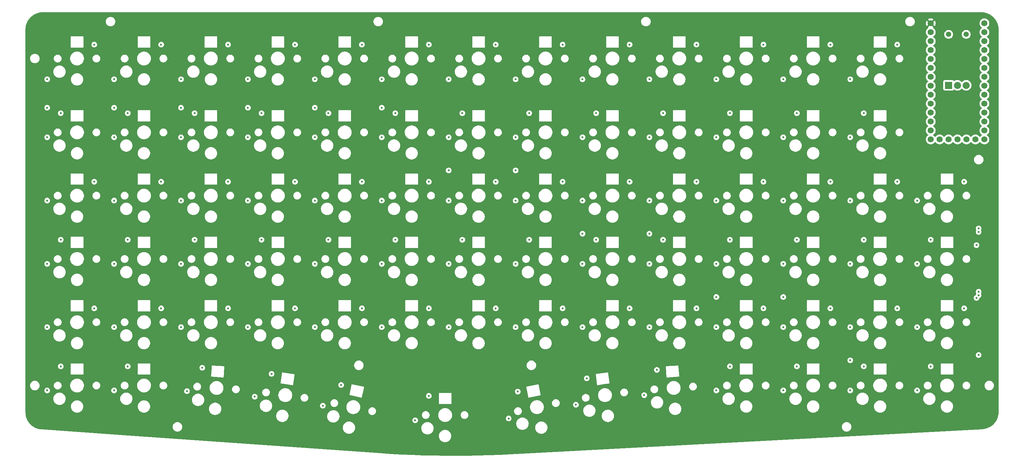
<source format=gbr>
%TF.GenerationSoftware,KiCad,Pcbnew,8.0.7*%
%TF.CreationDate,2025-01-24T18:11:26+01:00*%
%TF.ProjectId,eepyboard_rev3,65657079-626f-4617-9264-5f726576332e,1.2*%
%TF.SameCoordinates,Original*%
%TF.FileFunction,Copper,L2,Inr*%
%TF.FilePolarity,Positive*%
%FSLAX46Y46*%
G04 Gerber Fmt 4.6, Leading zero omitted, Abs format (unit mm)*
G04 Created by KiCad (PCBNEW 8.0.7) date 2025-01-24 18:11:26*
%MOMM*%
%LPD*%
G01*
G04 APERTURE LIST*
%TA.AperFunction,ComponentPad*%
%ADD10C,1.500000*%
%TD*%
%TA.AperFunction,ComponentPad*%
%ADD11R,2.000000X2.000000*%
%TD*%
%TA.AperFunction,ComponentPad*%
%ADD12C,2.000000*%
%TD*%
%TA.AperFunction,ComponentPad*%
%ADD13C,1.752600*%
%TD*%
%TA.AperFunction,ViaPad*%
%ADD14C,0.600000*%
%TD*%
G04 APERTURE END LIST*
D10*
%TO.N,diode_rotary_top_right*%
%TO.C,ROT1*%
X322976745Y-75295902D03*
%TO.N,COL14*%
X327976745Y-75295902D03*
D11*
%TO.N,rotary_top_right_a*%
X322976745Y-89795905D03*
D12*
%TO.N,rotary_top_right_b*%
X327976745Y-89795904D03*
%TO.N,GND*%
X325476746Y-89795902D03*
%TD*%
D13*
%TO.N,ROW1*%
%TO.C,MCU1*%
X333136746Y-72165900D03*
%TO.N,ROW2*%
X333136746Y-74705900D03*
%TO.N,ROW3*%
X333136746Y-77245900D03*
%TO.N,ROW4*%
X333136746Y-79785900D03*
%TO.N,GP4*%
X333136746Y-82325900D03*
%TO.N,GP5*%
X333136746Y-84865900D03*
%TO.N,rotary_top_right_a*%
X333136746Y-87405900D03*
%TO.N,rotary_top_right_b*%
X333136746Y-89945900D03*
%TO.N,COL14*%
X333136746Y-92485900D03*
%TO.N,COL13*%
X333136746Y-95025900D03*
%TO.N,COL12*%
X333136746Y-97565900D03*
%TO.N,COL11*%
X333136746Y-100105900D03*
%TO.N,COL10*%
X333136746Y-102645900D03*
%TO.N,COL9*%
X333136746Y-105185900D03*
%TO.N,GP14*%
X330596746Y-105185900D03*
%TO.N,GP15*%
X328056746Y-105185900D03*
%TO.N,GP16*%
X325516746Y-105185900D03*
%TO.N,COL8*%
X322976746Y-105185900D03*
%TO.N,COL7*%
X320436746Y-105185900D03*
%TO.N,VCC*%
X317896746Y-72165900D03*
%TO.N,GND*%
X317896746Y-74705900D03*
%TO.N,RST*%
X317896746Y-77245900D03*
%TO.N,3V3*%
X317896746Y-79785900D03*
%TO.N,led_din_function_f12*%
X317896746Y-82325900D03*
%TO.N,ROW6*%
X317896746Y-84865900D03*
%TO.N,COL1*%
X317896746Y-87405900D03*
%TO.N,COL2*%
X317896746Y-89945900D03*
%TO.N,COL3*%
X317896746Y-92485900D03*
%TO.N,COL4*%
X317896746Y-95025900D03*
%TO.N,COL5*%
X317896746Y-97565900D03*
%TO.N,COL6*%
X317896746Y-100105900D03*
%TO.N,GP20*%
X317896746Y-102645900D03*
%TO.N,ROW5*%
X317896746Y-105185900D03*
%TD*%
D14*
%TO.N,COL6*%
X162027674Y-96175900D03*
%TO.N,COL5*%
X143027675Y-96175900D03*
%TO.N,COL4*%
X124027673Y-96175900D03*
%TO.N,COL3*%
X105027673Y-96175900D03*
%TO.N,COL2*%
X86027674Y-96175900D03*
%TO.N,COL1*%
X67027672Y-96175900D03*
%TO.N,led_din_main_right_bottom*%
X330900000Y-135250000D03*
%TO.N,COL9*%
X331500000Y-130500000D03*
%TO.N,COL10*%
X331500000Y-131500000D03*
%TO.N,COL7*%
X181027674Y-114000000D03*
%TO.N,COL8*%
X200027674Y-114000000D03*
%TO.N,COL9*%
X219027674Y-132000000D03*
%TO.N,COL10*%
X238027674Y-132000000D03*
%TO.N,COL13*%
X331500000Y-166500000D03*
%TO.N,COL12*%
X331500000Y-149500000D03*
%TO.N,COL13*%
X295027674Y-168000000D03*
%TO.N,COL11*%
X257027673Y-150000000D03*
%TO.N,COL12*%
X276027673Y-150000000D03*
%TO.N,GND*%
X200635767Y-176903765D03*
%TO.N,VCC*%
X209909495Y-177245617D03*
X229466372Y-174121100D03*
%TO.N,GND*%
X220239081Y-173133175D03*
X240151917Y-170730062D03*
%TO.N,VCC*%
X249287818Y-172359247D03*
X119876586Y-172997741D03*
X139351300Y-175355633D03*
X158830360Y-179096210D03*
%TO.N,GND*%
X150497430Y-175011951D03*
X130753767Y-171862594D03*
X111056334Y-170112943D03*
X317890546Y-169725899D03*
X298890546Y-169725899D03*
X279890544Y-169725901D03*
X260890545Y-169725900D03*
X175390544Y-178117398D03*
X89890544Y-169725901D03*
X70890544Y-169725900D03*
X317890544Y-133725901D03*
X298890544Y-133725902D03*
X279890544Y-133725901D03*
X260890544Y-133725903D03*
X241890546Y-133725900D03*
X222890544Y-133725898D03*
X203890544Y-133725898D03*
X184890543Y-133725900D03*
X165890544Y-133725902D03*
X146890543Y-133725901D03*
X127890544Y-133725901D03*
X108890544Y-133725901D03*
X89890544Y-133725902D03*
X70890543Y-133725903D03*
X298890544Y-97725900D03*
X279890544Y-97725900D03*
X260890545Y-97725901D03*
X241890546Y-97725901D03*
X222890545Y-97725899D03*
X203890545Y-97725901D03*
X184890544Y-97725903D03*
X165890544Y-97725898D03*
X146890543Y-97725900D03*
X127890543Y-97725898D03*
X108890543Y-97725898D03*
X89890543Y-97725900D03*
X70890544Y-97725901D03*
X327390544Y-153225900D03*
X308390544Y-153225901D03*
X289390544Y-153225900D03*
X270390544Y-153225900D03*
X251390544Y-153225902D03*
X232390544Y-153225904D03*
X213390543Y-153225903D03*
X194390543Y-153225900D03*
X175390543Y-153225901D03*
X156390543Y-153225899D03*
X137390543Y-153225900D03*
X118390543Y-153225899D03*
X99390544Y-153225900D03*
X80390544Y-153225901D03*
X327390544Y-117225901D03*
X308390543Y-117225901D03*
X289390544Y-117225902D03*
X270390543Y-117225900D03*
X251390544Y-117225900D03*
X232390544Y-117225901D03*
X213390544Y-117225902D03*
X194390543Y-117225899D03*
X175390543Y-117225902D03*
X156390543Y-117225902D03*
X137390543Y-117225901D03*
X118390543Y-117225901D03*
X99390543Y-117225899D03*
X80390543Y-117225899D03*
%TO.N,COL14*%
X314027672Y-122571945D03*
X314027672Y-158571942D03*
X314027672Y-176571945D03*
X314027674Y-140571942D03*
%TO.N,COL13*%
X295027673Y-104571945D03*
X295027675Y-122571945D03*
X295027674Y-176571947D03*
X295027674Y-140571944D03*
X295027673Y-158571942D03*
X295027674Y-88071942D03*
%TO.N,COL12*%
X276027673Y-122571947D03*
X276027671Y-88071942D03*
X276027673Y-158571943D03*
X276027676Y-104571944D03*
X276027673Y-140571944D03*
X276027674Y-176571944D03*
%TO.N,COL11*%
X257027675Y-104571944D03*
X257027673Y-158571945D03*
X257027675Y-176571942D03*
X257027674Y-122571942D03*
X257027674Y-140571942D03*
X257027673Y-88071944D03*
%TO.N,COL10*%
X238027675Y-88071946D03*
X238027675Y-104571944D03*
X236545581Y-177918401D03*
X238027673Y-158571944D03*
X238027674Y-140571944D03*
X238027673Y-122571943D03*
%TO.N,COL9*%
X219027675Y-122571941D03*
X219027676Y-104571946D03*
X217149134Y-180638936D03*
X219027673Y-158571944D03*
X219027673Y-88071945D03*
X219027674Y-140571945D03*
%TO.N,COL8*%
X200027674Y-88071945D03*
X198059299Y-184547830D03*
X200027673Y-122571942D03*
X200027672Y-158571943D03*
X200027675Y-140571945D03*
X200027676Y-104571945D03*
%TO.N,COL7*%
X181027676Y-140571943D03*
X181027676Y-104571944D03*
X181027676Y-88071943D03*
X181027672Y-158571944D03*
X181027672Y-122571942D03*
%TO.N,VCC*%
X222890544Y-75863400D03*
X288890543Y-171988400D03*
X108890544Y-114863402D03*
X279890543Y-75863402D03*
X127890544Y-75863401D03*
X250890543Y-135988402D03*
X193890543Y-99988399D03*
X250890544Y-99988400D03*
X174890543Y-99988401D03*
X146890544Y-150863400D03*
X260890544Y-75863399D03*
X241890543Y-75863397D03*
X98890543Y-99988405D03*
X317890544Y-150863398D03*
X146890544Y-114863403D03*
X193890543Y-135988404D03*
X117890544Y-99988403D03*
X79890544Y-99988402D03*
X184390545Y-180379896D03*
X79890544Y-171988399D03*
X174890544Y-135988402D03*
X326890544Y-171988397D03*
X184890545Y-114863403D03*
X70890544Y-114863399D03*
X117890544Y-135988400D03*
X307890544Y-135988401D03*
X203890544Y-150863401D03*
X127890543Y-114863403D03*
X89890544Y-75863403D03*
X165890543Y-114863402D03*
X279890543Y-150863402D03*
X89890543Y-150863399D03*
X203890545Y-75863403D03*
X306890545Y-73667578D03*
X222890544Y-150863401D03*
X184890544Y-150863399D03*
X136890543Y-135988401D03*
X288890544Y-99988401D03*
X317890545Y-114863400D03*
X79890545Y-135988398D03*
X260890543Y-114863401D03*
X241890543Y-150863401D03*
X98890542Y-135988402D03*
X108890544Y-75863403D03*
X298890543Y-150863403D03*
X146890544Y-75863398D03*
X222890543Y-114863403D03*
X260890543Y-150863401D03*
X288890544Y-135988402D03*
X269890543Y-171988403D03*
X155890543Y-99988401D03*
X241890543Y-114863402D03*
X231890544Y-99988399D03*
X203890544Y-114863402D03*
X326890544Y-135988401D03*
X70890543Y-75863401D03*
X165890544Y-75863400D03*
X108890543Y-150863403D03*
X98890545Y-171988396D03*
X165890544Y-150863399D03*
X136890544Y-99988402D03*
X127890545Y-150863398D03*
X269890544Y-99988400D03*
X269890545Y-135988398D03*
X212890543Y-99988400D03*
X89890544Y-114863399D03*
X184890545Y-75863401D03*
X298890544Y-114863399D03*
X307890545Y-99988404D03*
X70890543Y-150863401D03*
X279890544Y-114863399D03*
X155890544Y-135988398D03*
X307890544Y-171988399D03*
X212890543Y-135988402D03*
X231890543Y-135988401D03*
%TO.N,GND*%
X80390543Y-78225900D03*
X194390545Y-78225898D03*
X289390543Y-78225902D03*
X308390543Y-78225900D03*
X99390545Y-78225902D03*
X137390544Y-78225902D03*
X118390544Y-78225902D03*
X232390545Y-78225899D03*
X251390544Y-78225898D03*
X175390544Y-78225897D03*
X213390545Y-78225899D03*
X156390544Y-78225900D03*
X270390543Y-78225899D03*
%TO.N,COL1*%
X67027674Y-122571946D03*
X67027673Y-88071943D03*
X67027673Y-176571943D03*
X67027671Y-104571942D03*
X67027674Y-158571946D03*
X67027673Y-140571941D03*
%TO.N,COL2*%
X86027673Y-88071942D03*
X86027673Y-104571942D03*
X86027676Y-176571946D03*
X86027673Y-140571943D03*
X86027675Y-158571943D03*
X86027675Y-122571947D03*
%TO.N,COL3*%
X106718122Y-176775310D03*
X105027675Y-158571943D03*
X105027674Y-104571943D03*
X105027675Y-122571945D03*
X105027673Y-88071944D03*
X105027671Y-140571944D03*
%TO.N,COL4*%
X125945875Y-178346396D03*
X124027674Y-104571945D03*
X124027675Y-88071945D03*
X124027675Y-158571942D03*
X124027672Y-122571944D03*
X124027673Y-140571944D03*
%TO.N,COL5*%
X143027674Y-104571944D03*
X143027676Y-88071944D03*
X143027674Y-140571942D03*
X143027675Y-158571944D03*
X145299627Y-180922965D03*
X143027672Y-122571944D03*
%TO.N,COL6*%
X162027672Y-140571942D03*
X162027674Y-104571943D03*
X171527673Y-185071943D03*
X162027674Y-88071945D03*
X162027673Y-122571945D03*
X162027673Y-158571945D03*
%TO.N,COL11*%
X331500000Y-148500000D03*
%TO.N,led_din_main_right_bottom*%
X330900000Y-150250000D03*
%TD*%
%TA.AperFunction,Conductor*%
%TO.N,VCC*%
G36*
X332269447Y-69016517D02*
G01*
X332689244Y-69034849D01*
X332699985Y-69035789D01*
X333113915Y-69090287D01*
X333124541Y-69092161D01*
X333532133Y-69182526D01*
X333542544Y-69185315D01*
X333940725Y-69310864D01*
X333950878Y-69314560D01*
X334033407Y-69348745D01*
X334336575Y-69474324D01*
X334346379Y-69478896D01*
X334716677Y-69671664D01*
X334726042Y-69677071D01*
X334886785Y-69779477D01*
X335078134Y-69901381D01*
X335086994Y-69907585D01*
X335418192Y-70161725D01*
X335426467Y-70168668D01*
X335633796Y-70358652D01*
X335734266Y-70450717D01*
X335741915Y-70458366D01*
X336023954Y-70766161D01*
X336030907Y-70774448D01*
X336177428Y-70965399D01*
X336285026Y-71105625D01*
X336285039Y-71105641D01*
X336291240Y-71114496D01*
X336403399Y-71290552D01*
X336515554Y-71466602D01*
X336520962Y-71475970D01*
X336713725Y-71846265D01*
X336718290Y-71856053D01*
X336878056Y-72241766D01*
X336881753Y-72251922D01*
X337007287Y-72650070D01*
X337010087Y-72660519D01*
X337100445Y-73068098D01*
X337102323Y-73078751D01*
X337148704Y-73431058D01*
X337156812Y-73492641D01*
X337157755Y-73503415D01*
X337175410Y-73907792D01*
X337176127Y-73924197D01*
X337176245Y-73929606D01*
X337176249Y-182674880D01*
X337176249Y-182682988D01*
X337176139Y-182688214D01*
X337159032Y-183093786D01*
X337158152Y-183104199D01*
X337107286Y-183504294D01*
X337105532Y-183514597D01*
X337021158Y-183908978D01*
X337018543Y-183919095D01*
X336901256Y-184304987D01*
X336897798Y-184314849D01*
X336748444Y-184689469D01*
X336744169Y-184699005D01*
X336563787Y-185059746D01*
X336558723Y-185068888D01*
X336348617Y-185413141D01*
X336342802Y-185421824D01*
X336104450Y-185747169D01*
X336097924Y-185755332D01*
X335833016Y-186059459D01*
X335825825Y-186067043D01*
X335536266Y-186347766D01*
X335528464Y-186354717D01*
X335216287Y-186610070D01*
X335207926Y-186616340D01*
X334875344Y-186844507D01*
X334866484Y-186850051D01*
X334515884Y-187049394D01*
X334506590Y-187054172D01*
X334140455Y-187223283D01*
X334130791Y-187227262D01*
X333751699Y-187364949D01*
X333741735Y-187368099D01*
X333352406Y-187473373D01*
X333342212Y-187475673D01*
X332945406Y-187547790D01*
X332935054Y-187549224D01*
X332531992Y-187587823D01*
X332526779Y-187588212D01*
X198544404Y-194738055D01*
X198543766Y-194738087D01*
X195460171Y-194886722D01*
X195458895Y-194886777D01*
X192374181Y-195003643D01*
X192372905Y-195003685D01*
X189287151Y-195088783D01*
X189285875Y-195088812D01*
X186199309Y-195142132D01*
X186198032Y-195142147D01*
X183111181Y-195163681D01*
X183109904Y-195163683D01*
X180023090Y-195153432D01*
X180021813Y-195153422D01*
X176935074Y-195111383D01*
X176933798Y-195111359D01*
X173847658Y-195037539D01*
X173846381Y-195037501D01*
X170761351Y-194931912D01*
X170760076Y-194931862D01*
X167676211Y-194794509D01*
X167674935Y-194794446D01*
X164592538Y-194625340D01*
X164591264Y-194625263D01*
X161511328Y-194424461D01*
X161510696Y-194424418D01*
X161502662Y-194423853D01*
X161502661Y-194423852D01*
X161502658Y-194423853D01*
X90147286Y-189402653D01*
X178266249Y-189402653D01*
X178266249Y-189632136D01*
X178291195Y-189821610D01*
X178296201Y-189859633D01*
X178296202Y-189859635D01*
X178355591Y-190081282D01*
X178443399Y-190293271D01*
X178443406Y-190293285D01*
X178558141Y-190492012D01*
X178697830Y-190674056D01*
X178697838Y-190674065D01*
X178860079Y-190836306D01*
X178860087Y-190836313D01*
X179042131Y-190976002D01*
X179042134Y-190976003D01*
X179042137Y-190976006D01*
X179240861Y-191090739D01*
X179240866Y-191090741D01*
X179240872Y-191090744D01*
X179332229Y-191128585D01*
X179452862Y-191178553D01*
X179674511Y-191237943D01*
X179902015Y-191267895D01*
X179902022Y-191267895D01*
X180131476Y-191267895D01*
X180131483Y-191267895D01*
X180358987Y-191237943D01*
X180580636Y-191178553D01*
X180792637Y-191090739D01*
X180991361Y-190976006D01*
X181173410Y-190836314D01*
X181173414Y-190836309D01*
X181173419Y-190836306D01*
X181335660Y-190674065D01*
X181335663Y-190674060D01*
X181335668Y-190674056D01*
X181475360Y-190492007D01*
X181590093Y-190293283D01*
X181677907Y-190081282D01*
X181737297Y-189859633D01*
X181767249Y-189632129D01*
X181767249Y-189402661D01*
X181737297Y-189175157D01*
X181677907Y-188953508D01*
X181604383Y-188776006D01*
X181590098Y-188741518D01*
X181590095Y-188741512D01*
X181590093Y-188741507D01*
X181475360Y-188542783D01*
X181475357Y-188542780D01*
X181475356Y-188542777D01*
X181335667Y-188360733D01*
X181335660Y-188360725D01*
X181173419Y-188198484D01*
X181173410Y-188198476D01*
X180991366Y-188058787D01*
X180792639Y-187944052D01*
X180792625Y-187944045D01*
X180580636Y-187856237D01*
X180532443Y-187843324D01*
X180358987Y-187796847D01*
X180320964Y-187791841D01*
X180131490Y-187766895D01*
X180131483Y-187766895D01*
X179902015Y-187766895D01*
X179902007Y-187766895D01*
X179685464Y-187795404D01*
X179674511Y-187796847D01*
X179580825Y-187821949D01*
X179452861Y-187856237D01*
X179240872Y-187944045D01*
X179240858Y-187944052D01*
X179042131Y-188058787D01*
X178860087Y-188198476D01*
X178697830Y-188360733D01*
X178558141Y-188542777D01*
X178443406Y-188741504D01*
X178443399Y-188741518D01*
X178355591Y-188953507D01*
X178296202Y-189175154D01*
X178296200Y-189175165D01*
X178266249Y-189402653D01*
X90147286Y-189402653D01*
X65441703Y-187664148D01*
X65441698Y-187664146D01*
X65441694Y-187664147D01*
X65424689Y-187662949D01*
X65419553Y-187662480D01*
X65020669Y-187617647D01*
X65010457Y-187616066D01*
X64665295Y-187547790D01*
X64619222Y-187538676D01*
X64609183Y-187536252D01*
X64389401Y-187473373D01*
X64225747Y-187426552D01*
X64215939Y-187423298D01*
X63842973Y-187282052D01*
X63833470Y-187277992D01*
X63473570Y-187106186D01*
X63464437Y-187101349D01*
X63120076Y-186900160D01*
X63111378Y-186894580D01*
X63004597Y-186819613D01*
X102666246Y-186819613D01*
X102666246Y-187032186D01*
X102696860Y-187225479D01*
X102699500Y-187242143D01*
X102761230Y-187432129D01*
X102765190Y-187444314D01*
X102861697Y-187633720D01*
X102986636Y-187805686D01*
X103136959Y-187956009D01*
X103308925Y-188080948D01*
X103308927Y-188080949D01*
X103308930Y-188080951D01*
X103498334Y-188177457D01*
X103700503Y-188243146D01*
X103910459Y-188276400D01*
X103910460Y-188276400D01*
X104123032Y-188276400D01*
X104123033Y-188276400D01*
X104332989Y-188243146D01*
X104535158Y-188177457D01*
X104724562Y-188080951D01*
X104755068Y-188058787D01*
X104896532Y-187956009D01*
X104896534Y-187956006D01*
X104896538Y-187956004D01*
X105046850Y-187805692D01*
X105046852Y-187805688D01*
X105046855Y-187805686D01*
X105171794Y-187633720D01*
X105171793Y-187633720D01*
X105171797Y-187633716D01*
X105268303Y-187444312D01*
X105333992Y-187242143D01*
X105367246Y-187032187D01*
X105367246Y-187022628D01*
X150961594Y-187022628D01*
X150961594Y-187252111D01*
X150984374Y-187425130D01*
X150991546Y-187479608D01*
X151028533Y-187617647D01*
X151050936Y-187701257D01*
X151138744Y-187913246D01*
X151138750Y-187913258D01*
X151253482Y-188111981D01*
X151253486Y-188111987D01*
X151393175Y-188294031D01*
X151393183Y-188294040D01*
X151555424Y-188456281D01*
X151555432Y-188456288D01*
X151737476Y-188595977D01*
X151737479Y-188595978D01*
X151737482Y-188595981D01*
X151936206Y-188710714D01*
X151936211Y-188710716D01*
X151936217Y-188710719D01*
X152010573Y-188741518D01*
X152148207Y-188798528D01*
X152369856Y-188857918D01*
X152586406Y-188886427D01*
X152597344Y-188887868D01*
X152597360Y-188887870D01*
X152597367Y-188887870D01*
X152826821Y-188887870D01*
X152826828Y-188887870D01*
X153054332Y-188857918D01*
X153275981Y-188798528D01*
X153487982Y-188710714D01*
X153686706Y-188595981D01*
X153868755Y-188456289D01*
X153868759Y-188456284D01*
X153868764Y-188456281D01*
X154031005Y-188294040D01*
X154031008Y-188294035D01*
X154031013Y-188294031D01*
X154170705Y-188111982D01*
X154285438Y-187913258D01*
X154373252Y-187701257D01*
X154432642Y-187479608D01*
X154462594Y-187252104D01*
X154462594Y-187202653D01*
X173266249Y-187202653D01*
X173266249Y-187432136D01*
X173281665Y-187549224D01*
X173296201Y-187659633D01*
X173341439Y-187828466D01*
X173355591Y-187881282D01*
X173443399Y-188093271D01*
X173443405Y-188093283D01*
X173549128Y-188276402D01*
X173558141Y-188292012D01*
X173697830Y-188474056D01*
X173697838Y-188474065D01*
X173860079Y-188636306D01*
X173860087Y-188636313D01*
X174042131Y-188776002D01*
X174042134Y-188776003D01*
X174042137Y-188776006D01*
X174240861Y-188890739D01*
X174240866Y-188890741D01*
X174240872Y-188890744D01*
X174332229Y-188928585D01*
X174452862Y-188978553D01*
X174674511Y-189037943D01*
X174902015Y-189067895D01*
X174902022Y-189067895D01*
X175131476Y-189067895D01*
X175131483Y-189067895D01*
X175358987Y-189037943D01*
X175580636Y-188978553D01*
X175792637Y-188890739D01*
X175991361Y-188776006D01*
X176173410Y-188636314D01*
X176173414Y-188636309D01*
X176173419Y-188636306D01*
X176335660Y-188474065D01*
X176335663Y-188474060D01*
X176335668Y-188474056D01*
X176475360Y-188292007D01*
X176590093Y-188093283D01*
X176677907Y-187881282D01*
X176737297Y-187659633D01*
X176767249Y-187432129D01*
X176767249Y-187202661D01*
X176737297Y-186975157D01*
X176677907Y-186753508D01*
X176590093Y-186541507D01*
X176475360Y-186342783D01*
X176475357Y-186342780D01*
X176475356Y-186342777D01*
X176337216Y-186162752D01*
X176335668Y-186160734D01*
X176335667Y-186160733D01*
X176335660Y-186160725D01*
X176173419Y-185998484D01*
X176173410Y-185998476D01*
X176058447Y-185910261D01*
X200222759Y-185910261D01*
X200222759Y-186139744D01*
X200247705Y-186329218D01*
X200252711Y-186367241D01*
X200307973Y-186573483D01*
X200312101Y-186588890D01*
X200399909Y-186800879D01*
X200399915Y-186800891D01*
X200500525Y-186975154D01*
X200514651Y-186999620D01*
X200654340Y-187181664D01*
X200654348Y-187181673D01*
X200816589Y-187343914D01*
X200816597Y-187343921D01*
X200998641Y-187483610D01*
X200998644Y-187483611D01*
X200998647Y-187483614D01*
X201197371Y-187598347D01*
X201197376Y-187598349D01*
X201197382Y-187598352D01*
X201288739Y-187636193D01*
X201409372Y-187686161D01*
X201631021Y-187745551D01*
X201858525Y-187775503D01*
X201858532Y-187775503D01*
X202087986Y-187775503D01*
X202087993Y-187775503D01*
X202315497Y-187745551D01*
X202537146Y-187686161D01*
X202749147Y-187598347D01*
X202947871Y-187483614D01*
X203129920Y-187343922D01*
X203129924Y-187343917D01*
X203129929Y-187343914D01*
X203292170Y-187181673D01*
X203292173Y-187181668D01*
X203292178Y-187181664D01*
X203414212Y-187022627D01*
X205570903Y-187022627D01*
X205570903Y-187252110D01*
X205586174Y-187368099D01*
X205600855Y-187479607D01*
X205642149Y-187633720D01*
X205660245Y-187701256D01*
X205748053Y-187913245D01*
X205748060Y-187913259D01*
X205862795Y-188111986D01*
X206002484Y-188294030D01*
X206002492Y-188294039D01*
X206164733Y-188456280D01*
X206164741Y-188456287D01*
X206164742Y-188456288D01*
X206187898Y-188474056D01*
X206346785Y-188595976D01*
X206346788Y-188595977D01*
X206346791Y-188595980D01*
X206545515Y-188710713D01*
X206545520Y-188710715D01*
X206545526Y-188710718D01*
X206636883Y-188748559D01*
X206757516Y-188798527D01*
X206979165Y-188857917D01*
X207206669Y-188887869D01*
X207206676Y-188887869D01*
X207436130Y-188887869D01*
X207436137Y-188887869D01*
X207663641Y-188857917D01*
X207885290Y-188798527D01*
X208097291Y-188710713D01*
X208296015Y-188595980D01*
X208478064Y-188456288D01*
X208478068Y-188456283D01*
X208478073Y-188456280D01*
X208640314Y-188294039D01*
X208640317Y-188294034D01*
X208640322Y-188294030D01*
X208780014Y-188111981D01*
X208894747Y-187913257D01*
X208982561Y-187701256D01*
X209041951Y-187479607D01*
X209071903Y-187252103D01*
X209071903Y-187022635D01*
X209045174Y-186819615D01*
X292666248Y-186819615D01*
X292666248Y-187032188D01*
X292697144Y-187227262D01*
X292699502Y-187242145D01*
X292765190Y-187444312D01*
X292765192Y-187444316D01*
X292861699Y-187633722D01*
X292986638Y-187805688D01*
X293136961Y-187956011D01*
X293308927Y-188080950D01*
X293308929Y-188080951D01*
X293308932Y-188080953D01*
X293498336Y-188177459D01*
X293700505Y-188243148D01*
X293910461Y-188276402D01*
X293910462Y-188276402D01*
X294123034Y-188276402D01*
X294123035Y-188276402D01*
X294332991Y-188243148D01*
X294535160Y-188177459D01*
X294724564Y-188080953D01*
X294755077Y-188058784D01*
X294896534Y-187956011D01*
X294896536Y-187956008D01*
X294896540Y-187956006D01*
X295046852Y-187805694D01*
X295046854Y-187805690D01*
X295046857Y-187805688D01*
X295171796Y-187633722D01*
X295171795Y-187633722D01*
X295171799Y-187633718D01*
X295268305Y-187444314D01*
X295333994Y-187242145D01*
X295367248Y-187032189D01*
X295367248Y-186819615D01*
X295333994Y-186609659D01*
X295268305Y-186407490D01*
X295171799Y-186218086D01*
X295171797Y-186218083D01*
X295171796Y-186218081D01*
X295046857Y-186046115D01*
X294896534Y-185895792D01*
X294724568Y-185770853D01*
X294535162Y-185674346D01*
X294535161Y-185674345D01*
X294535160Y-185674345D01*
X294332991Y-185608656D01*
X294332989Y-185608655D01*
X294332988Y-185608655D01*
X294171705Y-185583110D01*
X294123035Y-185575402D01*
X293910461Y-185575402D01*
X293861790Y-185583110D01*
X293700508Y-185608655D01*
X293498333Y-185674346D01*
X293308927Y-185770853D01*
X293136961Y-185895792D01*
X292986638Y-186046115D01*
X292861699Y-186218081D01*
X292765192Y-186407487D01*
X292699501Y-186609662D01*
X292666248Y-186819615D01*
X209045174Y-186819615D01*
X209041951Y-186795131D01*
X208982561Y-186573482D01*
X208913804Y-186407488D01*
X208894752Y-186361492D01*
X208894747Y-186361482D01*
X208894747Y-186361481D01*
X208780014Y-186162757D01*
X208780011Y-186162754D01*
X208780010Y-186162751D01*
X208640321Y-185980707D01*
X208640314Y-185980699D01*
X208478073Y-185818458D01*
X208478064Y-185818450D01*
X208296020Y-185678761D01*
X208097293Y-185564026D01*
X208097279Y-185564019D01*
X207885290Y-185476211D01*
X207847271Y-185466024D01*
X207663641Y-185416821D01*
X207625618Y-185411815D01*
X207436144Y-185386869D01*
X207436137Y-185386869D01*
X207206669Y-185386869D01*
X207206661Y-185386869D01*
X206990118Y-185415378D01*
X206979165Y-185416821D01*
X206922124Y-185432105D01*
X206757515Y-185476211D01*
X206545526Y-185564019D01*
X206545512Y-185564026D01*
X206346785Y-185678761D01*
X206164741Y-185818450D01*
X206002484Y-185980707D01*
X205862795Y-186162751D01*
X205748060Y-186361478D01*
X205748053Y-186361492D01*
X205660245Y-186573481D01*
X205600856Y-186795128D01*
X205600854Y-186795139D01*
X205570903Y-187022627D01*
X203414212Y-187022627D01*
X203431870Y-186999615D01*
X203546603Y-186800891D01*
X203634417Y-186588890D01*
X203693807Y-186367241D01*
X203723759Y-186139737D01*
X203723759Y-185910269D01*
X203693807Y-185682765D01*
X203634417Y-185461116D01*
X203556753Y-185273618D01*
X203546608Y-185249126D01*
X203546605Y-185249120D01*
X203546603Y-185249115D01*
X203431870Y-185050391D01*
X203431867Y-185050388D01*
X203431866Y-185050385D01*
X203292177Y-184868341D01*
X203292170Y-184868333D01*
X203129929Y-184706092D01*
X203129920Y-184706084D01*
X202947876Y-184566395D01*
X202915720Y-184547830D01*
X202749147Y-184451659D01*
X202749135Y-184451653D01*
X202537146Y-184363845D01*
X202315497Y-184304455D01*
X202277474Y-184299449D01*
X202088000Y-184274503D01*
X202087993Y-184274503D01*
X201858525Y-184274503D01*
X201858517Y-184274503D01*
X201641974Y-184303012D01*
X201631021Y-184304455D01*
X201629036Y-184304987D01*
X201409371Y-184363845D01*
X201197382Y-184451653D01*
X201197368Y-184451660D01*
X200998641Y-184566395D01*
X200816597Y-184706084D01*
X200654340Y-184868341D01*
X200514651Y-185050385D01*
X200399916Y-185249112D01*
X200399909Y-185249126D01*
X200312101Y-185461115D01*
X200277813Y-185589079D01*
X200253785Y-185678759D01*
X200252712Y-185682762D01*
X200252710Y-185682773D01*
X200222759Y-185910261D01*
X176058447Y-185910261D01*
X175991366Y-185858787D01*
X175988809Y-185857311D01*
X175839053Y-185770849D01*
X175792639Y-185744052D01*
X175792625Y-185744045D01*
X175580636Y-185656237D01*
X175358987Y-185596847D01*
X175320964Y-185591841D01*
X175131490Y-185566895D01*
X175131483Y-185566895D01*
X174902015Y-185566895D01*
X174902007Y-185566895D01*
X174685464Y-185595404D01*
X174674511Y-185596847D01*
X174630439Y-185608656D01*
X174452861Y-185656237D01*
X174240872Y-185744045D01*
X174240858Y-185744052D01*
X174042131Y-185858787D01*
X173860087Y-185998476D01*
X173697830Y-186160733D01*
X173558141Y-186342777D01*
X173443406Y-186541504D01*
X173443399Y-186541518D01*
X173355591Y-186753507D01*
X173296202Y-186975154D01*
X173296200Y-186975165D01*
X173266249Y-187202653D01*
X154462594Y-187202653D01*
X154462594Y-187022636D01*
X154432642Y-186795132D01*
X154373252Y-186573483D01*
X154304495Y-186407490D01*
X154285443Y-186361493D01*
X154285440Y-186361487D01*
X154285438Y-186361482D01*
X154170705Y-186162758D01*
X154170702Y-186162755D01*
X154170701Y-186162752D01*
X154031012Y-185980708D01*
X154031005Y-185980700D01*
X153868764Y-185818459D01*
X153868755Y-185818451D01*
X153686711Y-185678762D01*
X153487984Y-185564027D01*
X153487970Y-185564020D01*
X153275981Y-185476212D01*
X153219641Y-185461116D01*
X153054332Y-185416822D01*
X153016309Y-185411816D01*
X152826835Y-185386870D01*
X152826828Y-185386870D01*
X152597360Y-185386870D01*
X152597352Y-185386870D01*
X152397815Y-185413141D01*
X152369856Y-185416822D01*
X152276170Y-185441924D01*
X152148206Y-185476212D01*
X151936217Y-185564020D01*
X151936203Y-185564027D01*
X151737476Y-185678762D01*
X151555432Y-185818451D01*
X151393175Y-185980708D01*
X151253486Y-186162752D01*
X151138751Y-186361479D01*
X151138744Y-186361493D01*
X151050936Y-186573482D01*
X151035971Y-186629333D01*
X150991547Y-186795131D01*
X150991545Y-186795140D01*
X150961594Y-187022628D01*
X105367246Y-187022628D01*
X105367246Y-186819613D01*
X105333992Y-186609657D01*
X105268303Y-186407488D01*
X105171797Y-186218084D01*
X105171795Y-186218081D01*
X105171794Y-186218079D01*
X105046855Y-186046113D01*
X104896532Y-185895790D01*
X104724566Y-185770851D01*
X104535160Y-185674344D01*
X104535159Y-185674343D01*
X104535158Y-185674343D01*
X104332989Y-185608654D01*
X104332987Y-185608653D01*
X104332986Y-185608653D01*
X104171703Y-185583108D01*
X104123033Y-185575400D01*
X103910459Y-185575400D01*
X103861788Y-185583108D01*
X103700506Y-185608653D01*
X103498331Y-185674344D01*
X103308925Y-185770851D01*
X103136959Y-185895790D01*
X102986636Y-186046113D01*
X102861697Y-186218079D01*
X102765190Y-186407485D01*
X102699499Y-186609660D01*
X102666246Y-186819613D01*
X63004597Y-186819613D01*
X62784980Y-186665428D01*
X62776777Y-186659143D01*
X62725490Y-186616340D01*
X62470582Y-186403598D01*
X62462931Y-186396651D01*
X62179090Y-186116508D01*
X62172044Y-186108949D01*
X62062130Y-185980708D01*
X61912510Y-185806140D01*
X61906120Y-185798023D01*
X61886508Y-185770853D01*
X61672691Y-185474637D01*
X61667011Y-185466035D01*
X61521893Y-185224962D01*
X61461323Y-185124341D01*
X61456367Y-185115273D01*
X61360230Y-184920499D01*
X61279847Y-184757644D01*
X61275666Y-184748199D01*
X61267352Y-184727085D01*
X61129536Y-184377105D01*
X61126162Y-184367364D01*
X61011441Y-183985396D01*
X61008886Y-183975393D01*
X61003848Y-183951569D01*
X60948184Y-183688356D01*
X132051989Y-183688356D01*
X132051989Y-183917839D01*
X132068195Y-184040926D01*
X132081941Y-184145336D01*
X132120201Y-184288125D01*
X132141331Y-184366985D01*
X132229139Y-184578974D01*
X132229146Y-184578988D01*
X132343881Y-184777715D01*
X132483570Y-184959759D01*
X132483578Y-184959768D01*
X132645819Y-185122009D01*
X132645824Y-185122013D01*
X132645828Y-185122017D01*
X132648857Y-185124341D01*
X132827871Y-185261705D01*
X132827874Y-185261706D01*
X132827877Y-185261709D01*
X133026601Y-185376442D01*
X133026606Y-185376444D01*
X133026612Y-185376447D01*
X133094324Y-185404494D01*
X133238602Y-185464256D01*
X133460251Y-185523646D01*
X133687755Y-185553598D01*
X133687762Y-185553598D01*
X133917216Y-185553598D01*
X133917223Y-185553598D01*
X134144727Y-185523646D01*
X134366376Y-185464256D01*
X134578377Y-185376442D01*
X134777101Y-185261709D01*
X134959150Y-185122017D01*
X134959154Y-185122012D01*
X134959159Y-185122009D01*
X135121400Y-184959768D01*
X135121403Y-184959763D01*
X135121408Y-184959759D01*
X135261100Y-184777710D01*
X135375833Y-184578986D01*
X135463647Y-184366985D01*
X135523037Y-184145336D01*
X135552989Y-183917832D01*
X135552989Y-183831145D01*
X146528262Y-183831145D01*
X146528262Y-184060628D01*
X146546662Y-184200379D01*
X146558214Y-184288125D01*
X146602033Y-184451660D01*
X146617604Y-184509774D01*
X146705412Y-184721763D01*
X146705419Y-184721777D01*
X146820154Y-184920504D01*
X146959843Y-185102548D01*
X146959851Y-185102557D01*
X147122092Y-185264798D01*
X147122100Y-185264805D01*
X147304144Y-185404494D01*
X147304147Y-185404495D01*
X147304150Y-185404498D01*
X147502874Y-185519231D01*
X147502879Y-185519233D01*
X147502885Y-185519236D01*
X147585843Y-185553598D01*
X147714875Y-185607045D01*
X147936524Y-185666435D01*
X148164028Y-185696387D01*
X148164035Y-185696387D01*
X148393489Y-185696387D01*
X148393496Y-185696387D01*
X148621000Y-185666435D01*
X148842649Y-185607045D01*
X149054650Y-185519231D01*
X149253374Y-185404498D01*
X149435423Y-185264806D01*
X149435427Y-185264801D01*
X149435432Y-185264798D01*
X149597673Y-185102557D01*
X149597676Y-185102552D01*
X149597681Y-185102548D01*
X149621168Y-185071939D01*
X170722108Y-185071939D01*
X170722108Y-185071946D01*
X170742303Y-185251192D01*
X170742304Y-185251197D01*
X170801884Y-185421466D01*
X170866090Y-185523648D01*
X170897857Y-185574205D01*
X171025411Y-185701759D01*
X171178151Y-185797732D01*
X171348418Y-185857311D01*
X171348423Y-185857312D01*
X171527669Y-185877508D01*
X171527673Y-185877508D01*
X171527677Y-185877508D01*
X171706922Y-185857312D01*
X171706925Y-185857311D01*
X171706928Y-185857311D01*
X171877195Y-185797732D01*
X172029935Y-185701759D01*
X172157489Y-185574205D01*
X172253462Y-185421465D01*
X172313041Y-185251198D01*
X172313042Y-185251192D01*
X172333238Y-185071946D01*
X172333238Y-185071939D01*
X172313042Y-184892693D01*
X172313041Y-184892688D01*
X172303628Y-184865787D01*
X172253462Y-184722421D01*
X172253057Y-184721777D01*
X172163337Y-184578988D01*
X172157489Y-184569681D01*
X172029935Y-184442127D01*
X171974820Y-184407496D01*
X171877196Y-184346154D01*
X171706927Y-184286574D01*
X171706922Y-184286573D01*
X171527677Y-184266378D01*
X171527669Y-184266378D01*
X171348423Y-184286573D01*
X171348418Y-184286574D01*
X171178149Y-184346154D01*
X171025410Y-184442127D01*
X170897857Y-184569680D01*
X170801884Y-184722419D01*
X170742304Y-184892688D01*
X170742303Y-184892693D01*
X170722108Y-185071939D01*
X149621168Y-185071939D01*
X149737373Y-184920499D01*
X149852106Y-184721775D01*
X149939920Y-184509774D01*
X149999310Y-184288125D01*
X150029262Y-184060621D01*
X150029262Y-183831153D01*
X150028492Y-183825308D01*
X150010464Y-183688374D01*
X149999310Y-183603649D01*
X149939920Y-183382000D01*
X149880774Y-183239210D01*
X149852111Y-183170010D01*
X149852108Y-183170004D01*
X149852106Y-183169999D01*
X149737373Y-182971275D01*
X149737370Y-182971272D01*
X149737369Y-182971269D01*
X149636526Y-182839849D01*
X149597681Y-182789226D01*
X149597680Y-182789225D01*
X149597673Y-182789217D01*
X149435432Y-182626976D01*
X149435423Y-182626968D01*
X149253379Y-182487279D01*
X149248030Y-182484191D01*
X149122017Y-182411437D01*
X149054652Y-182372544D01*
X149054638Y-182372537D01*
X148842649Y-182284729D01*
X148834584Y-182282568D01*
X148621000Y-182225339D01*
X148582977Y-182220333D01*
X148393503Y-182195387D01*
X148393496Y-182195387D01*
X148164028Y-182195387D01*
X148164020Y-182195387D01*
X147947477Y-182223896D01*
X147936524Y-182225339D01*
X147842838Y-182250441D01*
X147714874Y-182284729D01*
X147502885Y-182372537D01*
X147502871Y-182372544D01*
X147304144Y-182487279D01*
X147122100Y-182626968D01*
X146959843Y-182789225D01*
X146820154Y-182971269D01*
X146705419Y-183169996D01*
X146705412Y-183170010D01*
X146617604Y-183381999D01*
X146584836Y-183504294D01*
X146565888Y-183575011D01*
X146558215Y-183603646D01*
X146558213Y-183603657D01*
X146528262Y-183831145D01*
X135552989Y-183831145D01*
X135552989Y-183688364D01*
X135523037Y-183460860D01*
X135463647Y-183239211D01*
X135403410Y-183093786D01*
X135375838Y-183027221D01*
X135375835Y-183027215D01*
X135375833Y-183027210D01*
X135261100Y-182828486D01*
X135261097Y-182828483D01*
X135261096Y-182828480D01*
X135121407Y-182646436D01*
X135121400Y-182646428D01*
X134959159Y-182484187D01*
X134959150Y-182484179D01*
X134777106Y-182344490D01*
X134578379Y-182229755D01*
X134578365Y-182229748D01*
X134366376Y-182141940D01*
X134352627Y-182138256D01*
X134144727Y-182082550D01*
X134106704Y-182077544D01*
X133917230Y-182052598D01*
X133917223Y-182052598D01*
X133687755Y-182052598D01*
X133687747Y-182052598D01*
X133471204Y-182081107D01*
X133460251Y-182082550D01*
X133393193Y-182100518D01*
X133238601Y-182141940D01*
X133026612Y-182229748D01*
X133026598Y-182229755D01*
X132827871Y-182344490D01*
X132645827Y-182484179D01*
X132483570Y-182646436D01*
X132343881Y-182828480D01*
X132229146Y-183027207D01*
X132229139Y-183027221D01*
X132141331Y-183239210D01*
X132129761Y-183282390D01*
X132081941Y-183460860D01*
X132081940Y-183460868D01*
X132051989Y-183688356D01*
X60948184Y-183688356D01*
X60926365Y-183585182D01*
X60924657Y-183575032D01*
X60874914Y-183179302D01*
X60874055Y-183169008D01*
X60873037Y-183144606D01*
X60858580Y-182797921D01*
X60857356Y-182768567D01*
X60857248Y-182763401D01*
X60857248Y-181011159D01*
X73766244Y-181011159D01*
X73766244Y-181240642D01*
X73788380Y-181408772D01*
X73796196Y-181468139D01*
X73834560Y-181611318D01*
X73855586Y-181689788D01*
X73943394Y-181901777D01*
X73943401Y-181901791D01*
X73959721Y-181930058D01*
X74058132Y-182100512D01*
X74058136Y-182100518D01*
X74197825Y-182282562D01*
X74197833Y-182282571D01*
X74360074Y-182444812D01*
X74360082Y-182444819D01*
X74542126Y-182584508D01*
X74542129Y-182584509D01*
X74542132Y-182584512D01*
X74740856Y-182699245D01*
X74740861Y-182699247D01*
X74740867Y-182699250D01*
X74808572Y-182727294D01*
X74952857Y-182787059D01*
X75174506Y-182846449D01*
X75391056Y-182874958D01*
X75401994Y-182876399D01*
X75402010Y-182876401D01*
X75402017Y-182876401D01*
X75631471Y-182876401D01*
X75631478Y-182876401D01*
X75858982Y-182846449D01*
X76080631Y-182787059D01*
X76292632Y-182699245D01*
X76491356Y-182584512D01*
X76673405Y-182444820D01*
X76673409Y-182444815D01*
X76673414Y-182444812D01*
X76835655Y-182282571D01*
X76835658Y-182282566D01*
X76835663Y-182282562D01*
X76975355Y-182100513D01*
X77090088Y-181901789D01*
X77177902Y-181689788D01*
X77237292Y-181468139D01*
X77267244Y-181240635D01*
X77267244Y-181011167D01*
X77267243Y-181011156D01*
X92766249Y-181011156D01*
X92766249Y-181240639D01*
X92785470Y-181386626D01*
X92796201Y-181468136D01*
X92837108Y-181620804D01*
X92855591Y-181689785D01*
X92943399Y-181901774D01*
X92943406Y-181901788D01*
X92944255Y-181903259D01*
X93049363Y-182085312D01*
X93058141Y-182100515D01*
X93197830Y-182282559D01*
X93197838Y-182282568D01*
X93360079Y-182444809D01*
X93360087Y-182444816D01*
X93360088Y-182444817D01*
X93360091Y-182444819D01*
X93542131Y-182584505D01*
X93542134Y-182584506D01*
X93542137Y-182584509D01*
X93740861Y-182699242D01*
X93740866Y-182699244D01*
X93740872Y-182699247D01*
X93808584Y-182727294D01*
X93952862Y-182787056D01*
X94174511Y-182846446D01*
X94402015Y-182876398D01*
X94402022Y-182876398D01*
X94631476Y-182876398D01*
X94631483Y-182876398D01*
X94858987Y-182846446D01*
X95080636Y-182787056D01*
X95292637Y-182699242D01*
X95491361Y-182584509D01*
X95673410Y-182444817D01*
X95673416Y-182444811D01*
X95673419Y-182444809D01*
X95835660Y-182282568D01*
X95835665Y-182282562D01*
X95835668Y-182282559D01*
X95975360Y-182100510D01*
X96090093Y-181901786D01*
X96177907Y-181689785D01*
X96180187Y-181681274D01*
X112955863Y-181681274D01*
X112955863Y-181910757D01*
X112978481Y-182082549D01*
X112985815Y-182138254D01*
X113041074Y-182344487D01*
X113045205Y-182359903D01*
X113133013Y-182571892D01*
X113133020Y-182571906D01*
X113247755Y-182770633D01*
X113387444Y-182952677D01*
X113387452Y-182952686D01*
X113549693Y-183114927D01*
X113549701Y-183114934D01*
X113731745Y-183254623D01*
X113731748Y-183254624D01*
X113731751Y-183254627D01*
X113930475Y-183369360D01*
X113930480Y-183369362D01*
X113930486Y-183369365D01*
X114006438Y-183400825D01*
X114142476Y-183457174D01*
X114364125Y-183516564D01*
X114591629Y-183546516D01*
X114591636Y-183546516D01*
X114821090Y-183546516D01*
X114821097Y-183546516D01*
X115048601Y-183516564D01*
X115270250Y-183457174D01*
X115482251Y-183369360D01*
X115680975Y-183254627D01*
X115863024Y-183114935D01*
X115863028Y-183114930D01*
X115863033Y-183114927D01*
X116025274Y-182952686D01*
X116025279Y-182952680D01*
X116025282Y-182952677D01*
X116164974Y-182770628D01*
X116279707Y-182571904D01*
X116367521Y-182359903D01*
X116426911Y-182138254D01*
X116456863Y-181910750D01*
X116456863Y-181681282D01*
X116426911Y-181453778D01*
X116367521Y-181232129D01*
X116279707Y-181020128D01*
X116164974Y-180821404D01*
X116164971Y-180821401D01*
X116164970Y-180821398D01*
X116159217Y-180813900D01*
X127406835Y-180813900D01*
X127406835Y-181043383D01*
X127431685Y-181232128D01*
X127436787Y-181270880D01*
X127483759Y-181446184D01*
X127496177Y-181492529D01*
X127583985Y-181704518D01*
X127583991Y-181704530D01*
X127697876Y-181901786D01*
X127698727Y-181903259D01*
X127838416Y-182085303D01*
X127838424Y-182085312D01*
X128000665Y-182247553D01*
X128000673Y-182247560D01*
X128182717Y-182387249D01*
X128182720Y-182387250D01*
X128182723Y-182387253D01*
X128381447Y-182501986D01*
X128381452Y-182501988D01*
X128381458Y-182501991D01*
X128472815Y-182539832D01*
X128593448Y-182589800D01*
X128815097Y-182649190D01*
X129042601Y-182679142D01*
X129042608Y-182679142D01*
X129272062Y-182679142D01*
X129272069Y-182679142D01*
X129499573Y-182649190D01*
X129721222Y-182589800D01*
X129933223Y-182501986D01*
X130131947Y-182387253D01*
X130313996Y-182247561D01*
X130314000Y-182247556D01*
X130314005Y-182247553D01*
X130476246Y-182085312D01*
X130476249Y-182085307D01*
X130476254Y-182085303D01*
X130615946Y-181903254D01*
X130730679Y-181704530D01*
X130818493Y-181492529D01*
X130877883Y-181270880D01*
X130907835Y-181043376D01*
X130907835Y-180922961D01*
X144494062Y-180922961D01*
X144494062Y-180922968D01*
X144514257Y-181102214D01*
X144514258Y-181102219D01*
X144573838Y-181272488D01*
X144631794Y-181364724D01*
X144669811Y-181425227D01*
X144797365Y-181552781D01*
X144950105Y-181648754D01*
X145098444Y-181700660D01*
X145120372Y-181708333D01*
X145120377Y-181708334D01*
X145299623Y-181728530D01*
X145299627Y-181728530D01*
X145299631Y-181728530D01*
X145478876Y-181708334D01*
X145478879Y-181708333D01*
X145478882Y-181708333D01*
X145649149Y-181648754D01*
X145801889Y-181552781D01*
X145929443Y-181425227D01*
X146025416Y-181272487D01*
X146084995Y-181102220D01*
X146084996Y-181102214D01*
X146105192Y-180922968D01*
X146105192Y-180922961D01*
X146084996Y-180743715D01*
X146084995Y-180743710D01*
X146064244Y-180684407D01*
X146025416Y-180573443D01*
X146018233Y-180562012D01*
X145978796Y-180499248D01*
X145929443Y-180420703D01*
X145801889Y-180293149D01*
X145750032Y-180260565D01*
X145649150Y-180197176D01*
X145478881Y-180137596D01*
X145478876Y-180137595D01*
X145299631Y-180117400D01*
X145299623Y-180117400D01*
X145120377Y-180137595D01*
X145120372Y-180137596D01*
X144950103Y-180197176D01*
X144797364Y-180293149D01*
X144669811Y-180420702D01*
X144573838Y-180573441D01*
X144514258Y-180743710D01*
X144514257Y-180743715D01*
X144494062Y-180922961D01*
X130907835Y-180922961D01*
X130907835Y-180813908D01*
X130877883Y-180586404D01*
X130818493Y-180364755D01*
X130761518Y-180227205D01*
X130730684Y-180152765D01*
X130730681Y-180152759D01*
X130730679Y-180152754D01*
X130692826Y-180087190D01*
X147467957Y-180087190D01*
X147467957Y-180260565D01*
X147495077Y-180431791D01*
X147548647Y-180596666D01*
X147548648Y-180596669D01*
X147623570Y-180743710D01*
X147627355Y-180751138D01*
X147729256Y-180891392D01*
X147851843Y-181013979D01*
X147992097Y-181115880D01*
X148067859Y-181154482D01*
X148146565Y-181194586D01*
X148146568Y-181194587D01*
X148229005Y-181221372D01*
X148311445Y-181248158D01*
X148390748Y-181260718D01*
X148482670Y-181275278D01*
X148482675Y-181275278D01*
X148656044Y-181275278D01*
X148739052Y-181262130D01*
X148827269Y-181248158D01*
X148992148Y-181194586D01*
X149003914Y-181188591D01*
X151984169Y-181188591D01*
X151984169Y-181446192D01*
X152009161Y-181636017D01*
X152017791Y-181701567D01*
X152028998Y-181743391D01*
X152084458Y-181950374D01*
X152183028Y-182188344D01*
X152183036Y-182188361D01*
X152311821Y-182411422D01*
X152311825Y-182411429D01*
X152311832Y-182411438D01*
X152468632Y-182615784D01*
X152468638Y-182615791D01*
X152650769Y-182797922D01*
X152650776Y-182797928D01*
X152763293Y-182884265D01*
X152855131Y-182954735D01*
X152855138Y-182954739D01*
X153078199Y-183083524D01*
X153078204Y-183083526D01*
X153078207Y-183083528D01*
X153078211Y-183083529D01*
X153078216Y-183083532D01*
X153154030Y-183114935D01*
X153316185Y-183182102D01*
X153564994Y-183248770D01*
X153807461Y-183280691D01*
X153820360Y-183282390D01*
X153820376Y-183282392D01*
X153820383Y-183282392D01*
X154077955Y-183282392D01*
X154077962Y-183282392D01*
X154333344Y-183248770D01*
X154582153Y-183182102D01*
X154820131Y-183083528D01*
X155043207Y-182954735D01*
X155247563Y-182797927D01*
X155429704Y-182615786D01*
X155586512Y-182411430D01*
X155607996Y-182374218D01*
X158227581Y-182374218D01*
X158227581Y-182547593D01*
X158254701Y-182718819D01*
X158308271Y-182883694D01*
X158308272Y-182883697D01*
X158362505Y-182990134D01*
X158386979Y-183038166D01*
X158488880Y-183178420D01*
X158611467Y-183301007D01*
X158751721Y-183402908D01*
X158821759Y-183438594D01*
X158906189Y-183481614D01*
X158906192Y-183481615D01*
X158975992Y-183504294D01*
X159071069Y-183535186D01*
X159150372Y-183547746D01*
X159242294Y-183562306D01*
X159242299Y-183562306D01*
X159415668Y-183562306D01*
X159498676Y-183549158D01*
X159586893Y-183535186D01*
X159751772Y-183481614D01*
X159753552Y-183480707D01*
X173415349Y-183480707D01*
X173415349Y-183654082D01*
X173442469Y-183825308D01*
X173496039Y-183990183D01*
X173496040Y-183990186D01*
X173574747Y-184144655D01*
X173676648Y-184284909D01*
X173799235Y-184407496D01*
X173939489Y-184509397D01*
X174014910Y-184547826D01*
X174093957Y-184588103D01*
X174093960Y-184588104D01*
X174176397Y-184614889D01*
X174258837Y-184641675D01*
X174338140Y-184654235D01*
X174430062Y-184668795D01*
X174430067Y-184668795D01*
X174603436Y-184668795D01*
X174686444Y-184655647D01*
X174774661Y-184641675D01*
X174939540Y-184588103D01*
X175094009Y-184509397D01*
X175234263Y-184407496D01*
X175356850Y-184284909D01*
X175458751Y-184144655D01*
X175537457Y-183990186D01*
X175591029Y-183825307D01*
X175605001Y-183737090D01*
X175618149Y-183654082D01*
X175618149Y-183480707D01*
X175611479Y-183438594D01*
X178051749Y-183438594D01*
X178051749Y-183696195D01*
X178069518Y-183831159D01*
X178085371Y-183951570D01*
X178094437Y-183985405D01*
X178152038Y-184200377D01*
X178250608Y-184438347D01*
X178250616Y-184438364D01*
X178379401Y-184661425D01*
X178379412Y-184661441D01*
X178536212Y-184865787D01*
X178536218Y-184865794D01*
X178718349Y-185047925D01*
X178718356Y-185047931D01*
X178814902Y-185122013D01*
X178922711Y-185204738D01*
X178922718Y-185204742D01*
X179145779Y-185333527D01*
X179145784Y-185333529D01*
X179145787Y-185333531D01*
X179145791Y-185333532D01*
X179145796Y-185333535D01*
X179240135Y-185372611D01*
X179383765Y-185432105D01*
X179632574Y-185498773D01*
X179887956Y-185532395D01*
X179887963Y-185532395D01*
X180145535Y-185532395D01*
X180145542Y-185532395D01*
X180400924Y-185498773D01*
X180649733Y-185432105D01*
X180887711Y-185333531D01*
X181110787Y-185204738D01*
X181315143Y-185047930D01*
X181497284Y-184865789D01*
X181654092Y-184661433D01*
X181782885Y-184438357D01*
X181881459Y-184200379D01*
X181948127Y-183951570D01*
X181981749Y-183696188D01*
X181981749Y-183480707D01*
X184415349Y-183480707D01*
X184415349Y-183654082D01*
X184442469Y-183825308D01*
X184496039Y-183990183D01*
X184496040Y-183990186D01*
X184574747Y-184144655D01*
X184676648Y-184284909D01*
X184799235Y-184407496D01*
X184939489Y-184509397D01*
X185014910Y-184547826D01*
X185093957Y-184588103D01*
X185093960Y-184588104D01*
X185176397Y-184614889D01*
X185258837Y-184641675D01*
X185338140Y-184654235D01*
X185430062Y-184668795D01*
X185430067Y-184668795D01*
X185603436Y-184668795D01*
X185686444Y-184655647D01*
X185774661Y-184641675D01*
X185939540Y-184588103D01*
X186018588Y-184547826D01*
X197253734Y-184547826D01*
X197253734Y-184547833D01*
X197273929Y-184727079D01*
X197273930Y-184727084D01*
X197333510Y-184897353D01*
X197372731Y-184959772D01*
X197429483Y-185050092D01*
X197557037Y-185177646D01*
X197600154Y-185204738D01*
X197695749Y-185264805D01*
X197709777Y-185273619D01*
X197880044Y-185333198D01*
X197880049Y-185333199D01*
X198059295Y-185353395D01*
X198059299Y-185353395D01*
X198059303Y-185353395D01*
X198238548Y-185333199D01*
X198238551Y-185333198D01*
X198238554Y-185333198D01*
X198408821Y-185273619D01*
X198561561Y-185177646D01*
X198689115Y-185050092D01*
X198785088Y-184897352D01*
X198844667Y-184727085D01*
X198845265Y-184721777D01*
X198864864Y-184547833D01*
X198864864Y-184547826D01*
X198844668Y-184368580D01*
X198844667Y-184368575D01*
X198824165Y-184309985D01*
X198785088Y-184198308D01*
X198689115Y-184045568D01*
X198561561Y-183918014D01*
X198522901Y-183893722D01*
X198408822Y-183822041D01*
X198238553Y-183762461D01*
X198238548Y-183762460D01*
X198059303Y-183742265D01*
X198059295Y-183742265D01*
X197880049Y-183762460D01*
X197880044Y-183762461D01*
X197709775Y-183822041D01*
X197557036Y-183918014D01*
X197429483Y-184045567D01*
X197333510Y-184198306D01*
X197273930Y-184368575D01*
X197273929Y-184368580D01*
X197253734Y-184547826D01*
X186018588Y-184547826D01*
X186094009Y-184509397D01*
X186234263Y-184407496D01*
X186356850Y-184284909D01*
X186458751Y-184144655D01*
X186537457Y-183990186D01*
X186591029Y-183825307D01*
X186605001Y-183737090D01*
X186618149Y-183654082D01*
X186618149Y-183480707D01*
X186600513Y-183369361D01*
X186591029Y-183309483D01*
X186549641Y-183182102D01*
X186537458Y-183144606D01*
X186537457Y-183144603D01*
X186483224Y-183038166D01*
X186458751Y-182990135D01*
X186356850Y-182849881D01*
X186234263Y-182727294D01*
X186094009Y-182625393D01*
X186075154Y-182615786D01*
X185939540Y-182546686D01*
X185939537Y-182546685D01*
X185774662Y-182493115D01*
X185603436Y-182465995D01*
X185603431Y-182465995D01*
X185430067Y-182465995D01*
X185430062Y-182465995D01*
X185258835Y-182493115D01*
X185093960Y-182546685D01*
X185093957Y-182546686D01*
X184939488Y-182625393D01*
X184888256Y-182662616D01*
X184799235Y-182727294D01*
X184799233Y-182727296D01*
X184799232Y-182727296D01*
X184676650Y-182849878D01*
X184676650Y-182849879D01*
X184676648Y-182849881D01*
X184640010Y-182900309D01*
X184574747Y-182990134D01*
X184496040Y-183144603D01*
X184496039Y-183144606D01*
X184442469Y-183309481D01*
X184415349Y-183480707D01*
X181981749Y-183480707D01*
X181981749Y-183438602D01*
X181948127Y-183183220D01*
X181881459Y-182934411D01*
X181785862Y-182703620D01*
X181782889Y-182696442D01*
X181782881Y-182696425D01*
X181654096Y-182473364D01*
X181654092Y-182473357D01*
X181578019Y-182374217D01*
X199603116Y-182374217D01*
X199603116Y-182547592D01*
X199630236Y-182718818D01*
X199683806Y-182883693D01*
X199683807Y-182883696D01*
X199731698Y-182977686D01*
X199762514Y-183038165D01*
X199864415Y-183178419D01*
X199987002Y-183301006D01*
X200127256Y-183402907D01*
X200197296Y-183438594D01*
X200281724Y-183481613D01*
X200281727Y-183481614D01*
X200364164Y-183508399D01*
X200446604Y-183535185D01*
X200518165Y-183546519D01*
X200617829Y-183562305D01*
X200617834Y-183562305D01*
X200791203Y-183562305D01*
X200874211Y-183549157D01*
X200962428Y-183535185D01*
X201127307Y-183481613D01*
X201281776Y-183402907D01*
X201422030Y-183301006D01*
X201544617Y-183178419D01*
X201646518Y-183038165D01*
X201725224Y-182883696D01*
X201778796Y-182718817D01*
X201795114Y-182615790D01*
X201805916Y-182547592D01*
X201805916Y-182374217D01*
X201785855Y-182247561D01*
X201778796Y-182202993D01*
X201745500Y-182100517D01*
X201725225Y-182038116D01*
X201725224Y-182038113D01*
X201680518Y-181950373D01*
X201646518Y-181883645D01*
X201544617Y-181743391D01*
X201422030Y-181620804D01*
X201281776Y-181518903D01*
X201127307Y-181440196D01*
X201127304Y-181440195D01*
X200962429Y-181386625D01*
X200791203Y-181359505D01*
X200791198Y-181359505D01*
X200617834Y-181359505D01*
X200617829Y-181359505D01*
X200446602Y-181386625D01*
X200281727Y-181440195D01*
X200281724Y-181440196D01*
X200127255Y-181518903D01*
X200080627Y-181552781D01*
X199987002Y-181620804D01*
X199987000Y-181620806D01*
X199986999Y-181620806D01*
X199864417Y-181743388D01*
X199864417Y-181743389D01*
X199864415Y-181743391D01*
X199822375Y-181801254D01*
X199762514Y-181883644D01*
X199683807Y-182038113D01*
X199683806Y-182038116D01*
X199630236Y-182202991D01*
X199603116Y-182374217D01*
X181578019Y-182374217D01*
X181555209Y-182344490D01*
X181497285Y-182269002D01*
X181497279Y-182268995D01*
X181315148Y-182086864D01*
X181315141Y-182086858D01*
X181110795Y-181930058D01*
X181110793Y-181930056D01*
X181110787Y-181930052D01*
X181110782Y-181930049D01*
X181110779Y-181930047D01*
X180887718Y-181801262D01*
X180887701Y-181801254D01*
X180649731Y-181702684D01*
X180448459Y-181648754D01*
X180400924Y-181636017D01*
X180369001Y-181631814D01*
X180145549Y-181602395D01*
X180145542Y-181602395D01*
X179887956Y-181602395D01*
X179887948Y-181602395D01*
X179632574Y-181636017D01*
X179383766Y-181702684D01*
X179145796Y-181801254D01*
X179145779Y-181801262D01*
X178922718Y-181930047D01*
X178922702Y-181930058D01*
X178718356Y-182086858D01*
X178718349Y-182086864D01*
X178536218Y-182268995D01*
X178536212Y-182269002D01*
X178379412Y-182473348D01*
X178379401Y-182473364D01*
X178250616Y-182696425D01*
X178250608Y-182696442D01*
X178152038Y-182934412D01*
X178085371Y-183183220D01*
X178051749Y-183438594D01*
X175611479Y-183438594D01*
X175600513Y-183369361D01*
X175591029Y-183309483D01*
X175549641Y-183182102D01*
X175537458Y-183144606D01*
X175537457Y-183144603D01*
X175483224Y-183038166D01*
X175458751Y-182990135D01*
X175356850Y-182849881D01*
X175234263Y-182727294D01*
X175094009Y-182625393D01*
X175075154Y-182615786D01*
X174939540Y-182546686D01*
X174939537Y-182546685D01*
X174774662Y-182493115D01*
X174603436Y-182465995D01*
X174603431Y-182465995D01*
X174430067Y-182465995D01*
X174430062Y-182465995D01*
X174258835Y-182493115D01*
X174093960Y-182546685D01*
X174093957Y-182546686D01*
X173939488Y-182625393D01*
X173888256Y-182662616D01*
X173799235Y-182727294D01*
X173799233Y-182727296D01*
X173799232Y-182727296D01*
X173676650Y-182849878D01*
X173676650Y-182849879D01*
X173676648Y-182849881D01*
X173640010Y-182900309D01*
X173574747Y-182990134D01*
X173496040Y-183144603D01*
X173496039Y-183144606D01*
X173442469Y-183309481D01*
X173415349Y-183480707D01*
X159753552Y-183480707D01*
X159906241Y-183402908D01*
X160046495Y-183301007D01*
X160169082Y-183178420D01*
X160270983Y-183038166D01*
X160349689Y-182883697D01*
X160403261Y-182718818D01*
X160419580Y-182615783D01*
X160430381Y-182547593D01*
X160430381Y-182374218D01*
X160413714Y-182268995D01*
X160403261Y-182202994D01*
X160369965Y-182100518D01*
X160349690Y-182038117D01*
X160349689Y-182038114D01*
X160294628Y-181930052D01*
X160270983Y-181883646D01*
X160169082Y-181743392D01*
X160046495Y-181620805D01*
X159906241Y-181518904D01*
X159906239Y-181518903D01*
X159751772Y-181440197D01*
X159751769Y-181440196D01*
X159586894Y-181386626D01*
X159415668Y-181359506D01*
X159415663Y-181359506D01*
X159242299Y-181359506D01*
X159242294Y-181359506D01*
X159071067Y-181386626D01*
X158906192Y-181440196D01*
X158906189Y-181440197D01*
X158751720Y-181518904D01*
X158671700Y-181577042D01*
X158611467Y-181620805D01*
X158611465Y-181620807D01*
X158611464Y-181620807D01*
X158488882Y-181743389D01*
X158488882Y-181743390D01*
X158488880Y-181743392D01*
X158479364Y-181756490D01*
X158386979Y-181883645D01*
X158308272Y-182038114D01*
X158308271Y-182038117D01*
X158254701Y-182202992D01*
X158227581Y-182374218D01*
X155607996Y-182374218D01*
X155707215Y-182202365D01*
X155715301Y-182188361D01*
X155715301Y-182188360D01*
X155715305Y-182188354D01*
X155813879Y-181950376D01*
X155880547Y-181701567D01*
X155914169Y-181446185D01*
X155914169Y-181188599D01*
X155914168Y-181188590D01*
X204119328Y-181188590D01*
X204119328Y-181446191D01*
X204142318Y-181620807D01*
X204152950Y-181701566D01*
X204164157Y-181743390D01*
X204219617Y-181950373D01*
X204318187Y-182188343D01*
X204318195Y-182188360D01*
X204446980Y-182411421D01*
X204446991Y-182411437D01*
X204603791Y-182615783D01*
X204603797Y-182615790D01*
X204785928Y-182797921D01*
X204785935Y-182797927D01*
X204897713Y-182883697D01*
X204990290Y-182954734D01*
X204990297Y-182954738D01*
X205213358Y-183083523D01*
X205213363Y-183083525D01*
X205213366Y-183083527D01*
X205213370Y-183083528D01*
X205213375Y-183083531D01*
X205263272Y-183104199D01*
X205451344Y-183182101D01*
X205700153Y-183248769D01*
X205955535Y-183282391D01*
X205955542Y-183282391D01*
X206213114Y-183282391D01*
X206213121Y-183282391D01*
X206468503Y-183248769D01*
X206717312Y-183182101D01*
X206955290Y-183083527D01*
X207178366Y-182954734D01*
X207382722Y-182797926D01*
X207564863Y-182615785D01*
X207721671Y-182411429D01*
X207840486Y-182205636D01*
X219222985Y-182205636D01*
X219222985Y-182435119D01*
X219242654Y-182584508D01*
X219252937Y-182662616D01*
X219297380Y-182828480D01*
X219312327Y-182884265D01*
X219400135Y-183096254D01*
X219400142Y-183096268D01*
X219410921Y-183114937D01*
X219507599Y-183282390D01*
X219514877Y-183294995D01*
X219654566Y-183477039D01*
X219654574Y-183477048D01*
X219816815Y-183639289D01*
X219816823Y-183639296D01*
X219998867Y-183778985D01*
X219998870Y-183778986D01*
X219998873Y-183778989D01*
X220197597Y-183893722D01*
X220197602Y-183893724D01*
X220197608Y-183893727D01*
X220288965Y-183931568D01*
X220409598Y-183981536D01*
X220631247Y-184040926D01*
X220858751Y-184070878D01*
X220858758Y-184070878D01*
X221088212Y-184070878D01*
X221088219Y-184070878D01*
X221315723Y-184040926D01*
X221537372Y-183981536D01*
X221749373Y-183893722D01*
X221948097Y-183778989D01*
X222066206Y-183688360D01*
X224480506Y-183688360D01*
X224480506Y-183917843D01*
X224500655Y-184070878D01*
X224510458Y-184145340D01*
X224548714Y-184288116D01*
X224569848Y-184366989D01*
X224657656Y-184578978D01*
X224657663Y-184578992D01*
X224772398Y-184777719D01*
X224912087Y-184959763D01*
X224912095Y-184959772D01*
X225074336Y-185122013D01*
X225074341Y-185122017D01*
X225074345Y-185122021D01*
X225124968Y-185160866D01*
X225256388Y-185261709D01*
X225256391Y-185261710D01*
X225256394Y-185261713D01*
X225455118Y-185376446D01*
X225455123Y-185376448D01*
X225455129Y-185376451D01*
X225522841Y-185404498D01*
X225667119Y-185464260D01*
X225888768Y-185523650D01*
X226105318Y-185552159D01*
X226116241Y-185553598D01*
X226116272Y-185553602D01*
X226116279Y-185553602D01*
X226345733Y-185553602D01*
X226345740Y-185553602D01*
X226573244Y-185523650D01*
X226794893Y-185464260D01*
X227006894Y-185376446D01*
X227205618Y-185261713D01*
X227387667Y-185122021D01*
X227387671Y-185122016D01*
X227387676Y-185122013D01*
X227549917Y-184959772D01*
X227549920Y-184959767D01*
X227549925Y-184959763D01*
X227689617Y-184777714D01*
X227804350Y-184578990D01*
X227892164Y-184366989D01*
X227951554Y-184145340D01*
X227981506Y-183917836D01*
X227981506Y-183688368D01*
X227951554Y-183460864D01*
X227892164Y-183239215D01*
X227832952Y-183096266D01*
X227804355Y-183027225D01*
X227804352Y-183027219D01*
X227804350Y-183027214D01*
X227689617Y-182828490D01*
X227689614Y-182828486D01*
X227689613Y-182828484D01*
X227577969Y-182682988D01*
X227549925Y-182646441D01*
X227549920Y-182646436D01*
X227549917Y-182646432D01*
X227387676Y-182484191D01*
X227387667Y-182484183D01*
X227205623Y-182344494D01*
X227006896Y-182229759D01*
X227006882Y-182229752D01*
X226794893Y-182141944D01*
X226781129Y-182138256D01*
X226573244Y-182082554D01*
X226535221Y-182077548D01*
X226345747Y-182052602D01*
X226345740Y-182052602D01*
X226116272Y-182052602D01*
X226116264Y-182052602D01*
X225899721Y-182081111D01*
X225888768Y-182082554D01*
X225821725Y-182100518D01*
X225667118Y-182141944D01*
X225455129Y-182229752D01*
X225455115Y-182229759D01*
X225256388Y-182344494D01*
X225074344Y-182484183D01*
X224912087Y-182646440D01*
X224772398Y-182828484D01*
X224657663Y-183027211D01*
X224657656Y-183027225D01*
X224569848Y-183239214D01*
X224558279Y-183282390D01*
X224510458Y-183460864D01*
X224510457Y-183460872D01*
X224480506Y-183688360D01*
X222066206Y-183688360D01*
X222130146Y-183639297D01*
X222130150Y-183639292D01*
X222130155Y-183639289D01*
X222292396Y-183477048D01*
X222292399Y-183477043D01*
X222292404Y-183477039D01*
X222432096Y-183294990D01*
X222546829Y-183096266D01*
X222634643Y-182884265D01*
X222694033Y-182662616D01*
X222723985Y-182435112D01*
X222723985Y-182205644D01*
X222694033Y-181978140D01*
X222634643Y-181756491D01*
X222570814Y-181602395D01*
X222546834Y-181544501D01*
X222546831Y-181544495D01*
X222546829Y-181544490D01*
X222432096Y-181345766D01*
X222432093Y-181345763D01*
X222432092Y-181345760D01*
X222331249Y-181214340D01*
X222292404Y-181163717D01*
X222292403Y-181163716D01*
X222292396Y-181163708D01*
X222130155Y-181001467D01*
X222130146Y-181001459D01*
X221948102Y-180861770D01*
X221749375Y-180747035D01*
X221749361Y-180747028D01*
X221537372Y-180659220D01*
X221489709Y-180646449D01*
X221315723Y-180599830D01*
X221277700Y-180594824D01*
X221088226Y-180569878D01*
X221088219Y-180569878D01*
X220858751Y-180569878D01*
X220858743Y-180569878D01*
X220642200Y-180598387D01*
X220631247Y-180599830D01*
X220537561Y-180624932D01*
X220409597Y-180659220D01*
X220197608Y-180747028D01*
X220197594Y-180747035D01*
X219998867Y-180861770D01*
X219816823Y-181001459D01*
X219654566Y-181163716D01*
X219514877Y-181345760D01*
X219400142Y-181544487D01*
X219400135Y-181544501D01*
X219312327Y-181756490D01*
X219300331Y-181801262D01*
X219273396Y-181901787D01*
X219252938Y-181978137D01*
X219252936Y-181978148D01*
X219222985Y-182205636D01*
X207840486Y-182205636D01*
X207850464Y-182188353D01*
X207949038Y-181950375D01*
X208015706Y-181701566D01*
X208049328Y-181446184D01*
X208049328Y-181188598D01*
X208015706Y-180933216D01*
X207949038Y-180684407D01*
X207872343Y-180499249D01*
X207850468Y-180446438D01*
X207850460Y-180446421D01*
X207721675Y-180223360D01*
X207721671Y-180223353D01*
X207617188Y-180087189D01*
X210362740Y-180087189D01*
X210362740Y-180260564D01*
X210389860Y-180431790D01*
X210443430Y-180596665D01*
X210443431Y-180596668D01*
X210488138Y-180684409D01*
X210522138Y-180751137D01*
X210624039Y-180891391D01*
X210746626Y-181013978D01*
X210886880Y-181115879D01*
X210962642Y-181154481D01*
X211041348Y-181194585D01*
X211041351Y-181194586D01*
X211123788Y-181221371D01*
X211206228Y-181248157D01*
X211285531Y-181260717D01*
X211377453Y-181275277D01*
X211377458Y-181275277D01*
X211550827Y-181275277D01*
X211633835Y-181262129D01*
X211722052Y-181248157D01*
X211886931Y-181194585D01*
X212041400Y-181115879D01*
X212181654Y-181013978D01*
X212304241Y-180891391D01*
X212406142Y-180751137D01*
X212463313Y-180638932D01*
X216343569Y-180638932D01*
X216343569Y-180638939D01*
X216363764Y-180818185D01*
X216363765Y-180818190D01*
X216423345Y-180988459D01*
X216494823Y-181102214D01*
X216519318Y-181141198D01*
X216646872Y-181268752D01*
X216799612Y-181364725D01*
X216925480Y-181408768D01*
X216969879Y-181424304D01*
X216969884Y-181424305D01*
X217149130Y-181444501D01*
X217149134Y-181444501D01*
X217149138Y-181444501D01*
X217328383Y-181424305D01*
X217328386Y-181424304D01*
X217328389Y-181424304D01*
X217498656Y-181364725D01*
X217651396Y-181268752D01*
X217778950Y-181141198D01*
X217874923Y-180988458D01*
X217934502Y-180818191D01*
X217934985Y-180813908D01*
X217954699Y-180638939D01*
X217954699Y-180638932D01*
X217934503Y-180459686D01*
X217934502Y-180459681D01*
X217924743Y-180431791D01*
X217874923Y-180289414D01*
X217867059Y-180276899D01*
X217816966Y-180197176D01*
X217778950Y-180136674D01*
X217651396Y-180009120D01*
X217498657Y-179913147D01*
X217328388Y-179853567D01*
X217328383Y-179853566D01*
X217149138Y-179833371D01*
X217149130Y-179833371D01*
X216969884Y-179853566D01*
X216969879Y-179853567D01*
X216799610Y-179913147D01*
X216646871Y-180009120D01*
X216519318Y-180136673D01*
X216423345Y-180289412D01*
X216363765Y-180459681D01*
X216363764Y-180459686D01*
X216343569Y-180638932D01*
X212463313Y-180638932D01*
X212484848Y-180596668D01*
X212538420Y-180431789D01*
X212553369Y-180337405D01*
X212565540Y-180260564D01*
X212565540Y-180087189D01*
X212546858Y-179969239D01*
X212538420Y-179915965D01*
X212484848Y-179751087D01*
X212484848Y-179751085D01*
X212417272Y-179618461D01*
X212406142Y-179596617D01*
X212304241Y-179456363D01*
X212181654Y-179333776D01*
X212041400Y-179231875D01*
X211886931Y-179153168D01*
X211886928Y-179153167D01*
X211722053Y-179099597D01*
X211550827Y-179072477D01*
X211550822Y-179072477D01*
X211377458Y-179072477D01*
X211377453Y-179072477D01*
X211206226Y-179099597D01*
X211041351Y-179153167D01*
X211041348Y-179153168D01*
X210886879Y-179231875D01*
X210836964Y-179268141D01*
X210746626Y-179333776D01*
X210746624Y-179333778D01*
X210746623Y-179333778D01*
X210624041Y-179456360D01*
X210624041Y-179456361D01*
X210624039Y-179456363D01*
X210599756Y-179489786D01*
X210522138Y-179596616D01*
X210443431Y-179751085D01*
X210443430Y-179751088D01*
X210389860Y-179915963D01*
X210362740Y-180087189D01*
X207617188Y-180087189D01*
X207613638Y-180082562D01*
X207564864Y-180018998D01*
X207564858Y-180018991D01*
X207382727Y-179836860D01*
X207382720Y-179836854D01*
X207178374Y-179680054D01*
X207178367Y-179680049D01*
X207178366Y-179680048D01*
X207178359Y-179680044D01*
X207178358Y-179680043D01*
X206955297Y-179551258D01*
X206955280Y-179551250D01*
X206717310Y-179452680D01*
X206540677Y-179405352D01*
X206468503Y-179386013D01*
X206436580Y-179381810D01*
X206213128Y-179352391D01*
X206213121Y-179352391D01*
X205955535Y-179352391D01*
X205955527Y-179352391D01*
X205700153Y-179386013D01*
X205451345Y-179452680D01*
X205213375Y-179551250D01*
X205213358Y-179551258D01*
X204990297Y-179680043D01*
X204990281Y-179680054D01*
X204785935Y-179836854D01*
X204785928Y-179836860D01*
X204603797Y-180018991D01*
X204603791Y-180018998D01*
X204446991Y-180223344D01*
X204446980Y-180223360D01*
X204318195Y-180446421D01*
X204318187Y-180446438D01*
X204219617Y-180684408D01*
X204152950Y-180933216D01*
X204119328Y-181188590D01*
X155914168Y-181188590D01*
X155880547Y-180933217D01*
X155813879Y-180684408D01*
X155737184Y-180499250D01*
X155715309Y-180446439D01*
X155715301Y-180446422D01*
X155586516Y-180223361D01*
X155586515Y-180223360D01*
X155586512Y-180223354D01*
X155482034Y-180087196D01*
X155429705Y-180018999D01*
X155429699Y-180018992D01*
X155247568Y-179836861D01*
X155247561Y-179836855D01*
X155043215Y-179680055D01*
X155043213Y-179680053D01*
X155043207Y-179680049D01*
X155043202Y-179680046D01*
X155043199Y-179680044D01*
X154820138Y-179551259D01*
X154820121Y-179551251D01*
X154582151Y-179452681D01*
X154405518Y-179405353D01*
X154333344Y-179386014D01*
X154301421Y-179381811D01*
X154077969Y-179352392D01*
X154077962Y-179352392D01*
X153820376Y-179352392D01*
X153820368Y-179352392D01*
X153564994Y-179386014D01*
X153316186Y-179452681D01*
X153078216Y-179551251D01*
X153078199Y-179551259D01*
X152855138Y-179680044D01*
X152855122Y-179680055D01*
X152650776Y-179836855D01*
X152650769Y-179836861D01*
X152468638Y-180018992D01*
X152468632Y-180018999D01*
X152311832Y-180223345D01*
X152311821Y-180223361D01*
X152183036Y-180446422D01*
X152183028Y-180446439D01*
X152084458Y-180684409D01*
X152017791Y-180933217D01*
X151984169Y-181188591D01*
X149003914Y-181188591D01*
X149146617Y-181115880D01*
X149286871Y-181013979D01*
X149409458Y-180891392D01*
X149511359Y-180751138D01*
X149590065Y-180596669D01*
X149643637Y-180431790D01*
X149658586Y-180337405D01*
X149670757Y-180260565D01*
X149670757Y-180087190D01*
X149652075Y-179969240D01*
X149643637Y-179915966D01*
X149598764Y-179777859D01*
X149590066Y-179751089D01*
X149590065Y-179751086D01*
X149547367Y-179667287D01*
X149511359Y-179596618D01*
X149409458Y-179456364D01*
X149286871Y-179333777D01*
X149146617Y-179231876D01*
X149146615Y-179231875D01*
X148992148Y-179153169D01*
X148992145Y-179153168D01*
X148827270Y-179099598D01*
X148656044Y-179072478D01*
X148656039Y-179072478D01*
X148482675Y-179072478D01*
X148482670Y-179072478D01*
X148311443Y-179099598D01*
X148146568Y-179153168D01*
X148146565Y-179153169D01*
X147992096Y-179231876D01*
X147912076Y-179290014D01*
X147851843Y-179333777D01*
X147851841Y-179333779D01*
X147851840Y-179333779D01*
X147729258Y-179456361D01*
X147729258Y-179456362D01*
X147729256Y-179456364D01*
X147704973Y-179489787D01*
X147627355Y-179596617D01*
X147548648Y-179751086D01*
X147548647Y-179751089D01*
X147495077Y-179915964D01*
X147467957Y-180087190D01*
X130692826Y-180087190D01*
X130615946Y-179954030D01*
X130615943Y-179954027D01*
X130615942Y-179954024D01*
X130515099Y-179822604D01*
X130476254Y-179771981D01*
X130476253Y-179771980D01*
X130476246Y-179771972D01*
X130314005Y-179609731D01*
X130313996Y-179609723D01*
X130131952Y-179470034D01*
X130108271Y-179456362D01*
X129996000Y-179391542D01*
X129933225Y-179355299D01*
X129933211Y-179355292D01*
X129721222Y-179267484D01*
X129499573Y-179208094D01*
X129461550Y-179203088D01*
X129272076Y-179178142D01*
X129272069Y-179178142D01*
X129042601Y-179178142D01*
X129042593Y-179178142D01*
X128826050Y-179206651D01*
X128815097Y-179208094D01*
X128726344Y-179231875D01*
X128593447Y-179267484D01*
X128381458Y-179355292D01*
X128381444Y-179355299D01*
X128182717Y-179470034D01*
X128000673Y-179609723D01*
X127838416Y-179771980D01*
X127698727Y-179954024D01*
X127583992Y-180152751D01*
X127583985Y-180152765D01*
X127496177Y-180364754D01*
X127481732Y-180418664D01*
X127440261Y-180573441D01*
X127436788Y-180586401D01*
X127436786Y-180586412D01*
X127406835Y-180813900D01*
X116159217Y-180813900D01*
X116053706Y-180676398D01*
X116025282Y-180639355D01*
X116025281Y-180639354D01*
X116025274Y-180639346D01*
X115863033Y-180477105D01*
X115863024Y-180477097D01*
X115680980Y-180337408D01*
X115482253Y-180222673D01*
X115482239Y-180222666D01*
X115270250Y-180134858D01*
X115205095Y-180117400D01*
X115048601Y-180075468D01*
X115010578Y-180070462D01*
X114821104Y-180045516D01*
X114821097Y-180045516D01*
X114591629Y-180045516D01*
X114591621Y-180045516D01*
X114375078Y-180074025D01*
X114364125Y-180075468D01*
X114320359Y-180087195D01*
X114142475Y-180134858D01*
X113930486Y-180222666D01*
X113930472Y-180222673D01*
X113731745Y-180337408D01*
X113549701Y-180477097D01*
X113387444Y-180639354D01*
X113247755Y-180821398D01*
X113133020Y-181020125D01*
X113133013Y-181020139D01*
X113045205Y-181232128D01*
X113033643Y-181275278D01*
X112987852Y-181446178D01*
X112985816Y-181453775D01*
X112985814Y-181453786D01*
X112955863Y-181681274D01*
X96180187Y-181681274D01*
X96237297Y-181468136D01*
X96267249Y-181240632D01*
X96267249Y-181011164D01*
X96237297Y-180783660D01*
X96177907Y-180562011D01*
X96118530Y-180418663D01*
X96090098Y-180350021D01*
X96090093Y-180350011D01*
X96090093Y-180350010D01*
X95975360Y-180151286D01*
X95975357Y-180151282D01*
X95975356Y-180151280D01*
X95835670Y-179969240D01*
X95835668Y-179969237D01*
X95835667Y-179969236D01*
X95835660Y-179969228D01*
X95673419Y-179806987D01*
X95673410Y-179806979D01*
X95491366Y-179667290D01*
X95292639Y-179552555D01*
X95292625Y-179552548D01*
X95080636Y-179464740D01*
X95049372Y-179456363D01*
X94858987Y-179405350D01*
X94820964Y-179400344D01*
X94631490Y-179375398D01*
X94631483Y-179375398D01*
X94402015Y-179375398D01*
X94402007Y-179375398D01*
X94185464Y-179403907D01*
X94174511Y-179405350D01*
X94080825Y-179430452D01*
X93952861Y-179464740D01*
X93740872Y-179552548D01*
X93740858Y-179552555D01*
X93542131Y-179667290D01*
X93360087Y-179806979D01*
X93197830Y-179969236D01*
X93058141Y-180151280D01*
X92943406Y-180350007D01*
X92943399Y-180350021D01*
X92855591Y-180562010D01*
X92832967Y-180646445D01*
X92796202Y-180783659D01*
X92796200Y-180783668D01*
X92766249Y-181011156D01*
X77267243Y-181011156D01*
X77237292Y-180783663D01*
X77177902Y-180562014D01*
X77119369Y-180420703D01*
X77090093Y-180350024D01*
X77090090Y-180350018D01*
X77090088Y-180350013D01*
X76975355Y-180151289D01*
X76975352Y-180151286D01*
X76975351Y-180151283D01*
X76835662Y-179969239D01*
X76835655Y-179969231D01*
X76673414Y-179806990D01*
X76673405Y-179806982D01*
X76491361Y-179667293D01*
X76491352Y-179667288D01*
X76368945Y-179596616D01*
X76292634Y-179552558D01*
X76292620Y-179552551D01*
X76080631Y-179464743D01*
X76049352Y-179456362D01*
X75858982Y-179405353D01*
X75820959Y-179400347D01*
X75631485Y-179375401D01*
X75631478Y-179375401D01*
X75402010Y-179375401D01*
X75402002Y-179375401D01*
X75185459Y-179403910D01*
X75174506Y-179405353D01*
X75080820Y-179430455D01*
X74952856Y-179464743D01*
X74740867Y-179552551D01*
X74740853Y-179552558D01*
X74542126Y-179667293D01*
X74360082Y-179806982D01*
X74197825Y-179969239D01*
X74058136Y-180151283D01*
X73943401Y-180350010D01*
X73943394Y-180350024D01*
X73855586Y-180562013D01*
X73824937Y-180676398D01*
X73796196Y-180783663D01*
X73796195Y-180783669D01*
X73796195Y-180783671D01*
X73766244Y-181011159D01*
X60857248Y-181011159D01*
X60857248Y-178811159D01*
X68766244Y-178811159D01*
X68766244Y-179040642D01*
X68791190Y-179230116D01*
X68796196Y-179268139D01*
X68848875Y-179464741D01*
X68855586Y-179489788D01*
X68943394Y-179701777D01*
X68943401Y-179701791D01*
X68971862Y-179751087D01*
X69058132Y-179900512D01*
X69058136Y-179900518D01*
X69197825Y-180082562D01*
X69197833Y-180082571D01*
X69360074Y-180244812D01*
X69360079Y-180244816D01*
X69360083Y-180244820D01*
X69380596Y-180260560D01*
X69542126Y-180384508D01*
X69542129Y-180384509D01*
X69542132Y-180384512D01*
X69740856Y-180499245D01*
X69740861Y-180499247D01*
X69740867Y-180499250D01*
X69776593Y-180514048D01*
X69952857Y-180587059D01*
X70174506Y-180646449D01*
X70391056Y-180674958D01*
X70401994Y-180676399D01*
X70402010Y-180676401D01*
X70402017Y-180676401D01*
X70631471Y-180676401D01*
X70631478Y-180676401D01*
X70858982Y-180646449D01*
X71080631Y-180587059D01*
X71292632Y-180499245D01*
X71491356Y-180384512D01*
X71673405Y-180244820D01*
X71673409Y-180244815D01*
X71673414Y-180244812D01*
X71835655Y-180082571D01*
X71835658Y-180082566D01*
X71835663Y-180082562D01*
X71975355Y-179900513D01*
X72090088Y-179701789D01*
X72177902Y-179489788D01*
X72237292Y-179268139D01*
X72267244Y-179040635D01*
X72267244Y-178811167D01*
X72267243Y-178811156D01*
X87766249Y-178811156D01*
X87766249Y-179040639D01*
X87781065Y-179153168D01*
X87796201Y-179268136D01*
X87846636Y-179456363D01*
X87855591Y-179489785D01*
X87943399Y-179701774D01*
X87943406Y-179701788D01*
X88058141Y-179900515D01*
X88197830Y-180082559D01*
X88197838Y-180082568D01*
X88360079Y-180244809D01*
X88360087Y-180244816D01*
X88360088Y-180244817D01*
X88360091Y-180244819D01*
X88542131Y-180384505D01*
X88542134Y-180384506D01*
X88542137Y-180384509D01*
X88740861Y-180499242D01*
X88740866Y-180499244D01*
X88740872Y-180499247D01*
X88832229Y-180537088D01*
X88952862Y-180587056D01*
X89174511Y-180646446D01*
X89402015Y-180676398D01*
X89402022Y-180676398D01*
X89631476Y-180676398D01*
X89631483Y-180676398D01*
X89858987Y-180646446D01*
X90080636Y-180587056D01*
X90292637Y-180499242D01*
X90491361Y-180384509D01*
X90673410Y-180244817D01*
X90673416Y-180244811D01*
X90673419Y-180244809D01*
X90835660Y-180082568D01*
X90835665Y-180082562D01*
X90835668Y-180082559D01*
X90975360Y-179900510D01*
X91090093Y-179701786D01*
X91177907Y-179489785D01*
X91237297Y-179268136D01*
X91254450Y-179137851D01*
X108121507Y-179137851D01*
X108121507Y-179367334D01*
X108145893Y-179552551D01*
X108151459Y-179594831D01*
X108193328Y-179751089D01*
X108210849Y-179816480D01*
X108298657Y-180028469D01*
X108298664Y-180028483D01*
X108332561Y-180087195D01*
X108411167Y-180223345D01*
X108413399Y-180227210D01*
X108553088Y-180409254D01*
X108553096Y-180409263D01*
X108715337Y-180571504D01*
X108715345Y-180571511D01*
X108897389Y-180711200D01*
X108897392Y-180711201D01*
X108897395Y-180711204D01*
X109096119Y-180825937D01*
X109096124Y-180825939D01*
X109096130Y-180825942D01*
X109182620Y-180861767D01*
X109308120Y-180913751D01*
X109529769Y-180973141D01*
X109757273Y-181003093D01*
X109757280Y-181003093D01*
X109986734Y-181003093D01*
X109986741Y-181003093D01*
X110214245Y-180973141D01*
X110435894Y-180913751D01*
X110647895Y-180825937D01*
X110846619Y-180711204D01*
X111028668Y-180571512D01*
X111028672Y-180571507D01*
X111028677Y-180571504D01*
X111190918Y-180409263D01*
X111190921Y-180409258D01*
X111190926Y-180409254D01*
X111330618Y-180227205D01*
X111445351Y-180028481D01*
X111533165Y-179816480D01*
X111592555Y-179594831D01*
X111622507Y-179367327D01*
X111622507Y-179137859D01*
X111592555Y-178910355D01*
X111533165Y-178688706D01*
X111473220Y-178543987D01*
X111445356Y-178476716D01*
X111445353Y-178476710D01*
X111445351Y-178476705D01*
X111370115Y-178346392D01*
X125140310Y-178346392D01*
X125140310Y-178346399D01*
X125160505Y-178525645D01*
X125160506Y-178525650D01*
X125220086Y-178695919D01*
X125312621Y-178843186D01*
X125316059Y-178848658D01*
X125443613Y-178976212D01*
X125489507Y-179005049D01*
X125546141Y-179040635D01*
X125596353Y-179072185D01*
X125674692Y-179099597D01*
X125766620Y-179131764D01*
X125766625Y-179131765D01*
X125945871Y-179151961D01*
X125945875Y-179151961D01*
X125945879Y-179151961D01*
X126125124Y-179131765D01*
X126125127Y-179131764D01*
X126125130Y-179131764D01*
X126295397Y-179072185D01*
X126448137Y-178976212D01*
X126575691Y-178848658D01*
X126671664Y-178695918D01*
X126731243Y-178525651D01*
X126735085Y-178491553D01*
X126751440Y-178346399D01*
X126751440Y-178346392D01*
X126731244Y-178167146D01*
X126731243Y-178167141D01*
X126730934Y-178166259D01*
X126671664Y-177996874D01*
X126664613Y-177985653D01*
X126622354Y-177918397D01*
X126575691Y-177844134D01*
X126448137Y-177716580D01*
X126404457Y-177689134D01*
X126295398Y-177620607D01*
X126125129Y-177561027D01*
X126125124Y-177561026D01*
X125945879Y-177540831D01*
X125945871Y-177540831D01*
X125766625Y-177561026D01*
X125766620Y-177561027D01*
X125596351Y-177620607D01*
X125443612Y-177716580D01*
X125316059Y-177844133D01*
X125220086Y-177996872D01*
X125160506Y-178167141D01*
X125160505Y-178167146D01*
X125140310Y-178346392D01*
X111370115Y-178346392D01*
X111330618Y-178277981D01*
X111330615Y-178277978D01*
X111330614Y-178277975D01*
X111207400Y-178117401D01*
X111190926Y-178095932D01*
X111190925Y-178095931D01*
X111190918Y-178095923D01*
X111028677Y-177933682D01*
X111028668Y-177933674D01*
X110846624Y-177793985D01*
X110842995Y-177791890D01*
X110723347Y-177722811D01*
X110647897Y-177679250D01*
X110647883Y-177679243D01*
X110435894Y-177591435D01*
X110374762Y-177575055D01*
X110214245Y-177532045D01*
X110174619Y-177526828D01*
X109986748Y-177502093D01*
X109986741Y-177502093D01*
X109757273Y-177502093D01*
X109757265Y-177502093D01*
X109540722Y-177530602D01*
X109529769Y-177532045D01*
X109524037Y-177533581D01*
X109308119Y-177591435D01*
X109096130Y-177679243D01*
X109096116Y-177679250D01*
X108897389Y-177793985D01*
X108715345Y-177933674D01*
X108553088Y-178095931D01*
X108413399Y-178277975D01*
X108298664Y-178476702D01*
X108298657Y-178476716D01*
X108210849Y-178688705D01*
X108185859Y-178781972D01*
X108153493Y-178902766D01*
X108151460Y-178910352D01*
X108151458Y-178910363D01*
X108121507Y-179137851D01*
X91254450Y-179137851D01*
X91267249Y-179040632D01*
X91267249Y-178811164D01*
X91237297Y-178583660D01*
X91177907Y-178362011D01*
X91119014Y-178219831D01*
X91090098Y-178150021D01*
X91090093Y-178150011D01*
X91090093Y-178150010D01*
X90975360Y-177951286D01*
X90975357Y-177951282D01*
X90975356Y-177951280D01*
X90845627Y-177782216D01*
X90835668Y-177769237D01*
X90835667Y-177769236D01*
X90835660Y-177769228D01*
X90673419Y-177606987D01*
X90673410Y-177606979D01*
X90491366Y-177467290D01*
X90292639Y-177352555D01*
X90292625Y-177352548D01*
X90080636Y-177264740D01*
X90037892Y-177253287D01*
X89858987Y-177205350D01*
X89820964Y-177200344D01*
X89631490Y-177175398D01*
X89631483Y-177175398D01*
X89402015Y-177175398D01*
X89402007Y-177175398D01*
X89201756Y-177201763D01*
X89174511Y-177205350D01*
X89080825Y-177230452D01*
X88952861Y-177264740D01*
X88740872Y-177352548D01*
X88740858Y-177352555D01*
X88542131Y-177467290D01*
X88360087Y-177606979D01*
X88197830Y-177769236D01*
X88058141Y-177951280D01*
X87943406Y-178150007D01*
X87943399Y-178150021D01*
X87855591Y-178362010D01*
X87840444Y-178418541D01*
X87796202Y-178583659D01*
X87796200Y-178583668D01*
X87766249Y-178811156D01*
X72267243Y-178811156D01*
X72237292Y-178583663D01*
X72177902Y-178362014D01*
X72097183Y-178167141D01*
X72090093Y-178150024D01*
X72090090Y-178150018D01*
X72090088Y-178150013D01*
X71975355Y-177951289D01*
X71975352Y-177951286D01*
X71975351Y-177951283D01*
X71853043Y-177791890D01*
X71835663Y-177769240D01*
X71835659Y-177769236D01*
X71835655Y-177769231D01*
X71673414Y-177606990D01*
X71673405Y-177606982D01*
X71491361Y-177467293D01*
X71491352Y-177467288D01*
X71385245Y-177406027D01*
X71292634Y-177352558D01*
X71292620Y-177352551D01*
X71080631Y-177264743D01*
X71037876Y-177253287D01*
X70858982Y-177205353D01*
X70820959Y-177200347D01*
X70631485Y-177175401D01*
X70631478Y-177175401D01*
X70402010Y-177175401D01*
X70402002Y-177175401D01*
X70201774Y-177201763D01*
X70174506Y-177205353D01*
X70080820Y-177230455D01*
X69952856Y-177264743D01*
X69740867Y-177352551D01*
X69740853Y-177352558D01*
X69542126Y-177467293D01*
X69360082Y-177606982D01*
X69197825Y-177769239D01*
X69058136Y-177951283D01*
X68943401Y-178150010D01*
X68943394Y-178150024D01*
X68855586Y-178362013D01*
X68836449Y-178433434D01*
X68796196Y-178583663D01*
X68796195Y-178583669D01*
X68796195Y-178583671D01*
X68766244Y-178811159D01*
X60857248Y-178811159D01*
X60857248Y-176571939D01*
X66222108Y-176571939D01*
X66222108Y-176571946D01*
X66242303Y-176751192D01*
X66242304Y-176751197D01*
X66301884Y-176921466D01*
X66376747Y-177040609D01*
X66397857Y-177074205D01*
X66525411Y-177201759D01*
X66607417Y-177253287D01*
X66678147Y-177297730D01*
X66678151Y-177297732D01*
X66801941Y-177341048D01*
X66848418Y-177357311D01*
X66848423Y-177357312D01*
X67027669Y-177377508D01*
X67027673Y-177377508D01*
X67027677Y-177377508D01*
X67206922Y-177357312D01*
X67206925Y-177357311D01*
X67206928Y-177357311D01*
X67377195Y-177297732D01*
X67529935Y-177201759D01*
X67657489Y-177074205D01*
X67753462Y-176921465D01*
X67813041Y-176751198D01*
X67813041Y-176751195D01*
X67813042Y-176751192D01*
X67833238Y-176571946D01*
X67833238Y-176571939D01*
X67813042Y-176392693D01*
X67813041Y-176392688D01*
X67782517Y-176305456D01*
X67753462Y-176222421D01*
X67741606Y-176203553D01*
X67712659Y-176157483D01*
X67657489Y-176069681D01*
X67529935Y-175942127D01*
X67529933Y-175942126D01*
X67377196Y-175846154D01*
X67206927Y-175786574D01*
X67206922Y-175786573D01*
X67027677Y-175766378D01*
X67027669Y-175766378D01*
X66848423Y-175786573D01*
X66848418Y-175786574D01*
X66678149Y-175846154D01*
X66525410Y-175942127D01*
X66397857Y-176069680D01*
X66301884Y-176222419D01*
X66242304Y-176392688D01*
X66242303Y-176392693D01*
X66222108Y-176571939D01*
X60857248Y-176571939D01*
X60857248Y-175069613D01*
X62166248Y-175069613D01*
X62166248Y-175282187D01*
X62169814Y-175304699D01*
X62196998Y-175476338D01*
X62199502Y-175492143D01*
X62259252Y-175676035D01*
X62265192Y-175694314D01*
X62361699Y-175883720D01*
X62486638Y-176055686D01*
X62636961Y-176206009D01*
X62808927Y-176330948D01*
X62808929Y-176330949D01*
X62808932Y-176330951D01*
X62998336Y-176427457D01*
X63200505Y-176493146D01*
X63410461Y-176526400D01*
X63410462Y-176526400D01*
X63623034Y-176526400D01*
X63623035Y-176526400D01*
X63832991Y-176493146D01*
X64035160Y-176427457D01*
X64224564Y-176330951D01*
X64259663Y-176305450D01*
X64396534Y-176206009D01*
X64396536Y-176206006D01*
X64396540Y-176206004D01*
X64546852Y-176055692D01*
X64546854Y-176055688D01*
X64546857Y-176055686D01*
X64671796Y-175883720D01*
X64671795Y-175883720D01*
X64671799Y-175883716D01*
X64768305Y-175694312D01*
X64833994Y-175492143D01*
X64867248Y-175282187D01*
X64867248Y-175089213D01*
X68915344Y-175089213D01*
X68915344Y-175262588D01*
X68942464Y-175433814D01*
X68996034Y-175598689D01*
X68996035Y-175598692D01*
X69074740Y-175753158D01*
X69074742Y-175753161D01*
X69176643Y-175893415D01*
X69299230Y-176016002D01*
X69439484Y-176117903D01*
X69515246Y-176156505D01*
X69593952Y-176196609D01*
X69593955Y-176196610D01*
X69622883Y-176206009D01*
X69758832Y-176250181D01*
X69838135Y-176262741D01*
X69930057Y-176277301D01*
X69930062Y-176277301D01*
X70103431Y-176277301D01*
X70186439Y-176264153D01*
X70274656Y-176250181D01*
X70439535Y-176196609D01*
X70594004Y-176117903D01*
X70734258Y-176016002D01*
X70856845Y-175893415D01*
X70958746Y-175753161D01*
X71037452Y-175598692D01*
X71091024Y-175433813D01*
X71104996Y-175345596D01*
X71118144Y-175262588D01*
X71118144Y-175089213D01*
X71111474Y-175047100D01*
X73551744Y-175047100D01*
X73551744Y-175304701D01*
X73580294Y-175521549D01*
X73585366Y-175560076D01*
X73595712Y-175598687D01*
X73652033Y-175808883D01*
X73750603Y-176046853D01*
X73750611Y-176046870D01*
X73879396Y-176269931D01*
X73879400Y-176269938D01*
X73879407Y-176269947D01*
X74036207Y-176474293D01*
X74036213Y-176474300D01*
X74218344Y-176656431D01*
X74218351Y-176656437D01*
X74341845Y-176751197D01*
X74422706Y-176813244D01*
X74422713Y-176813248D01*
X74645774Y-176942033D01*
X74645779Y-176942035D01*
X74645782Y-176942037D01*
X74645786Y-176942038D01*
X74645791Y-176942041D01*
X74693226Y-176961689D01*
X74883760Y-177040611D01*
X75132569Y-177107279D01*
X75375036Y-177139200D01*
X75387935Y-177140899D01*
X75387951Y-177140901D01*
X75387958Y-177140901D01*
X75645530Y-177140901D01*
X75645537Y-177140901D01*
X75900919Y-177107279D01*
X76149728Y-177040611D01*
X76387706Y-176942037D01*
X76610782Y-176813244D01*
X76815138Y-176656436D01*
X76899632Y-176571942D01*
X85222111Y-176571942D01*
X85222111Y-176571949D01*
X85242306Y-176751195D01*
X85242307Y-176751200D01*
X85301887Y-176921469D01*
X85388218Y-177058863D01*
X85397860Y-177074208D01*
X85525414Y-177201762D01*
X85607417Y-177253288D01*
X85678150Y-177297733D01*
X85678154Y-177297735D01*
X85814870Y-177345574D01*
X85848421Y-177357314D01*
X85848426Y-177357315D01*
X86027672Y-177377511D01*
X86027676Y-177377511D01*
X86027680Y-177377511D01*
X86206925Y-177357315D01*
X86206928Y-177357314D01*
X86206931Y-177357314D01*
X86377198Y-177297735D01*
X86529938Y-177201762D01*
X86657492Y-177074208D01*
X86753465Y-176921468D01*
X86813044Y-176751201D01*
X86813044Y-176751198D01*
X86813045Y-176751195D01*
X86833241Y-176571949D01*
X86833241Y-176571942D01*
X86813045Y-176392696D01*
X86813044Y-176392691D01*
X86772667Y-176277300D01*
X86753465Y-176222424D01*
X86753462Y-176222420D01*
X86704735Y-176144871D01*
X86657492Y-176069684D01*
X86529938Y-175942130D01*
X86529932Y-175942126D01*
X86377199Y-175846157D01*
X86206930Y-175786577D01*
X86206925Y-175786576D01*
X86027680Y-175766381D01*
X86027672Y-175766381D01*
X85848426Y-175786576D01*
X85848421Y-175786577D01*
X85678152Y-175846157D01*
X85525413Y-175942130D01*
X85397860Y-176069683D01*
X85301887Y-176222422D01*
X85242307Y-176392691D01*
X85242306Y-176392696D01*
X85222111Y-176571942D01*
X76899632Y-176571942D01*
X76997279Y-176474295D01*
X77154087Y-176269939D01*
X77282880Y-176046863D01*
X77381454Y-175808885D01*
X77448122Y-175560076D01*
X77481744Y-175304694D01*
X77481744Y-175089213D01*
X79915344Y-175089213D01*
X79915344Y-175262588D01*
X79942464Y-175433814D01*
X79996034Y-175598689D01*
X79996035Y-175598692D01*
X80074740Y-175753158D01*
X80074742Y-175753161D01*
X80176643Y-175893415D01*
X80299230Y-176016002D01*
X80439484Y-176117903D01*
X80515246Y-176156505D01*
X80593952Y-176196609D01*
X80593955Y-176196610D01*
X80622883Y-176206009D01*
X80758832Y-176250181D01*
X80838135Y-176262741D01*
X80930057Y-176277301D01*
X80930062Y-176277301D01*
X81103431Y-176277301D01*
X81186439Y-176264153D01*
X81274656Y-176250181D01*
X81439535Y-176196609D01*
X81594004Y-176117903D01*
X81734258Y-176016002D01*
X81856845Y-175893415D01*
X81958746Y-175753161D01*
X82037452Y-175598692D01*
X82091024Y-175433813D01*
X82104996Y-175345596D01*
X82118144Y-175262588D01*
X82118144Y-175089213D01*
X82118144Y-175089210D01*
X87915349Y-175089210D01*
X87915349Y-175262585D01*
X87942469Y-175433811D01*
X87996039Y-175598686D01*
X87996040Y-175598689D01*
X88035451Y-175676036D01*
X88074747Y-175753158D01*
X88176648Y-175893412D01*
X88299235Y-176015999D01*
X88439489Y-176117900D01*
X88493645Y-176145494D01*
X88593957Y-176196606D01*
X88593960Y-176196607D01*
X88673400Y-176222418D01*
X88758837Y-176250178D01*
X88838140Y-176262738D01*
X88930062Y-176277298D01*
X88930067Y-176277298D01*
X89103436Y-176277298D01*
X89186444Y-176264150D01*
X89274661Y-176250178D01*
X89439540Y-176196606D01*
X89594009Y-176117900D01*
X89734263Y-176015999D01*
X89856850Y-175893412D01*
X89958751Y-175753158D01*
X90037457Y-175598689D01*
X90091029Y-175433810D01*
X90111478Y-175304699D01*
X90118149Y-175262585D01*
X90118149Y-175089210D01*
X90111479Y-175047097D01*
X92551749Y-175047097D01*
X92551749Y-175304698D01*
X92574347Y-175476338D01*
X92585371Y-175560073D01*
X92595719Y-175598691D01*
X92652038Y-175808880D01*
X92750608Y-176046850D01*
X92750616Y-176046867D01*
X92879401Y-176269928D01*
X92879403Y-176269931D01*
X92879406Y-176269936D01*
X92879410Y-176269942D01*
X92879412Y-176269944D01*
X93036212Y-176474290D01*
X93036218Y-176474297D01*
X93218349Y-176656428D01*
X93218356Y-176656434D01*
X93341850Y-176751194D01*
X93422711Y-176813241D01*
X93429161Y-176816965D01*
X93645779Y-176942030D01*
X93645784Y-176942032D01*
X93645787Y-176942034D01*
X93645791Y-176942035D01*
X93645796Y-176942038D01*
X93740135Y-176981114D01*
X93883765Y-177040608D01*
X94132574Y-177107276D01*
X94387956Y-177140898D01*
X94387963Y-177140898D01*
X94645535Y-177140898D01*
X94645542Y-177140898D01*
X94900924Y-177107276D01*
X95149733Y-177040608D01*
X95387711Y-176942034D01*
X95610787Y-176813241D01*
X95660225Y-176775306D01*
X105912557Y-176775306D01*
X105912557Y-176775313D01*
X105932752Y-176954559D01*
X105932753Y-176954564D01*
X105992333Y-177124833D01*
X106059820Y-177232237D01*
X106088306Y-177277572D01*
X106215860Y-177405126D01*
X106299848Y-177457899D01*
X106363438Y-177497856D01*
X106368600Y-177501099D01*
X106482148Y-177540831D01*
X106538867Y-177560678D01*
X106538872Y-177560679D01*
X106718118Y-177580875D01*
X106718122Y-177580875D01*
X106718126Y-177580875D01*
X106897371Y-177560679D01*
X106897374Y-177560678D01*
X106897377Y-177560678D01*
X107067644Y-177501099D01*
X107220384Y-177405126D01*
X107347938Y-177277572D01*
X107443911Y-177124832D01*
X107503490Y-176954565D01*
X107503492Y-176954548D01*
X107523687Y-176775313D01*
X107523687Y-176775306D01*
X107503491Y-176596060D01*
X107503490Y-176596055D01*
X107467602Y-176493494D01*
X107443911Y-176425788D01*
X107439553Y-176418853D01*
X107375523Y-176316950D01*
X107347938Y-176273048D01*
X107220384Y-176145494D01*
X107187523Y-176124846D01*
X107067645Y-176049521D01*
X106897376Y-175989941D01*
X106897371Y-175989940D01*
X106718126Y-175969745D01*
X106718118Y-175969745D01*
X106538872Y-175989940D01*
X106538867Y-175989941D01*
X106368598Y-176049521D01*
X106215859Y-176145494D01*
X106088306Y-176273047D01*
X105992333Y-176425786D01*
X105932753Y-176596055D01*
X105932752Y-176596060D01*
X105912557Y-176775306D01*
X95660225Y-176775306D01*
X95815143Y-176656433D01*
X95997284Y-176474292D01*
X96154092Y-176269936D01*
X96282885Y-176046860D01*
X96381459Y-175808882D01*
X96448127Y-175560073D01*
X96481749Y-175304691D01*
X96481749Y-175089210D01*
X98915349Y-175089210D01*
X98915349Y-175262585D01*
X98942469Y-175433811D01*
X98996039Y-175598686D01*
X98996040Y-175598689D01*
X99035451Y-175676036D01*
X99074747Y-175753158D01*
X99176648Y-175893412D01*
X99299235Y-176015999D01*
X99439489Y-176117900D01*
X99493645Y-176145494D01*
X99593957Y-176196606D01*
X99593960Y-176196607D01*
X99673400Y-176222418D01*
X99758837Y-176250178D01*
X99838140Y-176262738D01*
X99930062Y-176277298D01*
X99930067Y-176277298D01*
X100103436Y-176277298D01*
X100186444Y-176264150D01*
X100274661Y-176250178D01*
X100439540Y-176196606D01*
X100594009Y-176117900D01*
X100734263Y-176015999D01*
X100856850Y-175893412D01*
X100958751Y-175753158D01*
X101037457Y-175598689D01*
X101091029Y-175433810D01*
X101097942Y-175390161D01*
X108533412Y-175390161D01*
X108533412Y-175563536D01*
X108560532Y-175734762D01*
X108614102Y-175899637D01*
X108614103Y-175899640D01*
X108690472Y-176049521D01*
X108692810Y-176054109D01*
X108794711Y-176194363D01*
X108917298Y-176316950D01*
X109057552Y-176418851D01*
X109133314Y-176457453D01*
X109212020Y-176497557D01*
X109212023Y-176497558D01*
X109294460Y-176524343D01*
X109376900Y-176551129D01*
X109456203Y-176563689D01*
X109548125Y-176578249D01*
X109548130Y-176578249D01*
X109721499Y-176578249D01*
X109804507Y-176565101D01*
X109892724Y-176551129D01*
X110057603Y-176497557D01*
X110212072Y-176418851D01*
X110352326Y-176316950D01*
X110474913Y-176194363D01*
X110576814Y-176054109D01*
X110655520Y-175899640D01*
X110709092Y-175734761D01*
X110709575Y-175731709D01*
X113156414Y-175731709D01*
X113156414Y-175989310D01*
X113184944Y-176206009D01*
X113190036Y-176244685D01*
X113209399Y-176316950D01*
X113256703Y-176493492D01*
X113355273Y-176731462D01*
X113355281Y-176731479D01*
X113476850Y-176942041D01*
X113484071Y-176954548D01*
X113484075Y-176954554D01*
X113484077Y-176954556D01*
X113640877Y-177158902D01*
X113640883Y-177158909D01*
X113823014Y-177341040D01*
X113823021Y-177341046D01*
X113906532Y-177405126D01*
X114027376Y-177497853D01*
X114027383Y-177497857D01*
X114250444Y-177626642D01*
X114250449Y-177626644D01*
X114250452Y-177626646D01*
X114250456Y-177626647D01*
X114250461Y-177626650D01*
X114320715Y-177655750D01*
X114488430Y-177725220D01*
X114737239Y-177791888D01*
X114992621Y-177825510D01*
X114992628Y-177825510D01*
X115250200Y-177825510D01*
X115250207Y-177825510D01*
X115505589Y-177791888D01*
X115754398Y-177725220D01*
X115992376Y-177626646D01*
X116215452Y-177497853D01*
X116419808Y-177341045D01*
X116601949Y-177158904D01*
X116758757Y-176954548D01*
X116887550Y-176731472D01*
X116986124Y-176493494D01*
X117052792Y-176244685D01*
X117064272Y-176157483D01*
X119506616Y-176157483D01*
X119506616Y-176330858D01*
X119533736Y-176502084D01*
X119587306Y-176666959D01*
X119587307Y-176666962D01*
X119663734Y-176816956D01*
X119666014Y-176821431D01*
X119767915Y-176961685D01*
X119890502Y-177084272D01*
X120030756Y-177186173D01*
X120068391Y-177205349D01*
X120185224Y-177264879D01*
X120185227Y-177264880D01*
X120224290Y-177277572D01*
X120350104Y-177318451D01*
X120429407Y-177331011D01*
X120521329Y-177345571D01*
X120521334Y-177345571D01*
X120694703Y-177345571D01*
X120780206Y-177332028D01*
X120865928Y-177318451D01*
X121030807Y-177264879D01*
X121185276Y-177186173D01*
X121325530Y-177084272D01*
X121350939Y-177058863D01*
X128082695Y-177058863D01*
X128082695Y-177232238D01*
X128109815Y-177403464D01*
X128163385Y-177568339D01*
X128163386Y-177568342D01*
X128235224Y-177709330D01*
X128242093Y-177722811D01*
X128343994Y-177863065D01*
X128466581Y-177985652D01*
X128606835Y-178087553D01*
X128629682Y-178099194D01*
X128761303Y-178166259D01*
X128761306Y-178166260D01*
X128843743Y-178193045D01*
X128926183Y-178219831D01*
X129005486Y-178232391D01*
X129097408Y-178246951D01*
X129097413Y-178246951D01*
X129270782Y-178246951D01*
X129353790Y-178233803D01*
X129442007Y-178219831D01*
X129604156Y-178167146D01*
X129606883Y-178166260D01*
X129606886Y-178166259D01*
X129638749Y-178150024D01*
X129761355Y-178087553D01*
X129901609Y-177985652D01*
X130024196Y-177863065D01*
X130082947Y-177782202D01*
X132665569Y-177782202D01*
X132665569Y-178039803D01*
X132699191Y-178295177D01*
X132765858Y-178543985D01*
X132864428Y-178781955D01*
X132864436Y-178781972D01*
X132993221Y-179005033D01*
X132993232Y-179005049D01*
X133150032Y-179209395D01*
X133150038Y-179209402D01*
X133332169Y-179391533D01*
X133332176Y-179391539D01*
X133434469Y-179470031D01*
X133536531Y-179548346D01*
X133543821Y-179552555D01*
X133759599Y-179677135D01*
X133759604Y-179677137D01*
X133759607Y-179677139D01*
X133759611Y-179677140D01*
X133759616Y-179677143D01*
X133819122Y-179701791D01*
X133997585Y-179775713D01*
X134246394Y-179842381D01*
X134501776Y-179876003D01*
X134501783Y-179876003D01*
X134759355Y-179876003D01*
X134759362Y-179876003D01*
X135014744Y-179842381D01*
X135263553Y-179775713D01*
X135501531Y-179677139D01*
X135724607Y-179548346D01*
X135928963Y-179391538D01*
X136111104Y-179209397D01*
X136267912Y-179005041D01*
X136396705Y-178781965D01*
X136476316Y-178589767D01*
X138975643Y-178589767D01*
X138975643Y-178763142D01*
X139002763Y-178934368D01*
X139056333Y-179099243D01*
X139056334Y-179099246D01*
X139111795Y-179208093D01*
X139135041Y-179253715D01*
X139236942Y-179393969D01*
X139359529Y-179516556D01*
X139499783Y-179618457D01*
X139575545Y-179657059D01*
X139654251Y-179697163D01*
X139654254Y-179697164D01*
X139736691Y-179723949D01*
X139819131Y-179750735D01*
X139898434Y-179763295D01*
X139990356Y-179777855D01*
X139990361Y-179777855D01*
X140163730Y-179777855D01*
X140246738Y-179764707D01*
X140334955Y-179750735D01*
X140499834Y-179697163D01*
X140654303Y-179618457D01*
X140794557Y-179516556D01*
X140917144Y-179393969D01*
X141019045Y-179253715D01*
X141097751Y-179099246D01*
X141151323Y-178934367D01*
X141170835Y-178811172D01*
X141178443Y-178763142D01*
X141178443Y-178589767D01*
X141153681Y-178433433D01*
X141151323Y-178418543D01*
X141105650Y-178277975D01*
X141097752Y-178253666D01*
X141097751Y-178253663D01*
X141044938Y-178150013D01*
X141019045Y-178099195D01*
X140917144Y-177958941D01*
X140794557Y-177836354D01*
X140789482Y-177832667D01*
X152859371Y-177832667D01*
X152865932Y-177868066D01*
X152885541Y-177898261D01*
X152915211Y-177918654D01*
X152915214Y-177918654D01*
X152915215Y-177918655D01*
X153764610Y-178099199D01*
X156223320Y-178621812D01*
X156223329Y-178621816D01*
X156240908Y-178625552D01*
X156240909Y-178625553D01*
X156276127Y-178633038D01*
X156311526Y-178626477D01*
X156341721Y-178606868D01*
X156353468Y-178589777D01*
X156362114Y-178577198D01*
X156452912Y-178150023D01*
X156459847Y-178117394D01*
X174584979Y-178117394D01*
X174584979Y-178117401D01*
X174605174Y-178296647D01*
X174605175Y-178296652D01*
X174664755Y-178466921D01*
X174741945Y-178589767D01*
X174760728Y-178619660D01*
X174888282Y-178747214D01*
X174961931Y-178793491D01*
X174990062Y-178811167D01*
X175041022Y-178843187D01*
X175211289Y-178902766D01*
X175211294Y-178902767D01*
X175390540Y-178922963D01*
X175390544Y-178922963D01*
X175390548Y-178922963D01*
X175569793Y-178902767D01*
X175569796Y-178902766D01*
X175569799Y-178902766D01*
X175740066Y-178843187D01*
X175892806Y-178747214D01*
X176020360Y-178619660D01*
X176116333Y-178466920D01*
X176175912Y-178296653D01*
X176176078Y-178295181D01*
X176196109Y-178117401D01*
X176196109Y-178117394D01*
X176175913Y-177938148D01*
X176175912Y-177938143D01*
X176169093Y-177918655D01*
X176116333Y-177767876D01*
X176114002Y-177764167D01*
X176066855Y-177689133D01*
X176020360Y-177615136D01*
X175892806Y-177487582D01*
X175860513Y-177467291D01*
X175740067Y-177391609D01*
X175619433Y-177349397D01*
X178226245Y-177349397D01*
X178226245Y-180385400D01*
X178240023Y-180418664D01*
X178265479Y-180444120D01*
X178265480Y-180444120D01*
X178265481Y-180444121D01*
X178298743Y-180457899D01*
X178298746Y-180457899D01*
X181734744Y-180457899D01*
X181734747Y-180457899D01*
X181768009Y-180444121D01*
X181793467Y-180418663D01*
X181807245Y-180385401D01*
X181807245Y-177349397D01*
X181793467Y-177316135D01*
X181793466Y-177316134D01*
X181793466Y-177316133D01*
X181768010Y-177290677D01*
X181751378Y-177283788D01*
X181734747Y-177276899D01*
X178334747Y-177276899D01*
X178298743Y-177276899D01*
X178265479Y-177290677D01*
X178240023Y-177316133D01*
X178226245Y-177349397D01*
X175619433Y-177349397D01*
X175569798Y-177332029D01*
X175569793Y-177332028D01*
X175390548Y-177311833D01*
X175390540Y-177311833D01*
X175211294Y-177332028D01*
X175211289Y-177332029D01*
X175041020Y-177391609D01*
X174888281Y-177487582D01*
X174760728Y-177615135D01*
X174664755Y-177767874D01*
X174605175Y-177938143D01*
X174605174Y-177938148D01*
X174584979Y-178117394D01*
X156459847Y-178117394D01*
X156717812Y-176903761D01*
X199830202Y-176903761D01*
X199830202Y-176903768D01*
X199850397Y-177083014D01*
X199850398Y-177083019D01*
X199909978Y-177253288D01*
X199988033Y-177377511D01*
X200005951Y-177406027D01*
X200133505Y-177533581D01*
X200199517Y-177575059D01*
X200281621Y-177626649D01*
X200286245Y-177629554D01*
X200361106Y-177655749D01*
X200456512Y-177689133D01*
X200456517Y-177689134D01*
X200635763Y-177709330D01*
X200635767Y-177709330D01*
X200635771Y-177709330D01*
X200815016Y-177689134D01*
X200815019Y-177689133D01*
X200815022Y-177689133D01*
X200985289Y-177629554D01*
X201138029Y-177533581D01*
X201265583Y-177406027D01*
X201361556Y-177253287D01*
X201421135Y-177083020D01*
X201422128Y-177074206D01*
X201441332Y-176903768D01*
X201441332Y-176903761D01*
X201421136Y-176724515D01*
X201421135Y-176724510D01*
X201397315Y-176656436D01*
X201361556Y-176554243D01*
X201359599Y-176551129D01*
X201311323Y-176474298D01*
X201265583Y-176401503D01*
X201138029Y-176273949D01*
X201131630Y-176269928D01*
X200985290Y-176177976D01*
X200815021Y-176118396D01*
X200815016Y-176118395D01*
X200635771Y-176098200D01*
X200635763Y-176098200D01*
X200456517Y-176118395D01*
X200456512Y-176118396D01*
X200286243Y-176177976D01*
X200133504Y-176273949D01*
X200005951Y-176401502D01*
X199909978Y-176554241D01*
X199850398Y-176724510D01*
X199850397Y-176724515D01*
X199830202Y-176903761D01*
X156717812Y-176903761D01*
X156993331Y-175607540D01*
X156993330Y-175607538D01*
X156993331Y-175607537D01*
X156993331Y-175607536D01*
X203040162Y-175607536D01*
X203051384Y-175660337D01*
X203051386Y-175660342D01*
X203662541Y-178535614D01*
X203662543Y-178535623D01*
X203671378Y-178577196D01*
X203680024Y-178589775D01*
X203680025Y-178589777D01*
X203691771Y-178606868D01*
X203721965Y-178626475D01*
X203721967Y-178626476D01*
X203757366Y-178633038D01*
X203757366Y-178633037D01*
X203757367Y-178633038D01*
X203819695Y-178619789D01*
X203819698Y-178619788D01*
X203820141Y-178619692D01*
X203960913Y-178589770D01*
X218855052Y-178589770D01*
X218855052Y-178763146D01*
X218882172Y-178934372D01*
X218935742Y-179099247D01*
X218935743Y-179099250D01*
X218991868Y-179209399D01*
X219014450Y-179253719D01*
X219116351Y-179393973D01*
X219238938Y-179516560D01*
X219379192Y-179618461D01*
X219454954Y-179657063D01*
X219533660Y-179697167D01*
X219533663Y-179697168D01*
X219616100Y-179723953D01*
X219698540Y-179750739D01*
X219777843Y-179763299D01*
X219869765Y-179777859D01*
X219869770Y-179777859D01*
X220043139Y-179777859D01*
X220126147Y-179764711D01*
X220214364Y-179750739D01*
X220379243Y-179697167D01*
X220533712Y-179618461D01*
X220673966Y-179516560D01*
X220796553Y-179393973D01*
X220898454Y-179253719D01*
X220977160Y-179099250D01*
X221030732Y-178934371D01*
X221050245Y-178811170D01*
X221057852Y-178763146D01*
X221057852Y-178589770D01*
X221039943Y-178476702D01*
X221030732Y-178418547D01*
X220977160Y-178253668D01*
X220977160Y-178253667D01*
X220924350Y-178150023D01*
X220898454Y-178099199D01*
X220796553Y-177958945D01*
X220673966Y-177836358D01*
X220599433Y-177782206D01*
X223437926Y-177782206D01*
X223437926Y-178039807D01*
X223466083Y-178253670D01*
X223471548Y-178295182D01*
X223489455Y-178362011D01*
X223538215Y-178543989D01*
X223636785Y-178781959D01*
X223636793Y-178781976D01*
X223765578Y-179005037D01*
X223765589Y-179005053D01*
X223922389Y-179209399D01*
X223922395Y-179209406D01*
X224104526Y-179391537D01*
X224104533Y-179391543D01*
X224199925Y-179464740D01*
X224308888Y-179548350D01*
X224322899Y-179556439D01*
X224531956Y-179677139D01*
X224531961Y-179677141D01*
X224531964Y-179677143D01*
X224531968Y-179677144D01*
X224531973Y-179677147D01*
X224591467Y-179701790D01*
X224769942Y-179775717D01*
X225018751Y-179842385D01*
X225261218Y-179874306D01*
X225274102Y-179876003D01*
X225274133Y-179876007D01*
X225274140Y-179876007D01*
X225531712Y-179876007D01*
X225531719Y-179876007D01*
X225787101Y-179842385D01*
X225813099Y-179835419D01*
X238435346Y-179835419D01*
X238435346Y-180064902D01*
X238459033Y-180244809D01*
X238465298Y-180292399D01*
X238509643Y-180457898D01*
X238524688Y-180514048D01*
X238612496Y-180726037D01*
X238612503Y-180726051D01*
X238626987Y-180751138D01*
X238720871Y-180913751D01*
X238727238Y-180924778D01*
X238866927Y-181106822D01*
X238866935Y-181106831D01*
X239029176Y-181269072D01*
X239029184Y-181269079D01*
X239029185Y-181269080D01*
X239079808Y-181307925D01*
X239211228Y-181408768D01*
X239211231Y-181408769D01*
X239211234Y-181408772D01*
X239409958Y-181523505D01*
X239409963Y-181523507D01*
X239409969Y-181523510D01*
X239480634Y-181552780D01*
X239621959Y-181611319D01*
X239843608Y-181670709D01*
X240071112Y-181700661D01*
X240071119Y-181700661D01*
X240300573Y-181700661D01*
X240300580Y-181700661D01*
X240447813Y-181681277D01*
X243576630Y-181681277D01*
X243576630Y-181910760D01*
X243599815Y-182086858D01*
X243606582Y-182138257D01*
X243645829Y-182284729D01*
X243665972Y-182359906D01*
X243753780Y-182571895D01*
X243753787Y-182571909D01*
X243806157Y-182662616D01*
X243843498Y-182727294D01*
X243868522Y-182770636D01*
X244008211Y-182952680D01*
X244008219Y-182952689D01*
X244170460Y-183114930D01*
X244170468Y-183114937D01*
X244352512Y-183254626D01*
X244352515Y-183254627D01*
X244352518Y-183254630D01*
X244551242Y-183369363D01*
X244551247Y-183369365D01*
X244551253Y-183369368D01*
X244642610Y-183407209D01*
X244763243Y-183457177D01*
X244984892Y-183516567D01*
X245201442Y-183545076D01*
X245212365Y-183546515D01*
X245212396Y-183546519D01*
X245212403Y-183546519D01*
X245441857Y-183546519D01*
X245441864Y-183546519D01*
X245669368Y-183516567D01*
X245891017Y-183457177D01*
X246103018Y-183369363D01*
X246301742Y-183254630D01*
X246483791Y-183114938D01*
X246483795Y-183114933D01*
X246483800Y-183114930D01*
X246646041Y-182952689D01*
X246646044Y-182952684D01*
X246646049Y-182952680D01*
X246785741Y-182770631D01*
X246900474Y-182571907D01*
X246988288Y-182359906D01*
X247047678Y-182138257D01*
X247077630Y-181910753D01*
X247077630Y-181681285D01*
X247047678Y-181453781D01*
X246988288Y-181232132D01*
X246936383Y-181106822D01*
X246900479Y-181020142D01*
X246900476Y-181020136D01*
X246900474Y-181020131D01*
X246895294Y-181011159D01*
X263766246Y-181011159D01*
X263766246Y-181240642D01*
X263788382Y-181408772D01*
X263796198Y-181468139D01*
X263834562Y-181611318D01*
X263855588Y-181689788D01*
X263943396Y-181901777D01*
X263943403Y-181901791D01*
X263959723Y-181930058D01*
X264058134Y-182100512D01*
X264058138Y-182100518D01*
X264197827Y-182282562D01*
X264197835Y-182282571D01*
X264360076Y-182444812D01*
X264360084Y-182444819D01*
X264542128Y-182584508D01*
X264542131Y-182584509D01*
X264542134Y-182584512D01*
X264740858Y-182699245D01*
X264740863Y-182699247D01*
X264740869Y-182699250D01*
X264808574Y-182727294D01*
X264952859Y-182787059D01*
X265174508Y-182846449D01*
X265391058Y-182874958D01*
X265401996Y-182876399D01*
X265402012Y-182876401D01*
X265402019Y-182876401D01*
X265631473Y-182876401D01*
X265631480Y-182876401D01*
X265858984Y-182846449D01*
X266080633Y-182787059D01*
X266292634Y-182699245D01*
X266491358Y-182584512D01*
X266673407Y-182444820D01*
X266673411Y-182444815D01*
X266673416Y-182444812D01*
X266835657Y-182282571D01*
X266835660Y-182282566D01*
X266835665Y-182282562D01*
X266975357Y-182100513D01*
X267090090Y-181901789D01*
X267177904Y-181689788D01*
X267237294Y-181468139D01*
X267267246Y-181240635D01*
X267267246Y-181011167D01*
X267267245Y-181011157D01*
X282766248Y-181011157D01*
X282766248Y-181240640D01*
X282788384Y-181408768D01*
X282796200Y-181468137D01*
X282818880Y-181552780D01*
X282855590Y-181689786D01*
X282943398Y-181901775D01*
X282943405Y-181901789D01*
X282959720Y-181930047D01*
X283058136Y-182100510D01*
X283058140Y-182100516D01*
X283197829Y-182282560D01*
X283197837Y-182282569D01*
X283360078Y-182444810D01*
X283360085Y-182444816D01*
X283360087Y-182444818D01*
X283360090Y-182444820D01*
X283542130Y-182584506D01*
X283542133Y-182584507D01*
X283542136Y-182584510D01*
X283740860Y-182699243D01*
X283740865Y-182699245D01*
X283740871Y-182699248D01*
X283832228Y-182737089D01*
X283952861Y-182787057D01*
X284174510Y-182846447D01*
X284391060Y-182874956D01*
X284401998Y-182876397D01*
X284402014Y-182876399D01*
X284402021Y-182876399D01*
X284631475Y-182876399D01*
X284631482Y-182876399D01*
X284858986Y-182846447D01*
X285080635Y-182787057D01*
X285292636Y-182699243D01*
X285491360Y-182584510D01*
X285673409Y-182444818D01*
X285673415Y-182444812D01*
X285673418Y-182444810D01*
X285835659Y-182282569D01*
X285835662Y-182282564D01*
X285835667Y-182282560D01*
X285975359Y-182100511D01*
X286090092Y-181901787D01*
X286177906Y-181689786D01*
X286237296Y-181468137D01*
X286267248Y-181240633D01*
X286267248Y-181011165D01*
X286267247Y-181011158D01*
X301766250Y-181011158D01*
X301766250Y-181240641D01*
X301788386Y-181408768D01*
X301796202Y-181468138D01*
X301818882Y-181552781D01*
X301855592Y-181689787D01*
X301943400Y-181901776D01*
X301943406Y-181901788D01*
X302058138Y-182100511D01*
X302058142Y-182100517D01*
X302197831Y-182282561D01*
X302197839Y-182282570D01*
X302360080Y-182444811D01*
X302360086Y-182444816D01*
X302360089Y-182444819D01*
X302397280Y-182473357D01*
X302542132Y-182584507D01*
X302542135Y-182584508D01*
X302542138Y-182584511D01*
X302740862Y-182699244D01*
X302740867Y-182699246D01*
X302740873Y-182699249D01*
X302788120Y-182718819D01*
X302952863Y-182787058D01*
X303174512Y-182846448D01*
X303391062Y-182874957D01*
X303402000Y-182876398D01*
X303402016Y-182876400D01*
X303402023Y-182876400D01*
X303631477Y-182876400D01*
X303631484Y-182876400D01*
X303858988Y-182846448D01*
X304080637Y-182787058D01*
X304292638Y-182699244D01*
X304491362Y-182584511D01*
X304673411Y-182444819D01*
X304673415Y-182444814D01*
X304673420Y-182444811D01*
X304835661Y-182282570D01*
X304835664Y-182282565D01*
X304835669Y-182282561D01*
X304975361Y-182100512D01*
X305090094Y-181901788D01*
X305177908Y-181689787D01*
X305237298Y-181468138D01*
X305267250Y-181240634D01*
X305267250Y-181011166D01*
X305267249Y-181011157D01*
X320766247Y-181011157D01*
X320766247Y-181240640D01*
X320788383Y-181408768D01*
X320796199Y-181468137D01*
X320818879Y-181552780D01*
X320855589Y-181689786D01*
X320943397Y-181901775D01*
X320943404Y-181901789D01*
X320959719Y-181930047D01*
X321058135Y-182100510D01*
X321058139Y-182100516D01*
X321197828Y-182282560D01*
X321197836Y-182282569D01*
X321360077Y-182444810D01*
X321360084Y-182444816D01*
X321360086Y-182444818D01*
X321360089Y-182444820D01*
X321542129Y-182584506D01*
X321542132Y-182584507D01*
X321542135Y-182584510D01*
X321740859Y-182699243D01*
X321740864Y-182699245D01*
X321740870Y-182699248D01*
X321832227Y-182737089D01*
X321952860Y-182787057D01*
X322174509Y-182846447D01*
X322391059Y-182874956D01*
X322401997Y-182876397D01*
X322402013Y-182876399D01*
X322402020Y-182876399D01*
X322631474Y-182876399D01*
X322631481Y-182876399D01*
X322858985Y-182846447D01*
X323080634Y-182787057D01*
X323292635Y-182699243D01*
X323491359Y-182584510D01*
X323673408Y-182444818D01*
X323673414Y-182444812D01*
X323673417Y-182444810D01*
X323835658Y-182282569D01*
X323835661Y-182282564D01*
X323835666Y-182282560D01*
X323975358Y-182100511D01*
X324090091Y-181901787D01*
X324177905Y-181689786D01*
X324237295Y-181468137D01*
X324267247Y-181240633D01*
X324267247Y-181011165D01*
X324237295Y-180783661D01*
X324177905Y-180562012D01*
X324104382Y-180384512D01*
X324090096Y-180350022D01*
X324090091Y-180350012D01*
X324090091Y-180350011D01*
X323975358Y-180151287D01*
X323975355Y-180151283D01*
X323975354Y-180151281D01*
X323866269Y-180009120D01*
X323835666Y-179969238D01*
X323835664Y-179969236D01*
X323835658Y-179969229D01*
X323673417Y-179806988D01*
X323673408Y-179806980D01*
X323491364Y-179667291D01*
X323292637Y-179552556D01*
X323292623Y-179552549D01*
X323080634Y-179464741D01*
X323049370Y-179456364D01*
X322858985Y-179405351D01*
X322820962Y-179400345D01*
X322631488Y-179375399D01*
X322631481Y-179375399D01*
X322402013Y-179375399D01*
X322402005Y-179375399D01*
X322185462Y-179403908D01*
X322174509Y-179405351D01*
X322080823Y-179430453D01*
X321952859Y-179464741D01*
X321740870Y-179552549D01*
X321740856Y-179552556D01*
X321542129Y-179667291D01*
X321360085Y-179806980D01*
X321197828Y-179969237D01*
X321058139Y-180151281D01*
X320943404Y-180350008D01*
X320943397Y-180350022D01*
X320855589Y-180562011D01*
X320832965Y-180646446D01*
X320796200Y-180783660D01*
X320796198Y-180783669D01*
X320766247Y-181011157D01*
X305267249Y-181011157D01*
X305237298Y-180783662D01*
X305177908Y-180562013D01*
X305104753Y-180385401D01*
X305090099Y-180350023D01*
X305090094Y-180350013D01*
X305090094Y-180350012D01*
X304975361Y-180151288D01*
X304975358Y-180151285D01*
X304975357Y-180151282D01*
X304835668Y-179969238D01*
X304835661Y-179969230D01*
X304673420Y-179806989D01*
X304673411Y-179806981D01*
X304491367Y-179667292D01*
X304491358Y-179667287D01*
X304365845Y-179594822D01*
X304292640Y-179552557D01*
X304292626Y-179552550D01*
X304080637Y-179464742D01*
X304080630Y-179464740D01*
X303858988Y-179405352D01*
X303820965Y-179400346D01*
X303631491Y-179375400D01*
X303631484Y-179375400D01*
X303402016Y-179375400D01*
X303402008Y-179375400D01*
X303185465Y-179403909D01*
X303174512Y-179405352D01*
X303174505Y-179405354D01*
X302952862Y-179464742D01*
X302740873Y-179552550D01*
X302740859Y-179552557D01*
X302542132Y-179667292D01*
X302360088Y-179806981D01*
X302197831Y-179969238D01*
X302058142Y-180151282D01*
X301943407Y-180350009D01*
X301943400Y-180350023D01*
X301855592Y-180562012D01*
X301832968Y-180646447D01*
X301796203Y-180783661D01*
X301796201Y-180783670D01*
X301766250Y-181011158D01*
X286267247Y-181011158D01*
X286237296Y-180783661D01*
X286177906Y-180562012D01*
X286104383Y-180384512D01*
X286090097Y-180350022D01*
X286090092Y-180350012D01*
X286090092Y-180350011D01*
X285975359Y-180151287D01*
X285975356Y-180151283D01*
X285975355Y-180151281D01*
X285866270Y-180009120D01*
X285835667Y-179969238D01*
X285835665Y-179969236D01*
X285835659Y-179969229D01*
X285673418Y-179806988D01*
X285673409Y-179806980D01*
X285491365Y-179667291D01*
X285292638Y-179552556D01*
X285292624Y-179552549D01*
X285080635Y-179464741D01*
X285049371Y-179456364D01*
X284858986Y-179405351D01*
X284820963Y-179400345D01*
X284631489Y-179375399D01*
X284631482Y-179375399D01*
X284402014Y-179375399D01*
X284402006Y-179375399D01*
X284185463Y-179403908D01*
X284174510Y-179405351D01*
X284080824Y-179430453D01*
X283952860Y-179464741D01*
X283740871Y-179552549D01*
X283740857Y-179552556D01*
X283542130Y-179667291D01*
X283360086Y-179806980D01*
X283197829Y-179969237D01*
X283058140Y-180151281D01*
X282943405Y-180350008D01*
X282943398Y-180350022D01*
X282855590Y-180562011D01*
X282832966Y-180646446D01*
X282796201Y-180783660D01*
X282796199Y-180783669D01*
X282766248Y-181011157D01*
X267267245Y-181011157D01*
X267237294Y-180783663D01*
X267177904Y-180562014D01*
X267119371Y-180420703D01*
X267090095Y-180350024D01*
X267090092Y-180350018D01*
X267090090Y-180350013D01*
X266975357Y-180151289D01*
X266975354Y-180151286D01*
X266975353Y-180151283D01*
X266835664Y-179969239D01*
X266835657Y-179969231D01*
X266673416Y-179806990D01*
X266673407Y-179806982D01*
X266491363Y-179667293D01*
X266491354Y-179667288D01*
X266368947Y-179596616D01*
X266292636Y-179552558D01*
X266292622Y-179552551D01*
X266080633Y-179464743D01*
X266049354Y-179456362D01*
X265858984Y-179405353D01*
X265820961Y-179400347D01*
X265631487Y-179375401D01*
X265631480Y-179375401D01*
X265402012Y-179375401D01*
X265402004Y-179375401D01*
X265185461Y-179403910D01*
X265174508Y-179405353D01*
X265080822Y-179430455D01*
X264952858Y-179464743D01*
X264740869Y-179552551D01*
X264740855Y-179552558D01*
X264542128Y-179667293D01*
X264360084Y-179806982D01*
X264197827Y-179969239D01*
X264058138Y-180151283D01*
X263943403Y-180350010D01*
X263943396Y-180350024D01*
X263855588Y-180562013D01*
X263824939Y-180676398D01*
X263796198Y-180783663D01*
X263796197Y-180783669D01*
X263796197Y-180783671D01*
X263766246Y-181011159D01*
X246895294Y-181011159D01*
X246785741Y-180821407D01*
X246785738Y-180821404D01*
X246785737Y-180821401D01*
X246674473Y-180676401D01*
X246646049Y-180639358D01*
X246646045Y-180639354D01*
X246646041Y-180639349D01*
X246483800Y-180477108D01*
X246483791Y-180477100D01*
X246301747Y-180337411D01*
X246103020Y-180222676D01*
X246103006Y-180222669D01*
X245891017Y-180134861D01*
X245891006Y-180134858D01*
X245669368Y-180075471D01*
X245631345Y-180070465D01*
X245441871Y-180045519D01*
X245441864Y-180045519D01*
X245212396Y-180045519D01*
X245212388Y-180045519D01*
X244995845Y-180074028D01*
X244984892Y-180075471D01*
X244891206Y-180100573D01*
X244763242Y-180134861D01*
X244551253Y-180222669D01*
X244551239Y-180222676D01*
X244352512Y-180337411D01*
X244170468Y-180477100D01*
X244008211Y-180639357D01*
X243868522Y-180821401D01*
X243753787Y-181020128D01*
X243753780Y-181020142D01*
X243665972Y-181232131D01*
X243655589Y-181270882D01*
X243606582Y-181453781D01*
X243606581Y-181453789D01*
X243576630Y-181681277D01*
X240447813Y-181681277D01*
X240528084Y-181670709D01*
X240749733Y-181611319D01*
X240961734Y-181523505D01*
X241160458Y-181408772D01*
X241342507Y-181269080D01*
X241342511Y-181269075D01*
X241342516Y-181269072D01*
X241504757Y-181106831D01*
X241504760Y-181106826D01*
X241504765Y-181106822D01*
X241644457Y-180924773D01*
X241759190Y-180726049D01*
X241847004Y-180514048D01*
X241906394Y-180292399D01*
X241936346Y-180064895D01*
X241936346Y-179835427D01*
X241906394Y-179607923D01*
X241847004Y-179386274D01*
X241759190Y-179174273D01*
X241644457Y-178975549D01*
X241644454Y-178975546D01*
X241644453Y-178975543D01*
X241518325Y-178811172D01*
X241518315Y-178811159D01*
X258766246Y-178811159D01*
X258766246Y-179040642D01*
X258791192Y-179230116D01*
X258796198Y-179268139D01*
X258848877Y-179464741D01*
X258855588Y-179489788D01*
X258943396Y-179701777D01*
X258943403Y-179701791D01*
X258971864Y-179751087D01*
X259058134Y-179900512D01*
X259058138Y-179900518D01*
X259197827Y-180082562D01*
X259197835Y-180082571D01*
X259360076Y-180244812D01*
X259360081Y-180244816D01*
X259360085Y-180244820D01*
X259380598Y-180260560D01*
X259542128Y-180384508D01*
X259542131Y-180384509D01*
X259542134Y-180384512D01*
X259740858Y-180499245D01*
X259740863Y-180499247D01*
X259740869Y-180499250D01*
X259776595Y-180514048D01*
X259952859Y-180587059D01*
X260174508Y-180646449D01*
X260391058Y-180674958D01*
X260401996Y-180676399D01*
X260402012Y-180676401D01*
X260402019Y-180676401D01*
X260631473Y-180676401D01*
X260631480Y-180676401D01*
X260858984Y-180646449D01*
X261080633Y-180587059D01*
X261292634Y-180499245D01*
X261491358Y-180384512D01*
X261673407Y-180244820D01*
X261673411Y-180244815D01*
X261673416Y-180244812D01*
X261835657Y-180082571D01*
X261835660Y-180082566D01*
X261835665Y-180082562D01*
X261975357Y-179900513D01*
X262090090Y-179701789D01*
X262177904Y-179489788D01*
X262237294Y-179268139D01*
X262267246Y-179040635D01*
X262267246Y-178811167D01*
X262267245Y-178811157D01*
X277766248Y-178811157D01*
X277766248Y-179040640D01*
X277788467Y-179209399D01*
X277796200Y-179268137D01*
X277846635Y-179456364D01*
X277855590Y-179489786D01*
X277943398Y-179701775D01*
X277943404Y-179701787D01*
X278058136Y-179900510D01*
X278058140Y-179900516D01*
X278197829Y-180082560D01*
X278197837Y-180082569D01*
X278360078Y-180244810D01*
X278360085Y-180244816D01*
X278360087Y-180244818D01*
X278380609Y-180260565D01*
X278542130Y-180384506D01*
X278542133Y-180384507D01*
X278542136Y-180384510D01*
X278740860Y-180499243D01*
X278740865Y-180499245D01*
X278740871Y-180499248D01*
X278776602Y-180514048D01*
X278952861Y-180587057D01*
X279174510Y-180646447D01*
X279391060Y-180674956D01*
X279401998Y-180676397D01*
X279402014Y-180676399D01*
X279402021Y-180676399D01*
X279631475Y-180676399D01*
X279631482Y-180676399D01*
X279858986Y-180646447D01*
X280080635Y-180587057D01*
X280292636Y-180499243D01*
X280491360Y-180384510D01*
X280673409Y-180244818D01*
X280673415Y-180244812D01*
X280673418Y-180244810D01*
X280835659Y-180082569D01*
X280835662Y-180082564D01*
X280835667Y-180082560D01*
X280975359Y-179900511D01*
X281090092Y-179701787D01*
X281177906Y-179489786D01*
X281237296Y-179268137D01*
X281267248Y-179040633D01*
X281267248Y-178811165D01*
X281267247Y-178811158D01*
X296766250Y-178811158D01*
X296766250Y-179040641D01*
X296788297Y-179208093D01*
X296796202Y-179268138D01*
X296848881Y-179464740D01*
X296855592Y-179489787D01*
X296943400Y-179701776D01*
X296943407Y-179701790D01*
X296971868Y-179751086D01*
X297058138Y-179900511D01*
X297058142Y-179900517D01*
X297197831Y-180082561D01*
X297197839Y-180082570D01*
X297360080Y-180244811D01*
X297360086Y-180244816D01*
X297360089Y-180244819D01*
X297401896Y-180276899D01*
X297542132Y-180384507D01*
X297542135Y-180384508D01*
X297542138Y-180384511D01*
X297740862Y-180499244D01*
X297740867Y-180499246D01*
X297740873Y-180499249D01*
X297832230Y-180537090D01*
X297952863Y-180587058D01*
X298174512Y-180646448D01*
X298391062Y-180674957D01*
X298402000Y-180676398D01*
X298402016Y-180676400D01*
X298402023Y-180676400D01*
X298631477Y-180676400D01*
X298631484Y-180676400D01*
X298858988Y-180646448D01*
X299080637Y-180587058D01*
X299292638Y-180499244D01*
X299491362Y-180384511D01*
X299673411Y-180244819D01*
X299673415Y-180244814D01*
X299673420Y-180244811D01*
X299835661Y-180082570D01*
X299835664Y-180082565D01*
X299835669Y-180082561D01*
X299975361Y-179900512D01*
X300090094Y-179701788D01*
X300177908Y-179489787D01*
X300237298Y-179268138D01*
X300267250Y-179040634D01*
X300267250Y-178811166D01*
X300267249Y-178811157D01*
X315766247Y-178811157D01*
X315766247Y-179040640D01*
X315788466Y-179209399D01*
X315796199Y-179268137D01*
X315846634Y-179456364D01*
X315855589Y-179489786D01*
X315943397Y-179701775D01*
X315943403Y-179701787D01*
X316058135Y-179900510D01*
X316058139Y-179900516D01*
X316197828Y-180082560D01*
X316197836Y-180082569D01*
X316360077Y-180244810D01*
X316360084Y-180244816D01*
X316360086Y-180244818D01*
X316380608Y-180260565D01*
X316542129Y-180384506D01*
X316542132Y-180384507D01*
X316542135Y-180384510D01*
X316740859Y-180499243D01*
X316740864Y-180499245D01*
X316740870Y-180499248D01*
X316776601Y-180514048D01*
X316952860Y-180587057D01*
X317174509Y-180646447D01*
X317391059Y-180674956D01*
X317401997Y-180676397D01*
X317402013Y-180676399D01*
X317402020Y-180676399D01*
X317631474Y-180676399D01*
X317631481Y-180676399D01*
X317858985Y-180646447D01*
X318080634Y-180587057D01*
X318292635Y-180499243D01*
X318491359Y-180384510D01*
X318673408Y-180244818D01*
X318673414Y-180244812D01*
X318673417Y-180244810D01*
X318835658Y-180082569D01*
X318835661Y-180082564D01*
X318835666Y-180082560D01*
X318975358Y-179900511D01*
X319090091Y-179701787D01*
X319177905Y-179489786D01*
X319237295Y-179268137D01*
X319267247Y-179040633D01*
X319267247Y-178811165D01*
X319237295Y-178583661D01*
X319177905Y-178362012D01*
X319119013Y-178219834D01*
X319090096Y-178150022D01*
X319090091Y-178150012D01*
X319090091Y-178150011D01*
X318975358Y-177951287D01*
X318975355Y-177951283D01*
X318975354Y-177951281D01*
X318853048Y-177791891D01*
X318835666Y-177769238D01*
X318835664Y-177769236D01*
X318835658Y-177769229D01*
X318673417Y-177606988D01*
X318673408Y-177606980D01*
X318491364Y-177467291D01*
X318292637Y-177352556D01*
X318292623Y-177352549D01*
X318080634Y-177264741D01*
X318037890Y-177253288D01*
X317858985Y-177205351D01*
X317820962Y-177200345D01*
X317631488Y-177175399D01*
X317631481Y-177175399D01*
X317402013Y-177175399D01*
X317402005Y-177175399D01*
X317185462Y-177203908D01*
X317174509Y-177205351D01*
X317080823Y-177230453D01*
X316952859Y-177264741D01*
X316740870Y-177352549D01*
X316740856Y-177352556D01*
X316542129Y-177467291D01*
X316360085Y-177606980D01*
X316197828Y-177769237D01*
X316058139Y-177951281D01*
X315943404Y-178150008D01*
X315943397Y-178150022D01*
X315855589Y-178362011D01*
X315821301Y-178489975D01*
X315796200Y-178583660D01*
X315796198Y-178583669D01*
X315766247Y-178811157D01*
X300267249Y-178811157D01*
X300237298Y-178583662D01*
X300177908Y-178362013D01*
X300119014Y-178219830D01*
X300090099Y-178150023D01*
X300090094Y-178150013D01*
X300090094Y-178150012D01*
X299975361Y-177951288D01*
X299975358Y-177951285D01*
X299975357Y-177951282D01*
X299854655Y-177793982D01*
X299835669Y-177769239D01*
X299835666Y-177769236D01*
X299835661Y-177769230D01*
X299673420Y-177606989D01*
X299673411Y-177606981D01*
X299491367Y-177467292D01*
X299491358Y-177467287D01*
X299383692Y-177405126D01*
X299292640Y-177352557D01*
X299292626Y-177352550D01*
X299080637Y-177264742D01*
X299080630Y-177264740D01*
X298858988Y-177205352D01*
X298820965Y-177200346D01*
X298631491Y-177175400D01*
X298631484Y-177175400D01*
X298402016Y-177175400D01*
X298402008Y-177175400D01*
X298185465Y-177203909D01*
X298174512Y-177205352D01*
X298174505Y-177205354D01*
X297952862Y-177264742D01*
X297740873Y-177352550D01*
X297740859Y-177352557D01*
X297542132Y-177467292D01*
X297360088Y-177606981D01*
X297197831Y-177769238D01*
X297058142Y-177951282D01*
X296943407Y-178150009D01*
X296943400Y-178150023D01*
X296855592Y-178362012D01*
X296824861Y-178476705D01*
X296796203Y-178583661D01*
X296796201Y-178583670D01*
X296766250Y-178811158D01*
X281267247Y-178811158D01*
X281237296Y-178583661D01*
X281177906Y-178362012D01*
X281119014Y-178219834D01*
X281090097Y-178150022D01*
X281090092Y-178150012D01*
X281090092Y-178150011D01*
X280975359Y-177951287D01*
X280975356Y-177951283D01*
X280975355Y-177951281D01*
X280853049Y-177791891D01*
X280835667Y-177769238D01*
X280835665Y-177769236D01*
X280835659Y-177769229D01*
X280673418Y-177606988D01*
X280673409Y-177606980D01*
X280491365Y-177467291D01*
X280292638Y-177352556D01*
X280292624Y-177352549D01*
X280080635Y-177264741D01*
X280037891Y-177253288D01*
X279858986Y-177205351D01*
X279820963Y-177200345D01*
X279631489Y-177175399D01*
X279631482Y-177175399D01*
X279402014Y-177175399D01*
X279402006Y-177175399D01*
X279185463Y-177203908D01*
X279174510Y-177205351D01*
X279080824Y-177230453D01*
X278952860Y-177264741D01*
X278740871Y-177352549D01*
X278740857Y-177352556D01*
X278542130Y-177467291D01*
X278360086Y-177606980D01*
X278197829Y-177769237D01*
X278058140Y-177951281D01*
X277943405Y-178150008D01*
X277943398Y-178150022D01*
X277855590Y-178362011D01*
X277821302Y-178489975D01*
X277796201Y-178583660D01*
X277796199Y-178583669D01*
X277766248Y-178811157D01*
X262267245Y-178811157D01*
X262237294Y-178583663D01*
X262177904Y-178362014D01*
X262097185Y-178167141D01*
X262090095Y-178150024D01*
X262090092Y-178150018D01*
X262090090Y-178150013D01*
X261975357Y-177951289D01*
X261975354Y-177951286D01*
X261975353Y-177951283D01*
X261853045Y-177791890D01*
X261835665Y-177769240D01*
X261835661Y-177769236D01*
X261835657Y-177769231D01*
X261673416Y-177606990D01*
X261673407Y-177606982D01*
X261491363Y-177467293D01*
X261491354Y-177467288D01*
X261385247Y-177406027D01*
X261292636Y-177352558D01*
X261292622Y-177352551D01*
X261080633Y-177264743D01*
X261037878Y-177253287D01*
X260858984Y-177205353D01*
X260820961Y-177200347D01*
X260631487Y-177175401D01*
X260631480Y-177175401D01*
X260402012Y-177175401D01*
X260402004Y-177175401D01*
X260201776Y-177201763D01*
X260174508Y-177205353D01*
X260080822Y-177230455D01*
X259952858Y-177264743D01*
X259740869Y-177352551D01*
X259740855Y-177352558D01*
X259542128Y-177467293D01*
X259360084Y-177606982D01*
X259197827Y-177769239D01*
X259058138Y-177951283D01*
X258943403Y-178150010D01*
X258943396Y-178150024D01*
X258855588Y-178362013D01*
X258836451Y-178433434D01*
X258796198Y-178583663D01*
X258796197Y-178583669D01*
X258796197Y-178583671D01*
X258766246Y-178811159D01*
X241518315Y-178811159D01*
X241504765Y-178793500D01*
X241504764Y-178793499D01*
X241504757Y-178793491D01*
X241342516Y-178631250D01*
X241342507Y-178631242D01*
X241160463Y-178491553D01*
X241134745Y-178476705D01*
X240961734Y-178376817D01*
X240961722Y-178376811D01*
X240749733Y-178289003D01*
X240671060Y-178267923D01*
X240528084Y-178229613D01*
X240490061Y-178224607D01*
X240300587Y-178199661D01*
X240300580Y-178199661D01*
X240071112Y-178199661D01*
X240071104Y-178199661D01*
X239854561Y-178228170D01*
X239843608Y-178229613D01*
X239778901Y-178246951D01*
X239621958Y-178289003D01*
X239409969Y-178376811D01*
X239409955Y-178376818D01*
X239211228Y-178491553D01*
X239029184Y-178631242D01*
X238866927Y-178793499D01*
X238727238Y-178975543D01*
X238612503Y-179174270D01*
X238612496Y-179174284D01*
X238524688Y-179386273D01*
X238502246Y-179470031D01*
X238468328Y-179596617D01*
X238465299Y-179607920D01*
X238465297Y-179607931D01*
X238435346Y-179835419D01*
X225813099Y-179835419D01*
X226035910Y-179775717D01*
X226273888Y-179677143D01*
X226496964Y-179548350D01*
X226701320Y-179391542D01*
X226883461Y-179209401D01*
X227040269Y-179005045D01*
X227169062Y-178781969D01*
X227267636Y-178543991D01*
X227334304Y-178295182D01*
X227367926Y-178039800D01*
X227367926Y-177782214D01*
X227334304Y-177526832D01*
X227267636Y-177278023D01*
X227196911Y-177107278D01*
X227176859Y-177058867D01*
X229748000Y-177058867D01*
X229748000Y-177232242D01*
X229775120Y-177403468D01*
X229828690Y-177568343D01*
X229828691Y-177568346D01*
X229900527Y-177709330D01*
X229907398Y-177722815D01*
X230009299Y-177863069D01*
X230131886Y-177985656D01*
X230272140Y-178087557D01*
X230330706Y-178117398D01*
X230426608Y-178166263D01*
X230426611Y-178166264D01*
X230509048Y-178193049D01*
X230591488Y-178219835D01*
X230670791Y-178232395D01*
X230762713Y-178246955D01*
X230762718Y-178246955D01*
X230936087Y-178246955D01*
X231019095Y-178233807D01*
X231107312Y-178219835D01*
X231272191Y-178166263D01*
X231426660Y-178087557D01*
X231566914Y-177985656D01*
X231634173Y-177918397D01*
X235740016Y-177918397D01*
X235740016Y-177918404D01*
X235760211Y-178097650D01*
X235760212Y-178097655D01*
X235819792Y-178267924D01*
X235878913Y-178362014D01*
X235915765Y-178420663D01*
X236043319Y-178548217D01*
X236109450Y-178589770D01*
X236178310Y-178633038D01*
X236196059Y-178644190D01*
X236343889Y-178695918D01*
X236366326Y-178703769D01*
X236366331Y-178703770D01*
X236545577Y-178723966D01*
X236545581Y-178723966D01*
X236545585Y-178723966D01*
X236724830Y-178703770D01*
X236724833Y-178703769D01*
X236724836Y-178703769D01*
X236895103Y-178644190D01*
X237047843Y-178548217D01*
X237175397Y-178420663D01*
X237271370Y-178267923D01*
X237330949Y-178097656D01*
X237330950Y-178097650D01*
X237351146Y-177918404D01*
X237351146Y-177918397D01*
X237330950Y-177739151D01*
X237330949Y-177739146D01*
X237291585Y-177626650D01*
X237271370Y-177568879D01*
X237175397Y-177416139D01*
X237047843Y-177288585D01*
X237009894Y-177264740D01*
X236895104Y-177192612D01*
X236724835Y-177133032D01*
X236724830Y-177133031D01*
X236545585Y-177112836D01*
X236545577Y-177112836D01*
X236366331Y-177133031D01*
X236366326Y-177133032D01*
X236196057Y-177192612D01*
X236043318Y-177288585D01*
X235915765Y-177416138D01*
X235819792Y-177568877D01*
X235760212Y-177739146D01*
X235760211Y-177739151D01*
X235740016Y-177918397D01*
X231634173Y-177918397D01*
X231689501Y-177863069D01*
X231791402Y-177722815D01*
X231870108Y-177568346D01*
X231923680Y-177403467D01*
X231940426Y-177297735D01*
X231950800Y-177232242D01*
X231950800Y-177058867D01*
X231932296Y-176942041D01*
X231923680Y-176887643D01*
X231879348Y-176751201D01*
X231870109Y-176722766D01*
X231870108Y-176722763D01*
X231830004Y-176644057D01*
X231791402Y-176568295D01*
X231689501Y-176428041D01*
X231566914Y-176305454D01*
X231426660Y-176203553D01*
X231413026Y-176196606D01*
X231336250Y-176157486D01*
X238324077Y-176157486D01*
X238324077Y-176330861D01*
X238351197Y-176502087D01*
X238404767Y-176666962D01*
X238404768Y-176666965D01*
X238479304Y-176813248D01*
X238483475Y-176821434D01*
X238585376Y-176961688D01*
X238707963Y-177084275D01*
X238848217Y-177186176D01*
X238885850Y-177205351D01*
X239002685Y-177264882D01*
X239002688Y-177264883D01*
X239043130Y-177278023D01*
X239167565Y-177318454D01*
X239246868Y-177331014D01*
X239338790Y-177345574D01*
X239338795Y-177345574D01*
X239512164Y-177345574D01*
X239597679Y-177332029D01*
X239683389Y-177318454D01*
X239848268Y-177264882D01*
X240002737Y-177186176D01*
X240142991Y-177084275D01*
X240265578Y-176961688D01*
X240367479Y-176821434D01*
X240446185Y-176666965D01*
X240499757Y-176502086D01*
X240515688Y-176401502D01*
X240526877Y-176330861D01*
X240526877Y-176157486D01*
X240509353Y-176046850D01*
X240499757Y-175986262D01*
X240454235Y-175846158D01*
X240446186Y-175821385D01*
X240446185Y-175821382D01*
X240400495Y-175731712D01*
X242947079Y-175731712D01*
X242947079Y-175989313D01*
X242974076Y-176194364D01*
X242980701Y-176244688D01*
X243000064Y-176316953D01*
X243047368Y-176493495D01*
X243145938Y-176731465D01*
X243145946Y-176731482D01*
X243274731Y-176954543D01*
X243274742Y-176954559D01*
X243431542Y-177158905D01*
X243431548Y-177158912D01*
X243613679Y-177341043D01*
X243613686Y-177341049D01*
X243661202Y-177377509D01*
X243818041Y-177497856D01*
X243818048Y-177497860D01*
X244041109Y-177626645D01*
X244041114Y-177626647D01*
X244041117Y-177626649D01*
X244041121Y-177626650D01*
X244041126Y-177626653D01*
X244111370Y-177655749D01*
X244279095Y-177725223D01*
X244527904Y-177791891D01*
X244770371Y-177823812D01*
X244783255Y-177825509D01*
X244783286Y-177825513D01*
X244783293Y-177825513D01*
X245040865Y-177825513D01*
X245040872Y-177825513D01*
X245296254Y-177791891D01*
X245545063Y-177725223D01*
X245783041Y-177626649D01*
X246006117Y-177497856D01*
X246210473Y-177341048D01*
X246392614Y-177158907D01*
X246549422Y-176954551D01*
X246678215Y-176731475D01*
X246776789Y-176493497D01*
X246843457Y-176244688D01*
X246877079Y-175989306D01*
X246877079Y-175731720D01*
X246843457Y-175476338D01*
X246820367Y-175390164D01*
X249297281Y-175390164D01*
X249297281Y-175563539D01*
X249324401Y-175734765D01*
X249377971Y-175899640D01*
X249377972Y-175899643D01*
X249452989Y-176046870D01*
X249456679Y-176054112D01*
X249558580Y-176194366D01*
X249681167Y-176316953D01*
X249821421Y-176418854D01*
X249897183Y-176457456D01*
X249975889Y-176497560D01*
X249975892Y-176497561D01*
X250058329Y-176524346D01*
X250140769Y-176551132D01*
X250220072Y-176563692D01*
X250311994Y-176578252D01*
X250311999Y-176578252D01*
X250485368Y-176578252D01*
X250525231Y-176571938D01*
X256222110Y-176571938D01*
X256222110Y-176571945D01*
X256242305Y-176751191D01*
X256242306Y-176751196D01*
X256301886Y-176921465D01*
X256376401Y-177040054D01*
X256397859Y-177074204D01*
X256525413Y-177201758D01*
X256573914Y-177232233D01*
X256666926Y-177290677D01*
X256678153Y-177297731D01*
X256825806Y-177349397D01*
X256848420Y-177357310D01*
X256848425Y-177357311D01*
X257027671Y-177377507D01*
X257027675Y-177377507D01*
X257027679Y-177377507D01*
X257206924Y-177357311D01*
X257206927Y-177357310D01*
X257206930Y-177357310D01*
X257377197Y-177297731D01*
X257529937Y-177201758D01*
X257657491Y-177074204D01*
X257753464Y-176921464D01*
X257813043Y-176751197D01*
X257813043Y-176751194D01*
X257813044Y-176751191D01*
X257833240Y-176571945D01*
X257833240Y-176571938D01*
X257813044Y-176392692D01*
X257813043Y-176392687D01*
X257791441Y-176330951D01*
X257753464Y-176222420D01*
X257737246Y-176196610D01*
X257704734Y-176144867D01*
X257657491Y-176069680D01*
X257529937Y-175942126D01*
X257462321Y-175899640D01*
X257377198Y-175846153D01*
X257206929Y-175786573D01*
X257206924Y-175786572D01*
X257027679Y-175766377D01*
X257027671Y-175766377D01*
X256848425Y-175786572D01*
X256848420Y-175786573D01*
X256678151Y-175846153D01*
X256525412Y-175942126D01*
X256397859Y-176069679D01*
X256301886Y-176222418D01*
X256242306Y-176392687D01*
X256242305Y-176392692D01*
X256222110Y-176571938D01*
X250525231Y-176571938D01*
X250568376Y-176565104D01*
X250656593Y-176551132D01*
X250821472Y-176497560D01*
X250975941Y-176418854D01*
X251116195Y-176316953D01*
X251238782Y-176194366D01*
X251340683Y-176054112D01*
X251419389Y-175899643D01*
X251472961Y-175734764D01*
X251487690Y-175641766D01*
X251500081Y-175563539D01*
X251500081Y-175390164D01*
X251479874Y-175262586D01*
X251472961Y-175218940D01*
X251446175Y-175136500D01*
X251430811Y-175089213D01*
X258915346Y-175089213D01*
X258915346Y-175262588D01*
X258942466Y-175433814D01*
X258996036Y-175598689D01*
X258996037Y-175598692D01*
X259074742Y-175753158D01*
X259074744Y-175753161D01*
X259176645Y-175893415D01*
X259299232Y-176016002D01*
X259439486Y-176117903D01*
X259515248Y-176156505D01*
X259593954Y-176196609D01*
X259593957Y-176196610D01*
X259622885Y-176206009D01*
X259758834Y-176250181D01*
X259838137Y-176262741D01*
X259930059Y-176277301D01*
X259930064Y-176277301D01*
X260103433Y-176277301D01*
X260186441Y-176264153D01*
X260274658Y-176250181D01*
X260439537Y-176196609D01*
X260594006Y-176117903D01*
X260734260Y-176016002D01*
X260856847Y-175893415D01*
X260958748Y-175753161D01*
X261037454Y-175598692D01*
X261091026Y-175433813D01*
X261104998Y-175345596D01*
X261118146Y-175262588D01*
X261118146Y-175089213D01*
X261111476Y-175047100D01*
X263551746Y-175047100D01*
X263551746Y-175304701D01*
X263580296Y-175521549D01*
X263585368Y-175560076D01*
X263595714Y-175598687D01*
X263652035Y-175808883D01*
X263750605Y-176046853D01*
X263750613Y-176046870D01*
X263879398Y-176269931D01*
X263879402Y-176269938D01*
X263879409Y-176269947D01*
X264036209Y-176474293D01*
X264036215Y-176474300D01*
X264218346Y-176656431D01*
X264218353Y-176656437D01*
X264341847Y-176751197D01*
X264422708Y-176813244D01*
X264422715Y-176813248D01*
X264645776Y-176942033D01*
X264645781Y-176942035D01*
X264645784Y-176942037D01*
X264645788Y-176942038D01*
X264645793Y-176942041D01*
X264693228Y-176961689D01*
X264883762Y-177040611D01*
X265132571Y-177107279D01*
X265375038Y-177139200D01*
X265387937Y-177140899D01*
X265387953Y-177140901D01*
X265387960Y-177140901D01*
X265645532Y-177140901D01*
X265645539Y-177140901D01*
X265900921Y-177107279D01*
X266149730Y-177040611D01*
X266387708Y-176942037D01*
X266610784Y-176813244D01*
X266815140Y-176656436D01*
X266899636Y-176571940D01*
X275222109Y-176571940D01*
X275222109Y-176571947D01*
X275242304Y-176751193D01*
X275242305Y-176751198D01*
X275301885Y-176921467D01*
X275376748Y-177040610D01*
X275397858Y-177074206D01*
X275525412Y-177201760D01*
X275573924Y-177232242D01*
X275678148Y-177297731D01*
X275678152Y-177297733D01*
X275801939Y-177341048D01*
X275848419Y-177357312D01*
X275848424Y-177357313D01*
X276027670Y-177377509D01*
X276027674Y-177377509D01*
X276027678Y-177377509D01*
X276206923Y-177357313D01*
X276206926Y-177357312D01*
X276206929Y-177357312D01*
X276377196Y-177297733D01*
X276529936Y-177201760D01*
X276657490Y-177074206D01*
X276753463Y-176921466D01*
X276813042Y-176751199D01*
X276813042Y-176751196D01*
X276813043Y-176751193D01*
X276833239Y-176571947D01*
X276833239Y-176571940D01*
X276813043Y-176392694D01*
X276813042Y-176392689D01*
X276772666Y-176277301D01*
X276753463Y-176222422D01*
X276753460Y-176222418D01*
X276704729Y-176144862D01*
X276657490Y-176069682D01*
X276529936Y-175942128D01*
X276452413Y-175893417D01*
X276377197Y-175846155D01*
X276206928Y-175786575D01*
X276206923Y-175786574D01*
X276027678Y-175766379D01*
X276027670Y-175766379D01*
X275848424Y-175786574D01*
X275848419Y-175786575D01*
X275678150Y-175846155D01*
X275525411Y-175942128D01*
X275397858Y-176069681D01*
X275301885Y-176222420D01*
X275242305Y-176392689D01*
X275242304Y-176392694D01*
X275222109Y-176571940D01*
X266899636Y-176571940D01*
X266997281Y-176474295D01*
X267154089Y-176269939D01*
X267282882Y-176046863D01*
X267381456Y-175808885D01*
X267448124Y-175560076D01*
X267481746Y-175304694D01*
X267481746Y-175089213D01*
X269915346Y-175089213D01*
X269915346Y-175262588D01*
X269942466Y-175433814D01*
X269996036Y-175598689D01*
X269996037Y-175598692D01*
X270074742Y-175753158D01*
X270074744Y-175753161D01*
X270176645Y-175893415D01*
X270299232Y-176016002D01*
X270439486Y-176117903D01*
X270515248Y-176156505D01*
X270593954Y-176196609D01*
X270593957Y-176196610D01*
X270622885Y-176206009D01*
X270758834Y-176250181D01*
X270838137Y-176262741D01*
X270930059Y-176277301D01*
X270930064Y-176277301D01*
X271103433Y-176277301D01*
X271186441Y-176264153D01*
X271274658Y-176250181D01*
X271439537Y-176196609D01*
X271594006Y-176117903D01*
X271734260Y-176016002D01*
X271856847Y-175893415D01*
X271958748Y-175753161D01*
X272037454Y-175598692D01*
X272091026Y-175433813D01*
X272104998Y-175345596D01*
X272118146Y-175262588D01*
X272118146Y-175089213D01*
X272118146Y-175089211D01*
X277915348Y-175089211D01*
X277915348Y-175262586D01*
X277942468Y-175433812D01*
X277996038Y-175598687D01*
X277996039Y-175598690D01*
X278044762Y-175694312D01*
X278074746Y-175753159D01*
X278176647Y-175893413D01*
X278299234Y-176016000D01*
X278439488Y-176117901D01*
X278515250Y-176156503D01*
X278593956Y-176196607D01*
X278593959Y-176196608D01*
X278673396Y-176222418D01*
X278758836Y-176250179D01*
X278838139Y-176262739D01*
X278930061Y-176277299D01*
X278930066Y-176277299D01*
X279103435Y-176277299D01*
X279186443Y-176264151D01*
X279274660Y-176250179D01*
X279439539Y-176196607D01*
X279594008Y-176117901D01*
X279734262Y-176016000D01*
X279856849Y-175893413D01*
X279958750Y-175753159D01*
X280037456Y-175598690D01*
X280091028Y-175433811D01*
X280111477Y-175304700D01*
X280118148Y-175262586D01*
X280118148Y-175089211D01*
X280111478Y-175047098D01*
X282551748Y-175047098D01*
X282551748Y-175304699D01*
X282579134Y-175512711D01*
X282585370Y-175560074D01*
X282607259Y-175641766D01*
X282652037Y-175808881D01*
X282750607Y-176046851D01*
X282750615Y-176046868D01*
X282879400Y-176269929D01*
X282879402Y-176269932D01*
X282879404Y-176269936D01*
X282879411Y-176269945D01*
X283036211Y-176474291D01*
X283036217Y-176474298D01*
X283218348Y-176656429D01*
X283218355Y-176656435D01*
X283341849Y-176751195D01*
X283422710Y-176813242D01*
X283436721Y-176821331D01*
X283645778Y-176942031D01*
X283645783Y-176942033D01*
X283645786Y-176942035D01*
X283645790Y-176942036D01*
X283645795Y-176942039D01*
X283693237Y-176961690D01*
X283883764Y-177040609D01*
X284132573Y-177107277D01*
X284375040Y-177139198D01*
X284387939Y-177140897D01*
X284387955Y-177140899D01*
X284387962Y-177140899D01*
X284645534Y-177140899D01*
X284645541Y-177140899D01*
X284900923Y-177107277D01*
X285149732Y-177040609D01*
X285387710Y-176942035D01*
X285610786Y-176813242D01*
X285815142Y-176656434D01*
X285899633Y-176571943D01*
X294222109Y-176571943D01*
X294222109Y-176571950D01*
X294242304Y-176751196D01*
X294242305Y-176751201D01*
X294301885Y-176921470D01*
X294376384Y-177040033D01*
X294397858Y-177074209D01*
X294525412Y-177201763D01*
X294615754Y-177258529D01*
X294678148Y-177297734D01*
X294678152Y-177297736D01*
X294814857Y-177345571D01*
X294848419Y-177357315D01*
X294848424Y-177357316D01*
X295027670Y-177377512D01*
X295027674Y-177377512D01*
X295027678Y-177377512D01*
X295206923Y-177357316D01*
X295206926Y-177357315D01*
X295206929Y-177357315D01*
X295377196Y-177297736D01*
X295529936Y-177201763D01*
X295657490Y-177074209D01*
X295753463Y-176921469D01*
X295813042Y-176751202D01*
X295813042Y-176751199D01*
X295813043Y-176751196D01*
X295833239Y-176571950D01*
X295833239Y-176571943D01*
X295813043Y-176392697D01*
X295813042Y-176392692D01*
X295791405Y-176330856D01*
X295753463Y-176222425D01*
X295753460Y-176222421D01*
X295704734Y-176144874D01*
X295657490Y-176069685D01*
X295529936Y-175942131D01*
X295462312Y-175899640D01*
X295377197Y-175846158D01*
X295206928Y-175786578D01*
X295206923Y-175786577D01*
X295027678Y-175766382D01*
X295027670Y-175766382D01*
X294848424Y-175786577D01*
X294848419Y-175786578D01*
X294678150Y-175846158D01*
X294525411Y-175942131D01*
X294397858Y-176069684D01*
X294301885Y-176222423D01*
X294242305Y-176392692D01*
X294242304Y-176392697D01*
X294222109Y-176571943D01*
X285899633Y-176571943D01*
X285997283Y-176474293D01*
X286154091Y-176269937D01*
X286282884Y-176046861D01*
X286381458Y-175808883D01*
X286448126Y-175560074D01*
X286481748Y-175304692D01*
X286481748Y-175089211D01*
X288915348Y-175089211D01*
X288915348Y-175262586D01*
X288942468Y-175433812D01*
X288996038Y-175598687D01*
X288996039Y-175598690D01*
X289044762Y-175694312D01*
X289074746Y-175753159D01*
X289176647Y-175893413D01*
X289299234Y-176016000D01*
X289439488Y-176117901D01*
X289515250Y-176156503D01*
X289593956Y-176196607D01*
X289593959Y-176196608D01*
X289673396Y-176222418D01*
X289758836Y-176250179D01*
X289838139Y-176262739D01*
X289930061Y-176277299D01*
X289930066Y-176277299D01*
X290103435Y-176277299D01*
X290186443Y-176264151D01*
X290274660Y-176250179D01*
X290439539Y-176196607D01*
X290594008Y-176117901D01*
X290734262Y-176016000D01*
X290856849Y-175893413D01*
X290958750Y-175753159D01*
X291037456Y-175598690D01*
X291091028Y-175433811D01*
X291111477Y-175304700D01*
X291118148Y-175262586D01*
X291118148Y-175089212D01*
X296915350Y-175089212D01*
X296915350Y-175262587D01*
X296942470Y-175433813D01*
X296996040Y-175598688D01*
X296996041Y-175598691D01*
X297066891Y-175737740D01*
X297074748Y-175753160D01*
X297176649Y-175893414D01*
X297299236Y-176016001D01*
X297439490Y-176117902D01*
X297515252Y-176156504D01*
X297593958Y-176196608D01*
X297593961Y-176196609D01*
X297673395Y-176222418D01*
X297758838Y-176250180D01*
X297838141Y-176262740D01*
X297930063Y-176277300D01*
X297930068Y-176277300D01*
X298103437Y-176277300D01*
X298186445Y-176264152D01*
X298274662Y-176250180D01*
X298439541Y-176196608D01*
X298594010Y-176117902D01*
X298734264Y-176016001D01*
X298856851Y-175893414D01*
X298958752Y-175753160D01*
X299037458Y-175598691D01*
X299091030Y-175433812D01*
X299111479Y-175304701D01*
X299118150Y-175262587D01*
X299118150Y-175089212D01*
X299111480Y-175047099D01*
X301551750Y-175047099D01*
X301551750Y-175304700D01*
X301576428Y-175492139D01*
X301585372Y-175560075D01*
X301598090Y-175607540D01*
X301652039Y-175808882D01*
X301750609Y-176046852D01*
X301750617Y-176046869D01*
X301879402Y-176269930D01*
X301879406Y-176269937D01*
X301879413Y-176269946D01*
X302036213Y-176474292D01*
X302036219Y-176474299D01*
X302218350Y-176656430D01*
X302218357Y-176656436D01*
X302341851Y-176751196D01*
X302422712Y-176813243D01*
X302422719Y-176813247D01*
X302645780Y-176942032D01*
X302645785Y-176942034D01*
X302645788Y-176942036D01*
X302645792Y-176942037D01*
X302645797Y-176942040D01*
X302740136Y-176981116D01*
X302883766Y-177040610D01*
X303132575Y-177107278D01*
X303375042Y-177139199D01*
X303387941Y-177140898D01*
X303387957Y-177140900D01*
X303387964Y-177140900D01*
X303645536Y-177140900D01*
X303645543Y-177140900D01*
X303900925Y-177107278D01*
X304149734Y-177040610D01*
X304387712Y-176942036D01*
X304610788Y-176813243D01*
X304815144Y-176656435D01*
X304899638Y-176571941D01*
X313222107Y-176571941D01*
X313222107Y-176571948D01*
X313242302Y-176751194D01*
X313242303Y-176751199D01*
X313301883Y-176921468D01*
X313376746Y-177040611D01*
X313397856Y-177074207D01*
X313525410Y-177201761D01*
X313573914Y-177232238D01*
X313678146Y-177297732D01*
X313678150Y-177297734D01*
X313801937Y-177341049D01*
X313848417Y-177357313D01*
X313848422Y-177357314D01*
X314027668Y-177377510D01*
X314027672Y-177377510D01*
X314027676Y-177377510D01*
X314206921Y-177357314D01*
X314206924Y-177357313D01*
X314206927Y-177357313D01*
X314377194Y-177297734D01*
X314529934Y-177201761D01*
X314657488Y-177074207D01*
X314753461Y-176921467D01*
X314813040Y-176751200D01*
X314813040Y-176751197D01*
X314813041Y-176751194D01*
X314833237Y-176571948D01*
X314833237Y-176571941D01*
X314813041Y-176392695D01*
X314813040Y-176392690D01*
X314813039Y-176392687D01*
X314753461Y-176222423D01*
X314753458Y-176222419D01*
X314692149Y-176124846D01*
X314657488Y-176069683D01*
X314529934Y-175942129D01*
X314462318Y-175899643D01*
X314377195Y-175846156D01*
X314206926Y-175786576D01*
X314206921Y-175786575D01*
X314027676Y-175766380D01*
X314027668Y-175766380D01*
X313848422Y-175786575D01*
X313848417Y-175786576D01*
X313678148Y-175846156D01*
X313525409Y-175942129D01*
X313397856Y-176069682D01*
X313301883Y-176222421D01*
X313242303Y-176392690D01*
X313242302Y-176392695D01*
X313222107Y-176571941D01*
X304899638Y-176571941D01*
X304997285Y-176474294D01*
X305154093Y-176269938D01*
X305282886Y-176046862D01*
X305381460Y-175808884D01*
X305448128Y-175560075D01*
X305481750Y-175304693D01*
X305481750Y-175089212D01*
X307915350Y-175089212D01*
X307915350Y-175262587D01*
X307942470Y-175433813D01*
X307996040Y-175598688D01*
X307996041Y-175598691D01*
X308066891Y-175737740D01*
X308074748Y-175753160D01*
X308176649Y-175893414D01*
X308299236Y-176016001D01*
X308439490Y-176117902D01*
X308515252Y-176156504D01*
X308593958Y-176196608D01*
X308593961Y-176196609D01*
X308673395Y-176222418D01*
X308758838Y-176250180D01*
X308838141Y-176262740D01*
X308930063Y-176277300D01*
X308930068Y-176277300D01*
X309103437Y-176277300D01*
X309186445Y-176264152D01*
X309274662Y-176250180D01*
X309439541Y-176196608D01*
X309594010Y-176117902D01*
X309734264Y-176016001D01*
X309856851Y-175893414D01*
X309958752Y-175753160D01*
X310037458Y-175598691D01*
X310091030Y-175433812D01*
X310111479Y-175304701D01*
X310118150Y-175262587D01*
X310118150Y-175089212D01*
X310118150Y-175089211D01*
X315915347Y-175089211D01*
X315915347Y-175262586D01*
X315942467Y-175433812D01*
X315996037Y-175598687D01*
X315996038Y-175598690D01*
X316044761Y-175694312D01*
X316074745Y-175753159D01*
X316176646Y-175893413D01*
X316299233Y-176016000D01*
X316439487Y-176117901D01*
X316515249Y-176156503D01*
X316593955Y-176196607D01*
X316593958Y-176196608D01*
X316673395Y-176222418D01*
X316758835Y-176250179D01*
X316838138Y-176262739D01*
X316930060Y-176277299D01*
X316930065Y-176277299D01*
X317103434Y-176277299D01*
X317186442Y-176264151D01*
X317274659Y-176250179D01*
X317439538Y-176196607D01*
X317594007Y-176117901D01*
X317734261Y-176016000D01*
X317856848Y-175893413D01*
X317958749Y-175753159D01*
X318037455Y-175598690D01*
X318091027Y-175433811D01*
X318111476Y-175304700D01*
X318118147Y-175262586D01*
X318118147Y-175089211D01*
X318111477Y-175047098D01*
X320551747Y-175047098D01*
X320551747Y-175304699D01*
X320579133Y-175512711D01*
X320585369Y-175560074D01*
X320607258Y-175641766D01*
X320652036Y-175808881D01*
X320750606Y-176046851D01*
X320750614Y-176046868D01*
X320879399Y-176269929D01*
X320879401Y-176269932D01*
X320879403Y-176269936D01*
X320879410Y-176269945D01*
X321036210Y-176474291D01*
X321036216Y-176474298D01*
X321218347Y-176656429D01*
X321218354Y-176656435D01*
X321341848Y-176751195D01*
X321422709Y-176813242D01*
X321436720Y-176821331D01*
X321645777Y-176942031D01*
X321645782Y-176942033D01*
X321645785Y-176942035D01*
X321645789Y-176942036D01*
X321645794Y-176942039D01*
X321693236Y-176961690D01*
X321883763Y-177040609D01*
X322132572Y-177107277D01*
X322375039Y-177139198D01*
X322387938Y-177140897D01*
X322387954Y-177140899D01*
X322387961Y-177140899D01*
X322645533Y-177140899D01*
X322645540Y-177140899D01*
X322900922Y-177107277D01*
X323149731Y-177040609D01*
X323387709Y-176942035D01*
X323610785Y-176813242D01*
X323815141Y-176656434D01*
X323997282Y-176474293D01*
X324154090Y-176269937D01*
X324282883Y-176046861D01*
X324381457Y-175808883D01*
X324448125Y-175560074D01*
X324481747Y-175304692D01*
X324481747Y-175089211D01*
X326915347Y-175089211D01*
X326915347Y-175262586D01*
X326942467Y-175433812D01*
X326996037Y-175598687D01*
X326996038Y-175598690D01*
X327044761Y-175694312D01*
X327074745Y-175753159D01*
X327176646Y-175893413D01*
X327299233Y-176016000D01*
X327439487Y-176117901D01*
X327515249Y-176156503D01*
X327593955Y-176196607D01*
X327593958Y-176196608D01*
X327673395Y-176222418D01*
X327758835Y-176250179D01*
X327838138Y-176262739D01*
X327930060Y-176277299D01*
X327930065Y-176277299D01*
X328103434Y-176277299D01*
X328186442Y-176264151D01*
X328274659Y-176250179D01*
X328439538Y-176196607D01*
X328594007Y-176117901D01*
X328734261Y-176016000D01*
X328856848Y-175893413D01*
X328958749Y-175753159D01*
X329037455Y-175598690D01*
X329091027Y-175433811D01*
X329111476Y-175304700D01*
X329118147Y-175262586D01*
X329118147Y-175089211D01*
X329115043Y-175069613D01*
X333166244Y-175069613D01*
X333166244Y-175282187D01*
X333169810Y-175304699D01*
X333196994Y-175476338D01*
X333199498Y-175492143D01*
X333259248Y-175676035D01*
X333265188Y-175694314D01*
X333361695Y-175883720D01*
X333486634Y-176055686D01*
X333636957Y-176206009D01*
X333808923Y-176330948D01*
X333808925Y-176330949D01*
X333808928Y-176330951D01*
X333998332Y-176427457D01*
X334200501Y-176493146D01*
X334410457Y-176526400D01*
X334410458Y-176526400D01*
X334623030Y-176526400D01*
X334623031Y-176526400D01*
X334832987Y-176493146D01*
X335035156Y-176427457D01*
X335224560Y-176330951D01*
X335259659Y-176305450D01*
X335396530Y-176206009D01*
X335396532Y-176206006D01*
X335396536Y-176206004D01*
X335546848Y-176055692D01*
X335546850Y-176055688D01*
X335546853Y-176055686D01*
X335671792Y-175883720D01*
X335671791Y-175883720D01*
X335671795Y-175883716D01*
X335768301Y-175694312D01*
X335833990Y-175492143D01*
X335867244Y-175282187D01*
X335867244Y-175069613D01*
X335833990Y-174859657D01*
X335768301Y-174657488D01*
X335671795Y-174468084D01*
X335671793Y-174468081D01*
X335671792Y-174468079D01*
X335546853Y-174296113D01*
X335396530Y-174145790D01*
X335224564Y-174020851D01*
X335035158Y-173924344D01*
X335035157Y-173924343D01*
X335035156Y-173924343D01*
X334832987Y-173858654D01*
X334832985Y-173858653D01*
X334832984Y-173858653D01*
X334671701Y-173833108D01*
X334623031Y-173825400D01*
X334410457Y-173825400D01*
X334361786Y-173833108D01*
X334200504Y-173858653D01*
X334200501Y-173858654D01*
X334016183Y-173918543D01*
X333998329Y-173924344D01*
X333808923Y-174020851D01*
X333636957Y-174145790D01*
X333486634Y-174296113D01*
X333361695Y-174468079D01*
X333265188Y-174657485D01*
X333199497Y-174859660D01*
X333169733Y-175047582D01*
X333166244Y-175069613D01*
X329115043Y-175069613D01*
X329102360Y-174989540D01*
X329091027Y-174917987D01*
X329063316Y-174832701D01*
X329037456Y-174753110D01*
X329037455Y-174753107D01*
X328988734Y-174657488D01*
X328958749Y-174598639D01*
X328856848Y-174458385D01*
X328734261Y-174335798D01*
X328594007Y-174233897D01*
X328594005Y-174233896D01*
X328439538Y-174155190D01*
X328439535Y-174155189D01*
X328274660Y-174101619D01*
X328103434Y-174074499D01*
X328103429Y-174074499D01*
X327930065Y-174074499D01*
X327930060Y-174074499D01*
X327758833Y-174101619D01*
X327593958Y-174155189D01*
X327593955Y-174155190D01*
X327439486Y-174233897D01*
X327367551Y-174286162D01*
X327299233Y-174335798D01*
X327299231Y-174335800D01*
X327299230Y-174335800D01*
X327176648Y-174458382D01*
X327176648Y-174458383D01*
X327176646Y-174458385D01*
X327138576Y-174510784D01*
X327074745Y-174598638D01*
X326996038Y-174753107D01*
X326996037Y-174753110D01*
X326942467Y-174917985D01*
X326915347Y-175089211D01*
X324481747Y-175089211D01*
X324481747Y-175047106D01*
X324448125Y-174791724D01*
X324381457Y-174542915D01*
X324295668Y-174335802D01*
X324282887Y-174304946D01*
X324282879Y-174304929D01*
X324154094Y-174081868D01*
X324154091Y-174081863D01*
X324154090Y-174081861D01*
X324033222Y-173924343D01*
X323997283Y-173877506D01*
X323997277Y-173877499D01*
X323815146Y-173695368D01*
X323815139Y-173695362D01*
X323610793Y-173538562D01*
X323610791Y-173538560D01*
X323610785Y-173538556D01*
X323610778Y-173538552D01*
X323610777Y-173538551D01*
X323387716Y-173409766D01*
X323387699Y-173409758D01*
X323149729Y-173311188D01*
X322991990Y-173268922D01*
X322900922Y-173244521D01*
X322868999Y-173240318D01*
X322645547Y-173210899D01*
X322645540Y-173210899D01*
X322387954Y-173210899D01*
X322387946Y-173210899D01*
X322132572Y-173244521D01*
X321883764Y-173311188D01*
X321645794Y-173409758D01*
X321645777Y-173409766D01*
X321422716Y-173538551D01*
X321422700Y-173538562D01*
X321218354Y-173695362D01*
X321218347Y-173695368D01*
X321036216Y-173877499D01*
X321036210Y-173877506D01*
X320879410Y-174081852D01*
X320879399Y-174081868D01*
X320750614Y-174304929D01*
X320750606Y-174304946D01*
X320652036Y-174542916D01*
X320585369Y-174791724D01*
X320551747Y-175047098D01*
X318111477Y-175047098D01*
X318102360Y-174989540D01*
X318091027Y-174917987D01*
X318063316Y-174832701D01*
X318037456Y-174753110D01*
X318037455Y-174753107D01*
X317988734Y-174657488D01*
X317958749Y-174598639D01*
X317856848Y-174458385D01*
X317734261Y-174335798D01*
X317594007Y-174233897D01*
X317594005Y-174233896D01*
X317439538Y-174155190D01*
X317439535Y-174155189D01*
X317274660Y-174101619D01*
X317103434Y-174074499D01*
X317103429Y-174074499D01*
X316930065Y-174074499D01*
X316930060Y-174074499D01*
X316758833Y-174101619D01*
X316593958Y-174155189D01*
X316593955Y-174155190D01*
X316439486Y-174233897D01*
X316367551Y-174286162D01*
X316299233Y-174335798D01*
X316299231Y-174335800D01*
X316299230Y-174335800D01*
X316176648Y-174458382D01*
X316176648Y-174458383D01*
X316176646Y-174458385D01*
X316138576Y-174510784D01*
X316074745Y-174598638D01*
X315996038Y-174753107D01*
X315996037Y-174753110D01*
X315942467Y-174917985D01*
X315915347Y-175089211D01*
X310118150Y-175089211D01*
X310099143Y-174969211D01*
X310091030Y-174917988D01*
X310057154Y-174813727D01*
X310037459Y-174753111D01*
X310037458Y-174753108D01*
X309991253Y-174662427D01*
X309958752Y-174598640D01*
X309856851Y-174458386D01*
X309734264Y-174335799D01*
X309594010Y-174233898D01*
X309572955Y-174223170D01*
X309439541Y-174155191D01*
X309439538Y-174155190D01*
X309274663Y-174101620D01*
X309103437Y-174074500D01*
X309103432Y-174074500D01*
X308930068Y-174074500D01*
X308930063Y-174074500D01*
X308758836Y-174101620D01*
X308593961Y-174155190D01*
X308593958Y-174155191D01*
X308439489Y-174233898D01*
X308367555Y-174286162D01*
X308299236Y-174335799D01*
X308299234Y-174335801D01*
X308299233Y-174335801D01*
X308176651Y-174458383D01*
X308176651Y-174458384D01*
X308176649Y-174458386D01*
X308138579Y-174510785D01*
X308074748Y-174598639D01*
X307996041Y-174753108D01*
X307996040Y-174753111D01*
X307942470Y-174917986D01*
X307915350Y-175089212D01*
X305481750Y-175089212D01*
X305481750Y-175047107D01*
X305448128Y-174791725D01*
X305381460Y-174542916D01*
X305312093Y-174375449D01*
X305282890Y-174304947D01*
X305282882Y-174304930D01*
X305154097Y-174081869D01*
X305154096Y-174081867D01*
X305154093Y-174081862D01*
X305088055Y-173995800D01*
X304997286Y-173877507D01*
X304997280Y-173877500D01*
X304815149Y-173695369D01*
X304815142Y-173695363D01*
X304610796Y-173538563D01*
X304610789Y-173538558D01*
X304610788Y-173538557D01*
X304610781Y-173538553D01*
X304610780Y-173538552D01*
X304387719Y-173409767D01*
X304387702Y-173409759D01*
X304149732Y-173311189D01*
X303991993Y-173268923D01*
X303900925Y-173244522D01*
X303869002Y-173240319D01*
X303645550Y-173210900D01*
X303645543Y-173210900D01*
X303387957Y-173210900D01*
X303387949Y-173210900D01*
X303132575Y-173244522D01*
X302883767Y-173311189D01*
X302645797Y-173409759D01*
X302645780Y-173409767D01*
X302422719Y-173538552D01*
X302422703Y-173538563D01*
X302218357Y-173695363D01*
X302218350Y-173695369D01*
X302036219Y-173877500D01*
X302036213Y-173877507D01*
X301879413Y-174081853D01*
X301879402Y-174081869D01*
X301750617Y-174304930D01*
X301750609Y-174304947D01*
X301652039Y-174542917D01*
X301585372Y-174791725D01*
X301551750Y-175047099D01*
X299111480Y-175047099D01*
X299099143Y-174969211D01*
X299091030Y-174917988D01*
X299057154Y-174813727D01*
X299037459Y-174753111D01*
X299037458Y-174753108D01*
X298991253Y-174662427D01*
X298958752Y-174598640D01*
X298856851Y-174458386D01*
X298734264Y-174335799D01*
X298594010Y-174233898D01*
X298572955Y-174223170D01*
X298439541Y-174155191D01*
X298439538Y-174155190D01*
X298274663Y-174101620D01*
X298103437Y-174074500D01*
X298103432Y-174074500D01*
X297930068Y-174074500D01*
X297930063Y-174074500D01*
X297758836Y-174101620D01*
X297593961Y-174155190D01*
X297593958Y-174155191D01*
X297439489Y-174233898D01*
X297367555Y-174286162D01*
X297299236Y-174335799D01*
X297299234Y-174335801D01*
X297299233Y-174335801D01*
X297176651Y-174458383D01*
X297176651Y-174458384D01*
X297176649Y-174458386D01*
X297138579Y-174510785D01*
X297074748Y-174598639D01*
X296996041Y-174753108D01*
X296996040Y-174753111D01*
X296942470Y-174917986D01*
X296915350Y-175089212D01*
X291118148Y-175089212D01*
X291118148Y-175089211D01*
X291102361Y-174989540D01*
X291091028Y-174917987D01*
X291063317Y-174832701D01*
X291037457Y-174753110D01*
X291037456Y-174753107D01*
X290988735Y-174657488D01*
X290958750Y-174598639D01*
X290856849Y-174458385D01*
X290734262Y-174335798D01*
X290594008Y-174233897D01*
X290594006Y-174233896D01*
X290439539Y-174155190D01*
X290439536Y-174155189D01*
X290274661Y-174101619D01*
X290103435Y-174074499D01*
X290103430Y-174074499D01*
X289930066Y-174074499D01*
X289930061Y-174074499D01*
X289758834Y-174101619D01*
X289593959Y-174155189D01*
X289593956Y-174155190D01*
X289439487Y-174233897D01*
X289367552Y-174286162D01*
X289299234Y-174335798D01*
X289299232Y-174335800D01*
X289299231Y-174335800D01*
X289176649Y-174458382D01*
X289176649Y-174458383D01*
X289176647Y-174458385D01*
X289138577Y-174510784D01*
X289074746Y-174598638D01*
X288996039Y-174753107D01*
X288996038Y-174753110D01*
X288942468Y-174917985D01*
X288915348Y-175089211D01*
X286481748Y-175089211D01*
X286481748Y-175047106D01*
X286448126Y-174791724D01*
X286381458Y-174542915D01*
X286295669Y-174335802D01*
X286282888Y-174304946D01*
X286282880Y-174304929D01*
X286154095Y-174081868D01*
X286154092Y-174081863D01*
X286154091Y-174081861D01*
X286033223Y-173924343D01*
X285997284Y-173877506D01*
X285997278Y-173877499D01*
X285815147Y-173695368D01*
X285815140Y-173695362D01*
X285610794Y-173538562D01*
X285610792Y-173538560D01*
X285610786Y-173538556D01*
X285610779Y-173538552D01*
X285610778Y-173538551D01*
X285387717Y-173409766D01*
X285387700Y-173409758D01*
X285149730Y-173311188D01*
X284991991Y-173268922D01*
X284900923Y-173244521D01*
X284869000Y-173240318D01*
X284645548Y-173210899D01*
X284645541Y-173210899D01*
X284387955Y-173210899D01*
X284387947Y-173210899D01*
X284132573Y-173244521D01*
X283883765Y-173311188D01*
X283645795Y-173409758D01*
X283645778Y-173409766D01*
X283422717Y-173538551D01*
X283422701Y-173538562D01*
X283218355Y-173695362D01*
X283218348Y-173695368D01*
X283036217Y-173877499D01*
X283036211Y-173877506D01*
X282879411Y-174081852D01*
X282879400Y-174081868D01*
X282750615Y-174304929D01*
X282750607Y-174304946D01*
X282652037Y-174542916D01*
X282585370Y-174791724D01*
X282551748Y-175047098D01*
X280111478Y-175047098D01*
X280102361Y-174989540D01*
X280091028Y-174917987D01*
X280063317Y-174832701D01*
X280037457Y-174753110D01*
X280037456Y-174753107D01*
X279988735Y-174657488D01*
X279958750Y-174598639D01*
X279856849Y-174458385D01*
X279734262Y-174335798D01*
X279594008Y-174233897D01*
X279594006Y-174233896D01*
X279439539Y-174155190D01*
X279439536Y-174155189D01*
X279274661Y-174101619D01*
X279103435Y-174074499D01*
X279103430Y-174074499D01*
X278930066Y-174074499D01*
X278930061Y-174074499D01*
X278758834Y-174101619D01*
X278593959Y-174155189D01*
X278593956Y-174155190D01*
X278439487Y-174233897D01*
X278367552Y-174286162D01*
X278299234Y-174335798D01*
X278299232Y-174335800D01*
X278299231Y-174335800D01*
X278176649Y-174458382D01*
X278176649Y-174458383D01*
X278176647Y-174458385D01*
X278138577Y-174510784D01*
X278074746Y-174598638D01*
X277996039Y-174753107D01*
X277996038Y-174753110D01*
X277942468Y-174917985D01*
X277915348Y-175089211D01*
X272118146Y-175089211D01*
X272095239Y-174944590D01*
X272091026Y-174917989D01*
X272063520Y-174833334D01*
X272037455Y-174753112D01*
X272037454Y-174753109D01*
X271988732Y-174657488D01*
X271958748Y-174598641D01*
X271856847Y-174458387D01*
X271734260Y-174335800D01*
X271594006Y-174233899D01*
X271572949Y-174223170D01*
X271439537Y-174155192D01*
X271439534Y-174155191D01*
X271274659Y-174101621D01*
X271103433Y-174074501D01*
X271103428Y-174074501D01*
X270930064Y-174074501D01*
X270930059Y-174074501D01*
X270758832Y-174101621D01*
X270593957Y-174155191D01*
X270593954Y-174155192D01*
X270439485Y-174233899D01*
X270359465Y-174292037D01*
X270299232Y-174335800D01*
X270299230Y-174335802D01*
X270299229Y-174335802D01*
X270176647Y-174458384D01*
X270176647Y-174458385D01*
X270176645Y-174458387D01*
X270132882Y-174518620D01*
X270074744Y-174598640D01*
X269996037Y-174753109D01*
X269996036Y-174753112D01*
X269942466Y-174917987D01*
X269915346Y-175089213D01*
X267481746Y-175089213D01*
X267481746Y-175047108D01*
X267448124Y-174791726D01*
X267381456Y-174542917D01*
X267295666Y-174335802D01*
X267282886Y-174304948D01*
X267282878Y-174304931D01*
X267154093Y-174081870D01*
X267154091Y-174081867D01*
X267154089Y-174081863D01*
X267088052Y-173995802D01*
X266997282Y-173877508D01*
X266997276Y-173877501D01*
X266815145Y-173695370D01*
X266815138Y-173695364D01*
X266610792Y-173538564D01*
X266610788Y-173538561D01*
X266610784Y-173538558D01*
X266610779Y-173538555D01*
X266610776Y-173538553D01*
X266387715Y-173409768D01*
X266387698Y-173409760D01*
X266149728Y-173311190D01*
X265991989Y-173268924D01*
X265900921Y-173244523D01*
X265868998Y-173240320D01*
X265645546Y-173210901D01*
X265645539Y-173210901D01*
X265387953Y-173210901D01*
X265387945Y-173210901D01*
X265132571Y-173244523D01*
X264883763Y-173311190D01*
X264645793Y-173409760D01*
X264645776Y-173409768D01*
X264422715Y-173538553D01*
X264422699Y-173538564D01*
X264218353Y-173695364D01*
X264218346Y-173695370D01*
X264036215Y-173877501D01*
X264036209Y-173877508D01*
X263879409Y-174081854D01*
X263879398Y-174081870D01*
X263750613Y-174304931D01*
X263750605Y-174304948D01*
X263652035Y-174542918D01*
X263585368Y-174791726D01*
X263551746Y-175047100D01*
X261111476Y-175047100D01*
X261095239Y-174944590D01*
X261091026Y-174917989D01*
X261063520Y-174833334D01*
X261037455Y-174753112D01*
X261037454Y-174753109D01*
X260988732Y-174657488D01*
X260958748Y-174598641D01*
X260856847Y-174458387D01*
X260734260Y-174335800D01*
X260594006Y-174233899D01*
X260572949Y-174223170D01*
X260439537Y-174155192D01*
X260439534Y-174155191D01*
X260274659Y-174101621D01*
X260103433Y-174074501D01*
X260103428Y-174074501D01*
X259930064Y-174074501D01*
X259930059Y-174074501D01*
X259758832Y-174101621D01*
X259593957Y-174155191D01*
X259593954Y-174155192D01*
X259439485Y-174233899D01*
X259359465Y-174292037D01*
X259299232Y-174335800D01*
X259299230Y-174335802D01*
X259299229Y-174335802D01*
X259176647Y-174458384D01*
X259176647Y-174458385D01*
X259176645Y-174458387D01*
X259132882Y-174518620D01*
X259074744Y-174598640D01*
X258996037Y-174753109D01*
X258996036Y-174753112D01*
X258942466Y-174917987D01*
X258915346Y-175089213D01*
X251430811Y-175089213D01*
X251419390Y-175054063D01*
X251419389Y-175054060D01*
X251376156Y-174969211D01*
X251340683Y-174899592D01*
X251238782Y-174759338D01*
X251116195Y-174636751D01*
X250975941Y-174534850D01*
X250928709Y-174510784D01*
X250821472Y-174456143D01*
X250821469Y-174456142D01*
X250656594Y-174402572D01*
X250485368Y-174375452D01*
X250485363Y-174375452D01*
X250311999Y-174375452D01*
X250311994Y-174375452D01*
X250140767Y-174402572D01*
X249975892Y-174456142D01*
X249975889Y-174456143D01*
X249821420Y-174534850D01*
X249783887Y-174562120D01*
X249681167Y-174636751D01*
X249681165Y-174636753D01*
X249681164Y-174636753D01*
X249558582Y-174759335D01*
X249558582Y-174759336D01*
X249558580Y-174759338D01*
X249519065Y-174813726D01*
X249456679Y-174899591D01*
X249377972Y-175054060D01*
X249377971Y-175054063D01*
X249324401Y-175218938D01*
X249297281Y-175390164D01*
X246820367Y-175390164D01*
X246776789Y-175227529D01*
X246719495Y-175089210D01*
X246678217Y-174989555D01*
X246678211Y-174989543D01*
X246549426Y-174766482D01*
X246549424Y-174766479D01*
X246549422Y-174766475D01*
X246449881Y-174636751D01*
X246392615Y-174562120D01*
X246392609Y-174562113D01*
X246210478Y-174379982D01*
X246210471Y-174379976D01*
X246006125Y-174223176D01*
X246006121Y-174223173D01*
X246006117Y-174223170D01*
X246006112Y-174223167D01*
X246006109Y-174223165D01*
X245783048Y-174094380D01*
X245783031Y-174094372D01*
X245545061Y-173995802D01*
X245332100Y-173938740D01*
X245296254Y-173929135D01*
X245259863Y-173924344D01*
X245040879Y-173895513D01*
X245040872Y-173895513D01*
X244783286Y-173895513D01*
X244783278Y-173895513D01*
X244527904Y-173929135D01*
X244279096Y-173995802D01*
X244041126Y-174094372D01*
X244041109Y-174094380D01*
X243818048Y-174223165D01*
X243818032Y-174223176D01*
X243613686Y-174379976D01*
X243613679Y-174379982D01*
X243431548Y-174562113D01*
X243431542Y-174562120D01*
X243274742Y-174766466D01*
X243274731Y-174766482D01*
X243145946Y-174989543D01*
X243145941Y-174989555D01*
X243047368Y-175227530D01*
X242980701Y-175476338D01*
X242947079Y-175731712D01*
X240400495Y-175731712D01*
X240381439Y-175694312D01*
X240367479Y-175666914D01*
X240265578Y-175526660D01*
X240142991Y-175404073D01*
X240002737Y-175302172D01*
X240002731Y-175302169D01*
X239848268Y-175223465D01*
X239848265Y-175223464D01*
X239683390Y-175169894D01*
X239512164Y-175142774D01*
X239512159Y-175142774D01*
X239338795Y-175142774D01*
X239338790Y-175142774D01*
X239167563Y-175169894D01*
X239002688Y-175223464D01*
X239002685Y-175223465D01*
X238848216Y-175302172D01*
X238768196Y-175360310D01*
X238707963Y-175404073D01*
X238707961Y-175404075D01*
X238707960Y-175404075D01*
X238585378Y-175526657D01*
X238585378Y-175526658D01*
X238585376Y-175526660D01*
X238558584Y-175563536D01*
X238483475Y-175666913D01*
X238404768Y-175821382D01*
X238404767Y-175821385D01*
X238351197Y-175986260D01*
X238324077Y-176157486D01*
X231336250Y-176157486D01*
X231272191Y-176124846D01*
X231272188Y-176124845D01*
X231107313Y-176071275D01*
X230936087Y-176044155D01*
X230936082Y-176044155D01*
X230762718Y-176044155D01*
X230762713Y-176044155D01*
X230591486Y-176071275D01*
X230426611Y-176124845D01*
X230426608Y-176124846D01*
X230272139Y-176203553D01*
X230207965Y-176250179D01*
X230131886Y-176305454D01*
X230131884Y-176305456D01*
X230131883Y-176305456D01*
X230009301Y-176428038D01*
X230009301Y-176428039D01*
X230009299Y-176428041D01*
X229975690Y-176474300D01*
X229907398Y-176568294D01*
X229828691Y-176722763D01*
X229828690Y-176722766D01*
X229775120Y-176887641D01*
X229748000Y-177058867D01*
X227176859Y-177058867D01*
X227169066Y-177040054D01*
X227169058Y-177040037D01*
X227040273Y-176816976D01*
X227040269Y-176816969D01*
X226989797Y-176751193D01*
X226883462Y-176612614D01*
X226883456Y-176612607D01*
X226701325Y-176430476D01*
X226701318Y-176430470D01*
X226496972Y-176273670D01*
X226496970Y-176273668D01*
X226496964Y-176273664D01*
X226496957Y-176273660D01*
X226496956Y-176273659D01*
X226273895Y-176144874D01*
X226273878Y-176144866D01*
X226035908Y-176046296D01*
X225878169Y-176004030D01*
X225787101Y-175979629D01*
X225755178Y-175975426D01*
X225531726Y-175946007D01*
X225531719Y-175946007D01*
X225274133Y-175946007D01*
X225274125Y-175946007D01*
X225018751Y-175979629D01*
X224769943Y-176046296D01*
X224531973Y-176144866D01*
X224531956Y-176144874D01*
X224308895Y-176273659D01*
X224308879Y-176273670D01*
X224104533Y-176430470D01*
X224104526Y-176430476D01*
X223922395Y-176612607D01*
X223922389Y-176612614D01*
X223765589Y-176816960D01*
X223765578Y-176816976D01*
X223636793Y-177040037D01*
X223636785Y-177040054D01*
X223538215Y-177278024D01*
X223471548Y-177526832D01*
X223437926Y-177782206D01*
X220599433Y-177782206D01*
X220533712Y-177734457D01*
X220533704Y-177734453D01*
X220379243Y-177655750D01*
X220379240Y-177655749D01*
X220214365Y-177602179D01*
X220043139Y-177575059D01*
X220043134Y-177575059D01*
X219869770Y-177575059D01*
X219869765Y-177575059D01*
X219698538Y-177602179D01*
X219533663Y-177655749D01*
X219533660Y-177655750D01*
X219379191Y-177734457D01*
X219303117Y-177789729D01*
X219238938Y-177836358D01*
X219238936Y-177836360D01*
X219238935Y-177836360D01*
X219116353Y-177958942D01*
X219116353Y-177958943D01*
X219116351Y-177958945D01*
X219088795Y-177996872D01*
X219014450Y-178099198D01*
X218935743Y-178253667D01*
X218935742Y-178253670D01*
X218882172Y-178418545D01*
X218855052Y-178589770D01*
X203960913Y-178589770D01*
X207052262Y-177932685D01*
X207052266Y-177932685D01*
X207083063Y-177926138D01*
X207083064Y-177926139D01*
X207118282Y-177918653D01*
X207147952Y-177898261D01*
X207167561Y-177868066D01*
X207174122Y-177832666D01*
X207174121Y-177832664D01*
X207174122Y-177832662D01*
X206542906Y-174863009D01*
X206542905Y-174863006D01*
X206542905Y-174863005D01*
X206522512Y-174833335D01*
X206492317Y-174813726D01*
X206456918Y-174807165D01*
X206456917Y-174807165D01*
X206443246Y-174810070D01*
X206421700Y-174814650D01*
X206421698Y-174814650D01*
X206413981Y-174816291D01*
X206413980Y-174816290D01*
X206413976Y-174816292D01*
X203096006Y-175521547D01*
X203096001Y-175521549D01*
X203075608Y-175535566D01*
X203066337Y-175541939D01*
X203066331Y-175541943D01*
X203046723Y-175572136D01*
X203040162Y-175607536D01*
X156993331Y-175607536D01*
X156986770Y-175572137D01*
X156967161Y-175541942D01*
X156967157Y-175541939D01*
X156937492Y-175521550D01*
X156937489Y-175521549D01*
X156895917Y-175512713D01*
X156895912Y-175512711D01*
X153629383Y-174818390D01*
X153629379Y-174818389D01*
X153576575Y-174807164D01*
X153541174Y-174813727D01*
X153510984Y-174833332D01*
X153510979Y-174833336D01*
X153502675Y-174845420D01*
X153490587Y-174863006D01*
X153483103Y-174898223D01*
X153483102Y-174898225D01*
X152868498Y-177789725D01*
X152868496Y-177789729D01*
X152868497Y-177789730D01*
X152867593Y-177793985D01*
X152866857Y-177797447D01*
X152866856Y-177797449D01*
X152859371Y-177832667D01*
X140789482Y-177832667D01*
X140654303Y-177734453D01*
X140631462Y-177722815D01*
X140499834Y-177655746D01*
X140499831Y-177655745D01*
X140334956Y-177602175D01*
X140163730Y-177575055D01*
X140163725Y-177575055D01*
X139990361Y-177575055D01*
X139990356Y-177575055D01*
X139819129Y-177602175D01*
X139654254Y-177655745D01*
X139654251Y-177655746D01*
X139499782Y-177734453D01*
X139451904Y-177769239D01*
X139359529Y-177836354D01*
X139359527Y-177836356D01*
X139359526Y-177836356D01*
X139236944Y-177958938D01*
X139236944Y-177958939D01*
X139236942Y-177958941D01*
X139209382Y-177996874D01*
X139135041Y-178099194D01*
X139056334Y-178253663D01*
X139056333Y-178253666D01*
X139002763Y-178418541D01*
X138975643Y-178589767D01*
X136476316Y-178589767D01*
X136495279Y-178543987D01*
X136561947Y-178295178D01*
X136595569Y-178039796D01*
X136595569Y-177782210D01*
X136561947Y-177526828D01*
X136495279Y-177278019D01*
X136424554Y-177107275D01*
X136396709Y-177040050D01*
X136396701Y-177040033D01*
X136267916Y-176816972D01*
X136267914Y-176816969D01*
X136267912Y-176816965D01*
X136202311Y-176731472D01*
X136111105Y-176612610D01*
X136111099Y-176612603D01*
X135928968Y-176430472D01*
X135928961Y-176430466D01*
X135724615Y-176273666D01*
X135724613Y-176273664D01*
X135724607Y-176273660D01*
X135724602Y-176273657D01*
X135724599Y-176273655D01*
X135501538Y-176144870D01*
X135501521Y-176144862D01*
X135263551Y-176046292D01*
X135105812Y-176004026D01*
X135014744Y-175979625D01*
X134982821Y-175975422D01*
X134759369Y-175946003D01*
X134759362Y-175946003D01*
X134501776Y-175946003D01*
X134501768Y-175946003D01*
X134246394Y-175979625D01*
X133997586Y-176046292D01*
X133759616Y-176144862D01*
X133759599Y-176144870D01*
X133536538Y-176273655D01*
X133536522Y-176273666D01*
X133332176Y-176430466D01*
X133332169Y-176430472D01*
X133150038Y-176612603D01*
X133150032Y-176612610D01*
X132993232Y-176816956D01*
X132993221Y-176816972D01*
X132864436Y-177040033D01*
X132864428Y-177040050D01*
X132765858Y-177278020D01*
X132699191Y-177526828D01*
X132665569Y-177782202D01*
X130082947Y-177782202D01*
X130126097Y-177722811D01*
X130204803Y-177568342D01*
X130258375Y-177403463D01*
X130272888Y-177311833D01*
X130285495Y-177232238D01*
X130285495Y-177058863D01*
X130266991Y-176942037D01*
X130258375Y-176887639D01*
X130221878Y-176775313D01*
X130204804Y-176722762D01*
X130204803Y-176722759D01*
X130148680Y-176612613D01*
X130126097Y-176568291D01*
X130024196Y-176428037D01*
X129901609Y-176305450D01*
X129761355Y-176203549D01*
X129606886Y-176124842D01*
X129606883Y-176124841D01*
X129442008Y-176071271D01*
X129270782Y-176044151D01*
X129270777Y-176044151D01*
X129097413Y-176044151D01*
X129097408Y-176044151D01*
X128926181Y-176071271D01*
X128761306Y-176124841D01*
X128761303Y-176124842D01*
X128606834Y-176203549D01*
X128542653Y-176250180D01*
X128466581Y-176305450D01*
X128466579Y-176305452D01*
X128466578Y-176305452D01*
X128343996Y-176428034D01*
X128343996Y-176428035D01*
X128343994Y-176428037D01*
X128310384Y-176474297D01*
X128242093Y-176568290D01*
X128163386Y-176722759D01*
X128163385Y-176722762D01*
X128109815Y-176887637D01*
X128082695Y-177058863D01*
X121350939Y-177058863D01*
X121448117Y-176961685D01*
X121550018Y-176821431D01*
X121628724Y-176666962D01*
X121682296Y-176502083D01*
X121699621Y-176392695D01*
X121709416Y-176330858D01*
X121709416Y-176157483D01*
X121691895Y-176046863D01*
X121682296Y-175986259D01*
X121636775Y-175846158D01*
X121628725Y-175821382D01*
X121628724Y-175821379D01*
X121583034Y-175731709D01*
X121550018Y-175666911D01*
X121448117Y-175526657D01*
X121325530Y-175404070D01*
X121185276Y-175302169D01*
X121030807Y-175223462D01*
X121030804Y-175223461D01*
X120865929Y-175169891D01*
X120694703Y-175142771D01*
X120694698Y-175142771D01*
X120521334Y-175142771D01*
X120521329Y-175142771D01*
X120350102Y-175169891D01*
X120185227Y-175223461D01*
X120185224Y-175223462D01*
X120030755Y-175302169D01*
X119950735Y-175360307D01*
X119890502Y-175404070D01*
X119890500Y-175404072D01*
X119890499Y-175404072D01*
X119767917Y-175526654D01*
X119767917Y-175526655D01*
X119767915Y-175526657D01*
X119734872Y-175572137D01*
X119666014Y-175666910D01*
X119587307Y-175821379D01*
X119587306Y-175821382D01*
X119533736Y-175986257D01*
X119506616Y-176157483D01*
X117064272Y-176157483D01*
X117086414Y-175989303D01*
X117086414Y-175731717D01*
X117052792Y-175476335D01*
X116986124Y-175227526D01*
X116911394Y-175047112D01*
X116887554Y-174989557D01*
X116887546Y-174989540D01*
X116758761Y-174766479D01*
X116758757Y-174766472D01*
X116659220Y-174636753D01*
X116601950Y-174562117D01*
X116601944Y-174562110D01*
X116550612Y-174510778D01*
X133300344Y-174510778D01*
X133300344Y-174510785D01*
X133309358Y-174545637D01*
X133309360Y-174545641D01*
X133331024Y-174574390D01*
X133331023Y-174574390D01*
X133331025Y-174574391D01*
X133331026Y-174574392D01*
X133362047Y-174592665D01*
X133397701Y-174597676D01*
X133397701Y-174597675D01*
X133453621Y-174605535D01*
X133453642Y-174605537D01*
X136764609Y-175070864D01*
X136799465Y-175061849D01*
X136819019Y-175047114D01*
X136828216Y-175040184D01*
X136828216Y-175040183D01*
X136828218Y-175040182D01*
X136844850Y-175011947D01*
X149691865Y-175011947D01*
X149691865Y-175011954D01*
X149712060Y-175191200D01*
X149712061Y-175191205D01*
X149771641Y-175361474D01*
X149853744Y-175492139D01*
X149867614Y-175514213D01*
X149995168Y-175641767D01*
X150049705Y-175676035D01*
X150143171Y-175734764D01*
X150147908Y-175737740D01*
X150287473Y-175786576D01*
X150318175Y-175797319D01*
X150318180Y-175797320D01*
X150497426Y-175817516D01*
X150497430Y-175817516D01*
X150497434Y-175817516D01*
X150676679Y-175797320D01*
X150676682Y-175797319D01*
X150676685Y-175797319D01*
X150846952Y-175737740D01*
X150999692Y-175641767D01*
X151127246Y-175514213D01*
X151223219Y-175361473D01*
X151282798Y-175191206D01*
X151282799Y-175191200D01*
X151302995Y-175011954D01*
X151302995Y-175011947D01*
X151282799Y-174832701D01*
X151282798Y-174832696D01*
X151254949Y-174753108D01*
X151223219Y-174662429D01*
X151220114Y-174657488D01*
X151167900Y-174574390D01*
X151127246Y-174509689D01*
X150999692Y-174382135D01*
X150925952Y-174335801D01*
X150846953Y-174286162D01*
X150676684Y-174226582D01*
X150676679Y-174226581D01*
X150497434Y-174206386D01*
X150497426Y-174206386D01*
X150318180Y-174226581D01*
X150318175Y-174226582D01*
X150147906Y-174286162D01*
X149995167Y-174382135D01*
X149867614Y-174509688D01*
X149771641Y-174662427D01*
X149712061Y-174832696D01*
X149712060Y-174832701D01*
X149691865Y-175011947D01*
X136844850Y-175011947D01*
X136846491Y-175009161D01*
X136849247Y-174989551D01*
X136851502Y-174973507D01*
X136851501Y-174973506D01*
X136855546Y-174944731D01*
X136855555Y-174944656D01*
X137110142Y-173133171D01*
X219433516Y-173133171D01*
X219433516Y-173133178D01*
X219453711Y-173312424D01*
X219453712Y-173312429D01*
X219513292Y-173482698D01*
X219609265Y-173635437D01*
X219736819Y-173762991D01*
X219827161Y-173819757D01*
X219889065Y-173858654D01*
X219889559Y-173858964D01*
X219994010Y-173895513D01*
X220059826Y-173918543D01*
X220059831Y-173918544D01*
X220239077Y-173938740D01*
X220239081Y-173938740D01*
X220239085Y-173938740D01*
X220418330Y-173918544D01*
X220418333Y-173918543D01*
X220418336Y-173918543D01*
X220588603Y-173858964D01*
X220741343Y-173762991D01*
X220868897Y-173635437D01*
X220964870Y-173482697D01*
X221024449Y-173312430D01*
X221024589Y-173311187D01*
X221044646Y-173133178D01*
X221044646Y-173133171D01*
X221024450Y-172953925D01*
X221024449Y-172953920D01*
X220998032Y-172878424D01*
X220964870Y-172783653D01*
X220868897Y-172630913D01*
X220741343Y-172503359D01*
X220723916Y-172492409D01*
X220588604Y-172407386D01*
X220418335Y-172347806D01*
X220418330Y-172347805D01*
X220239085Y-172327610D01*
X220239077Y-172327610D01*
X220059831Y-172347805D01*
X220059826Y-172347806D01*
X219889557Y-172407386D01*
X219736818Y-172503359D01*
X219609265Y-172630912D01*
X219513292Y-172783651D01*
X219453712Y-172953920D01*
X219453711Y-172953925D01*
X219433516Y-173133171D01*
X137110142Y-173133171D01*
X137269018Y-172002704D01*
X137269017Y-172002701D01*
X222764478Y-172002701D01*
X222764478Y-172002708D01*
X223177930Y-174944590D01*
X223181994Y-174973507D01*
X223181994Y-174973508D01*
X223187005Y-175009162D01*
X223187005Y-175009163D01*
X223187006Y-175009164D01*
X223188649Y-175011954D01*
X223205278Y-175040183D01*
X223215090Y-175047576D01*
X223215094Y-175047582D01*
X223215095Y-175047581D01*
X223234027Y-175061847D01*
X223234031Y-175061850D01*
X223241193Y-175063702D01*
X223268887Y-175070865D01*
X225255064Y-174791726D01*
X226671446Y-174592667D01*
X226671447Y-174592666D01*
X226671449Y-174592666D01*
X226702470Y-174574393D01*
X226724137Y-174545639D01*
X226733152Y-174510784D01*
X226728141Y-174475130D01*
X226725788Y-174458384D01*
X226310626Y-171504329D01*
X226310625Y-171504327D01*
X226310625Y-171504326D01*
X226292352Y-171473305D01*
X226292351Y-171473304D01*
X226292350Y-171473302D01*
X226263601Y-171451639D01*
X226263597Y-171451637D01*
X226228745Y-171442623D01*
X226228738Y-171442623D01*
X222861835Y-171915810D01*
X222861835Y-171915811D01*
X222826202Y-171920819D01*
X222826181Y-171920822D01*
X222795157Y-171939096D01*
X222773494Y-171967845D01*
X222773492Y-171967849D01*
X222764478Y-172002701D01*
X137269017Y-172002701D01*
X137266741Y-171993902D01*
X137260003Y-171967848D01*
X137238336Y-171939094D01*
X137238335Y-171939093D01*
X137207314Y-171920820D01*
X137207312Y-171920819D01*
X133804758Y-171442622D01*
X133804751Y-171442622D01*
X133777051Y-171449786D01*
X133769897Y-171451636D01*
X133769896Y-171451637D01*
X133757542Y-171460947D01*
X133741144Y-171473303D01*
X133741143Y-171473305D01*
X133728564Y-171494658D01*
X133728565Y-171494659D01*
X133722870Y-171504327D01*
X133722869Y-171504327D01*
X133300344Y-174510778D01*
X116550612Y-174510778D01*
X116419813Y-174379979D01*
X116419806Y-174379973D01*
X116215460Y-174223173D01*
X116215456Y-174223170D01*
X116215452Y-174223167D01*
X116215447Y-174223164D01*
X116215444Y-174223162D01*
X115992383Y-174094377D01*
X115992366Y-174094369D01*
X115754396Y-173995799D01*
X115596657Y-173953533D01*
X115505589Y-173929132D01*
X115469213Y-173924343D01*
X115250214Y-173895510D01*
X115250207Y-173895510D01*
X114992621Y-173895510D01*
X114992613Y-173895510D01*
X114737239Y-173929132D01*
X114488431Y-173995799D01*
X114250461Y-174094369D01*
X114250444Y-174094377D01*
X114027383Y-174223162D01*
X114027367Y-174223173D01*
X113823021Y-174379973D01*
X113823014Y-174379979D01*
X113640883Y-174562110D01*
X113640877Y-174562117D01*
X113484077Y-174766463D01*
X113484066Y-174766479D01*
X113355281Y-174989540D01*
X113355273Y-174989557D01*
X113256703Y-175227527D01*
X113190036Y-175476335D01*
X113156414Y-175731709D01*
X110709575Y-175731709D01*
X110729242Y-175607540D01*
X110736212Y-175563536D01*
X110736212Y-175390161D01*
X110719110Y-175282186D01*
X110709092Y-175218937D01*
X110682306Y-175136497D01*
X110655521Y-175054060D01*
X110655520Y-175054057D01*
X110586189Y-174917989D01*
X110576814Y-174899589D01*
X110474913Y-174759335D01*
X110352326Y-174636748D01*
X110212072Y-174534847D01*
X110164840Y-174510781D01*
X110057603Y-174456140D01*
X110057600Y-174456139D01*
X109892725Y-174402569D01*
X109721499Y-174375449D01*
X109721494Y-174375449D01*
X109548130Y-174375449D01*
X109548125Y-174375449D01*
X109376898Y-174402569D01*
X109212023Y-174456139D01*
X109212020Y-174456140D01*
X109057551Y-174534847D01*
X109020018Y-174562117D01*
X108917298Y-174636748D01*
X108917296Y-174636750D01*
X108917295Y-174636750D01*
X108794713Y-174759332D01*
X108794713Y-174759333D01*
X108794711Y-174759335D01*
X108759961Y-174807164D01*
X108692810Y-174899588D01*
X108614103Y-175054057D01*
X108614102Y-175054060D01*
X108560532Y-175218935D01*
X108533412Y-175390161D01*
X101097942Y-175390161D01*
X101111478Y-175304699D01*
X101118149Y-175262585D01*
X101118149Y-175089210D01*
X101099823Y-174973508D01*
X101091029Y-174917986D01*
X101057453Y-174814650D01*
X101037458Y-174753109D01*
X101037457Y-174753106D01*
X100988735Y-174657485D01*
X100958751Y-174598638D01*
X100856850Y-174458384D01*
X100734263Y-174335797D01*
X100594009Y-174233896D01*
X100439540Y-174155189D01*
X100439537Y-174155188D01*
X100274662Y-174101618D01*
X100103436Y-174074498D01*
X100103431Y-174074498D01*
X99930067Y-174074498D01*
X99930062Y-174074498D01*
X99758835Y-174101618D01*
X99593960Y-174155188D01*
X99593957Y-174155189D01*
X99439488Y-174233896D01*
X99367551Y-174286162D01*
X99299235Y-174335797D01*
X99299233Y-174335799D01*
X99299232Y-174335799D01*
X99176650Y-174458381D01*
X99176650Y-174458382D01*
X99176648Y-174458384D01*
X99139373Y-174509688D01*
X99074747Y-174598637D01*
X98996040Y-174753106D01*
X98996039Y-174753109D01*
X98942469Y-174917984D01*
X98915349Y-175089210D01*
X96481749Y-175089210D01*
X96481749Y-175047105D01*
X96448127Y-174791723D01*
X96381459Y-174542914D01*
X96295670Y-174335801D01*
X96282889Y-174304945D01*
X96282881Y-174304928D01*
X96154096Y-174081867D01*
X96154092Y-174081860D01*
X96028775Y-173918544D01*
X95997285Y-173877505D01*
X95997279Y-173877498D01*
X95815148Y-173695367D01*
X95815141Y-173695361D01*
X95610795Y-173538561D01*
X95610791Y-173538558D01*
X95610787Y-173538555D01*
X95610780Y-173538551D01*
X95610779Y-173538550D01*
X95387718Y-173409765D01*
X95387701Y-173409757D01*
X95149731Y-173311187D01*
X94991992Y-173268921D01*
X94900924Y-173244520D01*
X94869001Y-173240317D01*
X94645549Y-173210898D01*
X94645542Y-173210898D01*
X94387956Y-173210898D01*
X94387948Y-173210898D01*
X94132574Y-173244520D01*
X93883766Y-173311187D01*
X93645796Y-173409757D01*
X93645779Y-173409765D01*
X93422718Y-173538550D01*
X93422702Y-173538561D01*
X93218356Y-173695361D01*
X93218349Y-173695367D01*
X93036218Y-173877498D01*
X93036212Y-173877505D01*
X92879412Y-174081851D01*
X92879401Y-174081867D01*
X92750616Y-174304928D01*
X92750608Y-174304945D01*
X92652038Y-174542915D01*
X92585371Y-174791723D01*
X92551749Y-175047097D01*
X90111479Y-175047097D01*
X90099823Y-174973508D01*
X90091029Y-174917986D01*
X90057453Y-174814650D01*
X90037458Y-174753109D01*
X90037457Y-174753106D01*
X89988735Y-174657485D01*
X89958751Y-174598638D01*
X89856850Y-174458384D01*
X89734263Y-174335797D01*
X89594009Y-174233896D01*
X89439540Y-174155189D01*
X89439537Y-174155188D01*
X89274662Y-174101618D01*
X89103436Y-174074498D01*
X89103431Y-174074498D01*
X88930067Y-174074498D01*
X88930062Y-174074498D01*
X88758835Y-174101618D01*
X88593960Y-174155188D01*
X88593957Y-174155189D01*
X88439488Y-174233896D01*
X88367551Y-174286162D01*
X88299235Y-174335797D01*
X88299233Y-174335799D01*
X88299232Y-174335799D01*
X88176650Y-174458381D01*
X88176650Y-174458382D01*
X88176648Y-174458384D01*
X88139373Y-174509688D01*
X88074747Y-174598637D01*
X87996040Y-174753106D01*
X87996039Y-174753109D01*
X87942469Y-174917984D01*
X87915349Y-175089210D01*
X82118144Y-175089210D01*
X82095237Y-174944590D01*
X82091024Y-174917989D01*
X82063518Y-174833334D01*
X82037453Y-174753112D01*
X82037452Y-174753109D01*
X81988730Y-174657488D01*
X81958746Y-174598641D01*
X81856845Y-174458387D01*
X81734258Y-174335800D01*
X81594004Y-174233899D01*
X81572947Y-174223170D01*
X81439535Y-174155192D01*
X81439532Y-174155191D01*
X81274657Y-174101621D01*
X81103431Y-174074501D01*
X81103426Y-174074501D01*
X80930062Y-174074501D01*
X80930057Y-174074501D01*
X80758830Y-174101621D01*
X80593955Y-174155191D01*
X80593952Y-174155192D01*
X80439483Y-174233899D01*
X80359463Y-174292037D01*
X80299230Y-174335800D01*
X80299228Y-174335802D01*
X80299227Y-174335802D01*
X80176645Y-174458384D01*
X80176645Y-174458385D01*
X80176643Y-174458387D01*
X80132880Y-174518620D01*
X80074742Y-174598640D01*
X79996035Y-174753109D01*
X79996034Y-174753112D01*
X79942464Y-174917987D01*
X79915344Y-175089213D01*
X77481744Y-175089213D01*
X77481744Y-175047108D01*
X77448122Y-174791726D01*
X77381454Y-174542917D01*
X77295664Y-174335802D01*
X77282884Y-174304948D01*
X77282876Y-174304931D01*
X77154091Y-174081870D01*
X77154089Y-174081867D01*
X77154087Y-174081863D01*
X77088050Y-173995802D01*
X76997280Y-173877508D01*
X76997274Y-173877501D01*
X76815143Y-173695370D01*
X76815136Y-173695364D01*
X76610790Y-173538564D01*
X76610786Y-173538561D01*
X76610782Y-173538558D01*
X76610777Y-173538555D01*
X76610774Y-173538553D01*
X76387713Y-173409768D01*
X76387696Y-173409760D01*
X76149726Y-173311190D01*
X75991987Y-173268924D01*
X75900919Y-173244523D01*
X75868996Y-173240320D01*
X75645544Y-173210901D01*
X75645537Y-173210901D01*
X75387951Y-173210901D01*
X75387943Y-173210901D01*
X75132569Y-173244523D01*
X74883761Y-173311190D01*
X74645791Y-173409760D01*
X74645774Y-173409768D01*
X74422713Y-173538553D01*
X74422697Y-173538564D01*
X74218351Y-173695364D01*
X74218344Y-173695370D01*
X74036213Y-173877501D01*
X74036207Y-173877508D01*
X73879407Y-174081854D01*
X73879396Y-174081870D01*
X73750611Y-174304931D01*
X73750603Y-174304948D01*
X73652033Y-174542918D01*
X73585366Y-174791726D01*
X73551744Y-175047100D01*
X71111474Y-175047100D01*
X71095237Y-174944590D01*
X71091024Y-174917989D01*
X71063518Y-174833334D01*
X71037453Y-174753112D01*
X71037452Y-174753109D01*
X70988730Y-174657488D01*
X70958746Y-174598641D01*
X70856845Y-174458387D01*
X70734258Y-174335800D01*
X70594004Y-174233899D01*
X70572947Y-174223170D01*
X70439535Y-174155192D01*
X70439532Y-174155191D01*
X70274657Y-174101621D01*
X70103431Y-174074501D01*
X70103426Y-174074501D01*
X69930062Y-174074501D01*
X69930057Y-174074501D01*
X69758830Y-174101621D01*
X69593955Y-174155191D01*
X69593952Y-174155192D01*
X69439483Y-174233899D01*
X69359463Y-174292037D01*
X69299230Y-174335800D01*
X69299228Y-174335802D01*
X69299227Y-174335802D01*
X69176645Y-174458384D01*
X69176645Y-174458385D01*
X69176643Y-174458387D01*
X69132880Y-174518620D01*
X69074742Y-174598640D01*
X68996035Y-174753109D01*
X68996034Y-174753112D01*
X68942464Y-174917987D01*
X68915344Y-175089213D01*
X64867248Y-175089213D01*
X64867248Y-175069613D01*
X64833994Y-174859657D01*
X64768305Y-174657488D01*
X64671799Y-174468084D01*
X64671797Y-174468081D01*
X64671796Y-174468079D01*
X64546857Y-174296113D01*
X64396534Y-174145790D01*
X64224568Y-174020851D01*
X64035162Y-173924344D01*
X64035161Y-173924343D01*
X64035160Y-173924343D01*
X63832991Y-173858654D01*
X63832989Y-173858653D01*
X63832988Y-173858653D01*
X63671705Y-173833108D01*
X63623035Y-173825400D01*
X63410461Y-173825400D01*
X63361790Y-173833108D01*
X63200508Y-173858653D01*
X63200505Y-173858654D01*
X63016187Y-173918543D01*
X62998333Y-173924344D01*
X62808927Y-174020851D01*
X62636961Y-174145790D01*
X62486638Y-174296113D01*
X62361699Y-174468079D01*
X62265192Y-174657485D01*
X62199501Y-174859660D01*
X62169737Y-175047582D01*
X62166248Y-175069613D01*
X60857248Y-175069613D01*
X60857248Y-172561358D01*
X113557240Y-172561358D01*
X113568664Y-172595500D01*
X113592286Y-172622674D01*
X113608809Y-172630912D01*
X113624505Y-172638738D01*
X117004004Y-172875057D01*
X117004013Y-172875059D01*
X117016222Y-172875912D01*
X117016223Y-172875913D01*
X117044324Y-172877877D01*
X117052138Y-172878424D01*
X117052138Y-172878423D01*
X117052139Y-172878424D01*
X117086281Y-172867000D01*
X117113453Y-172843380D01*
X117129518Y-172811160D01*
X117195849Y-171862590D01*
X129948202Y-171862590D01*
X129948202Y-171862597D01*
X129968397Y-172041843D01*
X129968398Y-172041848D01*
X130027978Y-172212117D01*
X130100548Y-172327610D01*
X130123951Y-172364856D01*
X130251505Y-172492410D01*
X130304077Y-172525443D01*
X130361236Y-172561359D01*
X130404245Y-172588383D01*
X130548151Y-172638738D01*
X130574512Y-172647962D01*
X130574517Y-172647963D01*
X130753763Y-172668159D01*
X130753767Y-172668159D01*
X130753771Y-172668159D01*
X130933016Y-172647963D01*
X130933019Y-172647962D01*
X130933022Y-172647962D01*
X131103289Y-172588383D01*
X131256029Y-172492410D01*
X131383583Y-172364856D01*
X131479556Y-172212116D01*
X131539135Y-172041849D01*
X131539136Y-172041843D01*
X131559332Y-171862597D01*
X131559332Y-171862590D01*
X131539136Y-171683344D01*
X131539135Y-171683339D01*
X131479555Y-171513070D01*
X131383582Y-171360331D01*
X131256029Y-171232778D01*
X131103290Y-171136805D01*
X130933021Y-171077225D01*
X130933016Y-171077224D01*
X130753771Y-171057029D01*
X130753763Y-171057029D01*
X130574517Y-171077224D01*
X130574512Y-171077225D01*
X130404243Y-171136805D01*
X130251504Y-171232778D01*
X130123951Y-171360331D01*
X130027978Y-171513070D01*
X129968398Y-171683339D01*
X129968397Y-171683344D01*
X129948202Y-171862590D01*
X117195849Y-171862590D01*
X117341299Y-169782555D01*
X117329875Y-169748413D01*
X117306255Y-169721241D01*
X117306254Y-169721240D01*
X117306253Y-169721239D01*
X117274036Y-169705176D01*
X113880159Y-169467850D01*
X113880135Y-169467847D01*
X113846401Y-169465489D01*
X113812259Y-169476913D01*
X113785085Y-169500535D01*
X113769022Y-169532752D01*
X113720419Y-170227800D01*
X113563927Y-172465747D01*
X113559752Y-172525445D01*
X113557240Y-172561358D01*
X60857248Y-172561358D01*
X60857248Y-169725896D01*
X70084979Y-169725896D01*
X70084979Y-169725903D01*
X70105174Y-169905149D01*
X70105175Y-169905154D01*
X70164755Y-170075423D01*
X70201383Y-170133715D01*
X70260728Y-170228162D01*
X70388282Y-170355716D01*
X70388284Y-170355717D01*
X70541018Y-170451687D01*
X70541022Y-170451689D01*
X70711286Y-170511267D01*
X70711289Y-170511268D01*
X70711294Y-170511269D01*
X70890540Y-170531465D01*
X70890544Y-170531465D01*
X70890548Y-170531465D01*
X71069793Y-170511269D01*
X71069796Y-170511268D01*
X71069799Y-170511268D01*
X71240066Y-170451689D01*
X71392806Y-170355716D01*
X71520360Y-170228162D01*
X71616333Y-170075422D01*
X71675912Y-169905155D01*
X71678953Y-169878166D01*
X71696109Y-169725903D01*
X71696109Y-169725896D01*
X71675913Y-169546650D01*
X71675912Y-169546645D01*
X71651512Y-169476913D01*
X71616333Y-169376378D01*
X71520360Y-169223638D01*
X71392806Y-169096084D01*
X71392804Y-169096083D01*
X71240067Y-169000111D01*
X71119424Y-168957896D01*
X73726247Y-168957896D01*
X73726247Y-168957897D01*
X73726247Y-171957896D01*
X73726247Y-171957897D01*
X73726247Y-171993901D01*
X73729895Y-172002708D01*
X73740025Y-172027164D01*
X73765481Y-172052620D01*
X73765482Y-172052620D01*
X73765483Y-172052621D01*
X73798745Y-172066399D01*
X73798748Y-172066399D01*
X77234746Y-172066399D01*
X77234749Y-172066399D01*
X77268011Y-172052621D01*
X77293469Y-172027163D01*
X77307247Y-171993901D01*
X77307247Y-169725897D01*
X89084979Y-169725897D01*
X89084979Y-169725904D01*
X89105174Y-169905150D01*
X89105175Y-169905155D01*
X89164755Y-170075424D01*
X89260499Y-170227799D01*
X89260728Y-170228163D01*
X89388282Y-170355717D01*
X89427788Y-170380540D01*
X89541018Y-170451688D01*
X89541022Y-170451690D01*
X89711283Y-170511267D01*
X89711289Y-170511269D01*
X89711294Y-170511270D01*
X89890540Y-170531466D01*
X89890544Y-170531466D01*
X89890548Y-170531466D01*
X90069793Y-170511270D01*
X90069796Y-170511269D01*
X90069799Y-170511269D01*
X90240066Y-170451690D01*
X90392806Y-170355717D01*
X90520360Y-170228163D01*
X90616333Y-170075423D01*
X90675912Y-169905156D01*
X90678953Y-169878166D01*
X90696109Y-169725904D01*
X90696109Y-169725897D01*
X90675913Y-169546651D01*
X90675912Y-169546646D01*
X90648339Y-169467847D01*
X90616333Y-169376379D01*
X90616330Y-169376375D01*
X90520359Y-169223638D01*
X90392806Y-169096085D01*
X90240067Y-169000112D01*
X90119427Y-168957898D01*
X92726248Y-168957898D01*
X92726248Y-171957897D01*
X92726248Y-171957898D01*
X92726248Y-171993902D01*
X92726249Y-171993904D01*
X92740026Y-172027165D01*
X92765482Y-172052621D01*
X92765483Y-172052621D01*
X92765484Y-172052622D01*
X92798746Y-172066400D01*
X92798749Y-172066400D01*
X96234747Y-172066400D01*
X96234750Y-172066400D01*
X96268012Y-172052622D01*
X96293470Y-172027164D01*
X96307248Y-171993902D01*
X96307248Y-170112939D01*
X110250769Y-170112939D01*
X110250769Y-170112946D01*
X110270964Y-170292192D01*
X110270965Y-170292197D01*
X110330545Y-170462466D01*
X110404993Y-170580948D01*
X110426518Y-170615205D01*
X110554072Y-170742759D01*
X110706812Y-170838732D01*
X110877079Y-170898311D01*
X110877084Y-170898312D01*
X111056330Y-170918508D01*
X111056334Y-170918508D01*
X111056338Y-170918508D01*
X111235583Y-170898312D01*
X111235586Y-170898311D01*
X111235589Y-170898311D01*
X111405856Y-170838732D01*
X111558596Y-170742759D01*
X111686150Y-170615205D01*
X111782123Y-170462465D01*
X111841702Y-170292198D01*
X111848958Y-170227799D01*
X111861899Y-170112946D01*
X111861899Y-170112939D01*
X111841703Y-169933693D01*
X111841702Y-169933688D01*
X111831718Y-169905155D01*
X111782123Y-169763421D01*
X111772693Y-169748414D01*
X111713129Y-169653618D01*
X111686150Y-169610681D01*
X111558596Y-169483127D01*
X111548708Y-169476914D01*
X111405857Y-169387154D01*
X111235588Y-169327574D01*
X111235583Y-169327573D01*
X111164906Y-169319610D01*
X154166247Y-169319610D01*
X154166247Y-169532184D01*
X154168538Y-169546646D01*
X154196928Y-169725900D01*
X154199501Y-169742140D01*
X154265189Y-169944307D01*
X154265191Y-169944311D01*
X154361698Y-170133717D01*
X154486637Y-170305683D01*
X154636960Y-170456006D01*
X154808926Y-170580945D01*
X154808928Y-170580946D01*
X154808931Y-170580948D01*
X154998335Y-170677454D01*
X155200504Y-170743143D01*
X155410460Y-170776397D01*
X155410461Y-170776397D01*
X155623033Y-170776397D01*
X155623034Y-170776397D01*
X155832990Y-170743143D01*
X156035159Y-170677454D01*
X156224563Y-170580948D01*
X156292671Y-170531465D01*
X156396533Y-170456006D01*
X156396535Y-170456003D01*
X156396539Y-170456001D01*
X156546851Y-170305689D01*
X156546853Y-170305685D01*
X156546856Y-170305683D01*
X156671795Y-170133717D01*
X156671794Y-170133717D01*
X156671798Y-170133713D01*
X156768304Y-169944309D01*
X156833993Y-169742140D01*
X156867247Y-169532184D01*
X156867247Y-169319610D01*
X156867247Y-169319608D01*
X203166249Y-169319608D01*
X203166249Y-169532182D01*
X203166340Y-169532754D01*
X203196931Y-169725904D01*
X203199503Y-169742138D01*
X203261743Y-169933693D01*
X203265193Y-169944309D01*
X203361700Y-170133715D01*
X203486639Y-170305681D01*
X203636962Y-170456004D01*
X203808928Y-170580943D01*
X203808930Y-170580944D01*
X203808933Y-170580946D01*
X203998337Y-170677452D01*
X204200506Y-170743141D01*
X204410462Y-170776395D01*
X204410463Y-170776395D01*
X204623035Y-170776395D01*
X204623036Y-170776395D01*
X204832992Y-170743141D01*
X204873257Y-170730058D01*
X239346352Y-170730058D01*
X239346352Y-170730065D01*
X239366547Y-170909311D01*
X239366548Y-170909316D01*
X239426128Y-171079585D01*
X239462082Y-171136805D01*
X239522101Y-171232324D01*
X239649655Y-171359878D01*
X239650378Y-171360332D01*
X239795691Y-171451639D01*
X239802395Y-171455851D01*
X239940937Y-171504329D01*
X239972662Y-171515430D01*
X239972667Y-171515431D01*
X240151913Y-171535627D01*
X240151917Y-171535627D01*
X240151921Y-171535627D01*
X240331166Y-171515431D01*
X240331169Y-171515430D01*
X240331172Y-171515430D01*
X240501439Y-171455851D01*
X240654179Y-171359878D01*
X240781733Y-171232324D01*
X240877706Y-171079584D01*
X240937285Y-170909317D01*
X240945238Y-170838731D01*
X240957482Y-170730065D01*
X240957482Y-170730058D01*
X240937286Y-170550812D01*
X240937285Y-170550807D01*
X240877705Y-170380538D01*
X240781960Y-170228162D01*
X240781733Y-170227800D01*
X240654179Y-170100246D01*
X240614675Y-170075424D01*
X240501440Y-170004273D01*
X240331171Y-169944693D01*
X240331166Y-169944692D01*
X240151921Y-169924497D01*
X240151913Y-169924497D01*
X239972667Y-169944692D01*
X239972662Y-169944693D01*
X239802393Y-170004273D01*
X239649654Y-170100246D01*
X239522101Y-170227799D01*
X239426128Y-170380538D01*
X239366548Y-170550807D01*
X239366547Y-170550812D01*
X239346352Y-170730058D01*
X204873257Y-170730058D01*
X205035161Y-170677452D01*
X205224565Y-170580946D01*
X205292669Y-170531466D01*
X205396535Y-170456004D01*
X205396537Y-170456001D01*
X205396541Y-170455999D01*
X205546853Y-170305687D01*
X205546855Y-170305683D01*
X205546858Y-170305681D01*
X205671797Y-170133715D01*
X205671796Y-170133715D01*
X205671800Y-170133711D01*
X205768306Y-169944307D01*
X205820862Y-169782556D01*
X242692195Y-169782556D01*
X242693782Y-169805245D01*
X242694004Y-169808420D01*
X242808910Y-171451639D01*
X242903977Y-172811162D01*
X242920040Y-172843379D01*
X242920041Y-172843380D01*
X242920042Y-172843381D01*
X242947214Y-172867001D01*
X242981356Y-172878425D01*
X243017272Y-172875914D01*
X243017273Y-172875913D01*
X243022208Y-172875567D01*
X243039614Y-172874351D01*
X243039620Y-172874350D01*
X246408990Y-172638739D01*
X246441210Y-172622674D01*
X246464830Y-172595502D01*
X246476254Y-172561360D01*
X246476254Y-172561359D01*
X246277979Y-169725896D01*
X260084980Y-169725896D01*
X260084980Y-169725903D01*
X260105175Y-169905149D01*
X260105176Y-169905154D01*
X260164756Y-170075423D01*
X260201384Y-170133715D01*
X260260729Y-170228162D01*
X260388283Y-170355716D01*
X260388285Y-170355717D01*
X260541019Y-170451687D01*
X260541023Y-170451689D01*
X260711287Y-170511267D01*
X260711290Y-170511268D01*
X260711295Y-170511269D01*
X260890541Y-170531465D01*
X260890545Y-170531465D01*
X260890549Y-170531465D01*
X261069794Y-170511269D01*
X261069797Y-170511268D01*
X261069800Y-170511268D01*
X261240067Y-170451689D01*
X261392807Y-170355716D01*
X261520361Y-170228162D01*
X261616334Y-170075422D01*
X261675913Y-169905155D01*
X261678954Y-169878166D01*
X261696110Y-169725903D01*
X261696110Y-169725896D01*
X261675914Y-169546650D01*
X261675913Y-169546645D01*
X261651513Y-169476913D01*
X261616334Y-169376378D01*
X261520361Y-169223638D01*
X261392807Y-169096084D01*
X261392805Y-169096083D01*
X261240068Y-169000111D01*
X261119434Y-168957899D01*
X263726248Y-168957899D01*
X263726248Y-171957898D01*
X263726248Y-171957899D01*
X263726248Y-171993903D01*
X263729893Y-172002703D01*
X263740026Y-172027166D01*
X263765482Y-172052622D01*
X263765483Y-172052622D01*
X263765484Y-172052623D01*
X263798746Y-172066401D01*
X263798749Y-172066401D01*
X267234747Y-172066401D01*
X267234750Y-172066401D01*
X267268012Y-172052623D01*
X267293470Y-172027165D01*
X267307248Y-171993903D01*
X267307248Y-169725897D01*
X279084979Y-169725897D01*
X279084979Y-169725904D01*
X279105174Y-169905150D01*
X279105175Y-169905155D01*
X279164755Y-170075424D01*
X279260499Y-170227799D01*
X279260728Y-170228163D01*
X279388282Y-170355717D01*
X279427788Y-170380540D01*
X279541018Y-170451688D01*
X279541022Y-170451690D01*
X279711283Y-170511267D01*
X279711289Y-170511269D01*
X279711294Y-170511270D01*
X279890540Y-170531466D01*
X279890544Y-170531466D01*
X279890548Y-170531466D01*
X280069793Y-170511270D01*
X280069796Y-170511269D01*
X280069799Y-170511269D01*
X280240066Y-170451690D01*
X280392806Y-170355717D01*
X280520360Y-170228163D01*
X280616333Y-170075423D01*
X280675912Y-169905156D01*
X280678953Y-169878166D01*
X280696109Y-169725904D01*
X280696109Y-169725897D01*
X280675913Y-169546651D01*
X280675912Y-169546646D01*
X280648339Y-169467847D01*
X280616333Y-169376379D01*
X280616330Y-169376375D01*
X280520359Y-169223638D01*
X280392806Y-169096085D01*
X280240067Y-169000112D01*
X280119433Y-168957900D01*
X282726249Y-168957900D01*
X282726249Y-171957899D01*
X282726249Y-171957900D01*
X282726249Y-171993904D01*
X282729896Y-172002708D01*
X282740027Y-172027167D01*
X282765483Y-172052623D01*
X282765484Y-172052623D01*
X282765485Y-172052624D01*
X282798747Y-172066402D01*
X282798750Y-172066402D01*
X286234748Y-172066402D01*
X286234751Y-172066402D01*
X286268013Y-172052624D01*
X286293471Y-172027166D01*
X286307249Y-171993904D01*
X286307249Y-169725895D01*
X298084981Y-169725895D01*
X298084981Y-169725902D01*
X298105176Y-169905148D01*
X298105177Y-169905153D01*
X298164757Y-170075422D01*
X298260503Y-170227799D01*
X298260730Y-170228161D01*
X298388284Y-170355715D01*
X298541024Y-170451688D01*
X298571826Y-170462466D01*
X298711291Y-170511267D01*
X298711296Y-170511268D01*
X298890542Y-170531464D01*
X298890546Y-170531464D01*
X298890550Y-170531464D01*
X299069795Y-170511268D01*
X299069798Y-170511267D01*
X299069801Y-170511267D01*
X299240068Y-170451688D01*
X299392808Y-170355715D01*
X299520362Y-170228161D01*
X299616335Y-170075421D01*
X299675914Y-169905154D01*
X299675914Y-169905151D01*
X299675915Y-169905148D01*
X299696111Y-169725902D01*
X299696111Y-169725895D01*
X299675915Y-169546649D01*
X299675914Y-169546644D01*
X299648396Y-169468002D01*
X299616335Y-169376377D01*
X299520362Y-169223637D01*
X299392808Y-169096083D01*
X299345571Y-169066402D01*
X299240069Y-169000110D01*
X299119429Y-168957896D01*
X301726245Y-168957896D01*
X301726245Y-168957897D01*
X301726245Y-171957896D01*
X301726245Y-171957897D01*
X301726245Y-171993901D01*
X301729893Y-172002708D01*
X301740023Y-172027164D01*
X301765479Y-172052620D01*
X301765480Y-172052620D01*
X301765481Y-172052621D01*
X301798743Y-172066399D01*
X301798746Y-172066399D01*
X305234744Y-172066399D01*
X305234747Y-172066399D01*
X305268009Y-172052621D01*
X305293467Y-172027163D01*
X305307245Y-171993901D01*
X305307245Y-169725895D01*
X317084981Y-169725895D01*
X317084981Y-169725902D01*
X317105176Y-169905148D01*
X317105177Y-169905153D01*
X317164757Y-170075422D01*
X317260503Y-170227799D01*
X317260730Y-170228161D01*
X317388284Y-170355715D01*
X317541024Y-170451688D01*
X317571826Y-170462466D01*
X317711291Y-170511267D01*
X317711296Y-170511268D01*
X317890542Y-170531464D01*
X317890
... [1039763 chars truncated]
</source>
